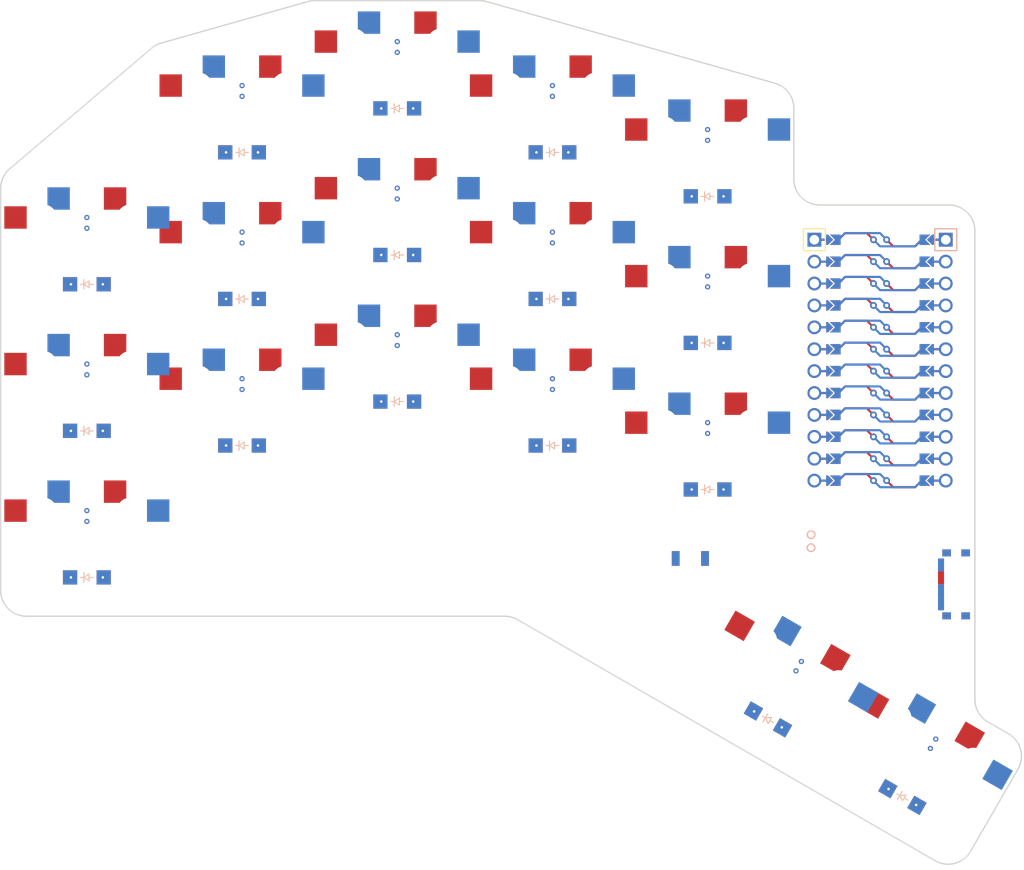
<source format=kicad_pcb>

            
(kicad_pcb (version 20171130) (host pcbnew 5.1.6)

  (page A3)
  (title_block
    (title smcboard)
    (rev v1.0.0)
    (company Unknown)
  )

  (general
    (thickness 1.6)
  )

  (layers
    (0 F.Cu signal)
    (31 B.Cu signal)
    (32 B.Adhes user)
    (33 F.Adhes user)
    (34 B.Paste user)
    (35 F.Paste user)
    (36 B.SilkS user)
    (37 F.SilkS user)
    (38 B.Mask user)
    (39 F.Mask user)
    (40 Dwgs.User user)
    (41 Cmts.User user)
    (42 Eco1.User user)
    (43 Eco2.User user)
    (44 Edge.Cuts user)
    (45 Margin user)
    (46 B.CrtYd user)
    (47 F.CrtYd user)
    (48 B.Fab user)
    (49 F.Fab user)
  )

  (setup
    (last_trace_width 0.25)
    (trace_clearance 0.2)
    (zone_clearance 0.508)
    (zone_45_only no)
    (trace_min 0.2)
    (via_size 0.8)
    (via_drill 0.4)
    (via_min_size 0.4)
    (via_min_drill 0.3)
    (uvia_size 0.3)
    (uvia_drill 0.1)
    (uvias_allowed no)
    (uvia_min_size 0.2)
    (uvia_min_drill 0.1)
    (edge_width 0.05)
    (segment_width 0.2)
    (pcb_text_width 0.3)
    (pcb_text_size 1.5 1.5)
    (mod_edge_width 0.12)
    (mod_text_size 1 1)
    (mod_text_width 0.15)
    (pad_size 1.524 1.524)
    (pad_drill 0.762)
    (pad_to_mask_clearance 0.05)
    (aux_axis_origin 0 0)
    (visible_elements FFFFFF7F)
    (pcbplotparams
      (layerselection 0x010fc_ffffffff)
      (usegerberextensions false)
      (usegerberattributes true)
      (usegerberadvancedattributes true)
      (creategerberjobfile true)
      (excludeedgelayer true)
      (linewidth 0.100000)
      (plotframeref false)
      (viasonmask false)
      (mode 1)
      (useauxorigin false)
      (hpglpennumber 1)
      (hpglpenspeed 20)
      (hpglpendiameter 15.000000)
      (psnegative false)
      (psa4output false)
      (plotreference true)
      (plotvalue true)
      (plotinvisibletext false)
      (padsonsilk false)
      (subtractmaskfromsilk false)
      (outputformat 1)
      (mirror false)
      (drillshape 1)
      (scaleselection 1)
      (outputdirectory ""))
  )

            (net 0 "")
(net 1 "RAW")
(net 2 "GND")
(net 3 "RST")
(net 4 "VCC")
(net 5 "P21")
(net 6 "P20")
(net 7 "P19")
(net 8 "P18")
(net 9 "P15")
(net 10 "P14")
(net 11 "P16")
(net 12 "P10")
(net 13 "P1")
(net 14 "P0")
(net 15 "P2")
(net 16 "P3")
(net 17 "P4")
(net 18 "P5")
(net 19 "P6")
(net 20 "P7")
(net 21 "P8")
(net 22 "P9")
(net 23 "pos")
(net 24 "=colrow")
(net 25 "=column_net")
(net 26 "=row_net")
            
  (net_class Default "This is the default net class."
    (clearance 0.2)
    (trace_width 0.25)
    (via_dia 0.8)
    (via_drill 0.4)
    (uvia_dia 0.3)
    (uvia_drill 0.1)
    (add_net "")
(add_net "RAW")
(add_net "GND")
(add_net "RST")
(add_net "VCC")
(add_net "P21")
(add_net "P20")
(add_net "P19")
(add_net "P18")
(add_net "P15")
(add_net "P14")
(add_net "P16")
(add_net "P10")
(add_net "P1")
(add_net "P0")
(add_net "P2")
(add_net "P3")
(add_net "P4")
(add_net "P5")
(add_net "P6")
(add_net "P7")
(add_net "P8")
(add_net "P9")
(add_net "pos")
(add_net "=colrow")
(add_net "=column_net")
(add_net "=row_net")
  )

            
    (module ProMicro (layer F.Cu) (tedit 6135B927)
      (at 92 -21.2 -90)

    
    (descr "Solder-jumper reversible Pro Micro footprint")
    (tags "promicro ProMicro reversible solder jumper")
    (fp_text reference "MCU1" (at -16.256 -0.254 0) (layer F.SilkS) hide
      (effects (font (size 1 1) (thickness 0.15)))
    )

    
    (fp_line (start -15.24 6.35) (end -12.7 6.35) (layer F.SilkS) (width 0.15))
    (fp_line (start -15.24 6.35) (end -15.24 8.89) (layer F.SilkS) (width 0.15))
    (fp_line (start -12.7 6.35) (end -12.7 8.89) (layer F.SilkS) (width 0.15))
    (fp_line (start -12.7 8.89) (end -15.24 8.89) (layer F.SilkS) (width 0.15))
    (fp_line (start -15.24 -6.35) (end -12.7 -6.35) (layer B.SilkS) (width 0.15))
    (fp_line (start -15.24 -6.35) (end -15.24 -8.89) (layer B.SilkS) (width 0.15))
    (fp_line (start -12.7 -6.35) (end -12.7 -8.89) (layer B.SilkS) (width 0.15))
    (fp_line (start -12.7 -8.89) (end -15.24 -8.89) (layer B.SilkS) (width 0.15))

    
    (fp_line (start -19.304 -3.81) (end -14.224 -3.81) (layer Dwgs.User) (width 0.15))
    (fp_line (start -19.304 3.81) (end -19.304 -3.81) (layer Dwgs.User) (width 0.15))
    (fp_line (start -14.224 3.81) (end -19.304 3.81) (layer Dwgs.User) (width 0.15))
    (fp_line (start -14.224 -3.81) (end -14.224 3.81) (layer Dwgs.User) (width 0.15))

    (fp_circle (center 13.97 0.762) (end 14.095 0.762) (layer B.Mask) (width 0.25))
    (fp_circle (center 13.97 0.762) (end 14.095 0.762) (layer F.Mask) (width 0.25))
    (fp_circle (center 13.97 -0.762) (end 14.095 -0.762) (layer B.Mask) (width 0.25))
    (fp_circle (center 13.97 -0.762) (end 14.095 -0.762) (layer F.Mask) (width 0.25))
    (fp_circle (center 11.43 0.762) (end 11.555 0.762) (layer B.Mask) (width 0.25))
    (fp_circle (center 11.43 0.762) (end 11.555 0.762) (layer F.Mask) (width 0.25))
    (fp_circle (center 11.43 -0.762) (end 11.555 -0.762) (layer B.Mask) (width 0.25))
    (fp_circle (center 11.43 -0.762) (end 11.555 -0.762) (layer F.Mask) (width 0.25))
    (fp_circle (center 8.89 0.762) (end 9.015 0.762) (layer B.Mask) (width 0.25))
    (fp_circle (center 8.89 0.762) (end 9.015 0.762) (layer F.Mask) (width 0.25))
    (fp_circle (center 8.89 -0.762) (end 9.015 -0.762) (layer B.Mask) (width 0.25))
    (fp_circle (center 8.89 -0.762) (end 9.015 -0.762) (layer F.Mask) (width 0.25))
    (fp_circle (center 6.35 0.762) (end 6.475 0.762) (layer B.Mask) (width 0.25))
    (fp_circle (center 6.35 0.762) (end 6.475 0.762) (layer F.Mask) (width 0.25))
    (fp_circle (center 6.35 -0.762) (end 6.475 -0.762) (layer B.Mask) (width 0.25))
    (fp_circle (center 6.35 -0.762) (end 6.475 -0.762) (layer F.Mask) (width 0.25))
    (fp_circle (center 3.81 0.762) (end 3.935 0.762) (layer B.Mask) (width 0.25))
    (fp_circle (center 3.81 0.762) (end 3.935 0.762) (layer F.Mask) (width 0.25))
    (fp_circle (center 3.81 -0.762) (end 3.935 -0.762) (layer B.Mask) (width 0.25))
    (fp_circle (center 3.81 -0.762) (end 3.935 -0.762) (layer F.Mask) (width 0.25))
    (fp_circle (center 1.27 0.762) (end 1.395 0.762) (layer B.Mask) (width 0.25))
    (fp_circle (center 1.27 0.762) (end 1.395 0.762) (layer F.Mask) (width 0.25))
    (fp_circle (center 1.27 -0.762) (end 1.395 -0.762) (layer B.Mask) (width 0.25))
    (fp_circle (center 1.27 -0.762) (end 1.395 -0.762) (layer F.Mask) (width 0.25))
    (fp_circle (center -1.27 0.762) (end -1.145 0.762) (layer B.Mask) (width 0.25))
    (fp_circle (center -1.27 0.762) (end -1.145 0.762) (layer F.Mask) (width 0.25))
    (fp_circle (center -1.27 -0.762) (end -1.145 -0.762) (layer B.Mask) (width 0.25))
    (fp_circle (center -1.27 -0.762) (end -1.145 -0.762) (layer F.Mask) (width 0.25))
    (fp_circle (center -3.81 0.762) (end -3.685 0.762) (layer B.Mask) (width 0.25))
    (fp_circle (center -3.81 0.762) (end -3.685 0.762) (layer F.Mask) (width 0.25))
    (fp_circle (center -3.81 -0.762) (end -3.685 -0.762) (layer B.Mask) (width 0.25))
    (fp_circle (center -3.81 -0.762) (end -3.685 -0.762) (layer F.Mask) (width 0.25))
    (fp_circle (center -6.35 0.762) (end -6.225 0.762) (layer B.Mask) (width 0.25))
    (fp_circle (center -6.35 0.762) (end -6.225 0.762) (layer F.Mask) (width 0.25))
    (fp_circle (center -6.35 -0.762) (end -6.225 -0.762) (layer B.Mask) (width 0.25))
    (fp_circle (center -6.35 -0.762) (end -6.225 -0.762) (layer F.Mask) (width 0.25))
    (fp_circle (center -8.89 0.762) (end -8.765 0.762) (layer B.Mask) (width 0.25))
    (fp_circle (center -8.89 0.762) (end -8.765 0.762) (layer F.Mask) (width 0.25))
    (fp_circle (center -8.89 -0.762) (end -8.765 -0.762) (layer B.Mask) (width 0.25))
    (fp_circle (center -8.89 -0.762) (end -8.765 -0.762) (layer F.Mask) (width 0.25))
    (fp_circle (center -11.43 -0.762) (end -11.305 -0.762) (layer B.Mask) (width 0.25))
    (fp_circle (center -11.43 -0.762) (end -11.305 -0.762) (layer F.Mask) (width 0.25))
    (fp_circle (center -11.43 0.762) (end -11.305 0.762) (layer B.Mask) (width 0.25))
    (fp_circle (center -11.43 0.762) (end -11.305 0.762) (layer F.Mask) (width 0.25))
    (fp_circle (center -13.97 0.762) (end -13.845 0.762) (layer B.Mask) (width 0.25))
    (fp_circle (center -13.97 0.762) (end -13.845 0.762) (layer F.Mask) (width 0.25))
    (fp_circle (center -13.97 -0.762) (end -13.845 -0.762) (layer B.Mask) (width 0.25))
    (fp_circle (center -13.97 -0.762) (end -13.845 -0.762) (layer F.Mask) (width 0.25))
    (fp_poly (pts (xy 14.478 -5.08) (xy 13.462 -5.08) (xy 13.462 -6.096) (xy 14.478 -6.096)) (layer B.Mask) (width 0.1))
    (fp_poly (pts (xy 11.938 -5.08) (xy 10.922 -5.08) (xy 10.922 -6.096) (xy 11.938 -6.096)) (layer B.Mask) (width 0.1))
    (fp_poly (pts (xy 9.398 -5.08) (xy 8.382 -5.08) (xy 8.382 -6.096) (xy 9.398 -6.096)) (layer B.Mask) (width 0.1))
    (fp_poly (pts (xy 6.858 -5.08) (xy 5.842 -5.08) (xy 5.842 -6.096) (xy 6.858 -6.096)) (layer B.Mask) (width 0.1))
    (fp_poly (pts (xy 4.318 -5.08) (xy 3.302 -5.08) (xy 3.302 -6.096) (xy 4.318 -6.096)) (layer B.Mask) (width 0.1))
    (fp_poly (pts (xy 1.778 -5.08) (xy 0.762 -5.08) (xy 0.762 -6.096) (xy 1.778 -6.096)) (layer B.Mask) (width 0.1))
    (fp_poly (pts (xy -0.762 -5.08) (xy -1.778 -5.08) (xy -1.778 -6.096) (xy -0.762 -6.096)) (layer B.Mask) (width 0.1))
    (fp_poly (pts (xy -3.302 -5.08) (xy -4.318 -5.08) (xy -4.318 -6.096) (xy -3.302 -6.096)) (layer B.Mask) (width 0.1))
    (fp_poly (pts (xy -5.842 -5.08) (xy -6.858 -5.08) (xy -6.858 -6.096) (xy -5.842 -6.096)) (layer B.Mask) (width 0.1))
    (fp_poly (pts (xy -8.382 -5.08) (xy -9.398 -5.08) (xy -9.398 -6.096) (xy -8.382 -6.096)) (layer B.Mask) (width 0.1))
    (fp_poly (pts (xy -10.922 -5.08) (xy -11.938 -5.08) (xy -11.938 -6.096) (xy -10.922 -6.096)) (layer B.Mask) (width 0.1))
    (fp_poly (pts (xy -13.462 -5.08) (xy -14.478 -5.08) (xy -14.478 -6.096) (xy -13.462 -6.096)) (layer B.Mask) (width 0.1))
    (fp_poly (pts (xy 13.462 5.08) (xy 14.478 5.08) (xy 14.478 6.096) (xy 13.462 6.096)) (layer B.Mask) (width 0.1))
    (fp_poly (pts (xy 10.922 5.08) (xy 11.938 5.08) (xy 11.938 6.096) (xy 10.922 6.096)) (layer B.Mask) (width 0.1))
    (fp_poly (pts (xy 8.382 5.08) (xy 9.398 5.08) (xy 9.398 6.096) (xy 8.382 6.096)) (layer B.Mask) (width 0.1))
    (fp_poly (pts (xy 5.842 5.08) (xy 6.858 5.08) (xy 6.858 6.096) (xy 5.842 6.096)) (layer B.Mask) (width 0.1))
    (fp_poly (pts (xy 3.302 5.08) (xy 4.318 5.08) (xy 4.318 6.096) (xy 3.302 6.096)) (layer B.Mask) (width 0.1))
    (fp_poly (pts (xy 0.762 5.08) (xy 1.778 5.08) (xy 1.778 6.096) (xy 0.762 6.096)) (layer B.Mask) (width 0.1))
    (fp_poly (pts (xy -1.778 5.08) (xy -0.762 5.08) (xy -0.762 6.096) (xy -1.778 6.096)) (layer B.Mask) (width 0.1))
    (fp_poly (pts (xy -4.318 5.08) (xy -3.302 5.08) (xy -3.302 6.096) (xy -4.318 6.096)) (layer B.Mask) (width 0.1))
    (fp_poly (pts (xy -6.858 5.08) (xy -5.842 5.08) (xy -5.842 6.096) (xy -6.858 6.096)) (layer B.Mask) (width 0.1))
    (fp_poly (pts (xy -9.398 5.08) (xy -8.382 5.08) (xy -8.382 6.096) (xy -9.398 6.096)) (layer B.Mask) (width 0.1))
    (fp_poly (pts (xy -11.938 5.08) (xy -10.922 5.08) (xy -10.922 6.096) (xy -11.938 6.096)) (layer B.Mask) (width 0.1))
    (fp_poly (pts (xy -14.478 5.08) (xy -13.462 5.08) (xy -13.462 6.096) (xy -14.478 6.096)) (layer B.Mask) (width 0.1))
    (fp_poly (pts (xy -13.462 -5.08) (xy -14.478 -5.08) (xy -14.478 -6.096) (xy -13.462 -6.096)) (layer F.Mask) (width 0.1))
    (fp_poly (pts (xy 1.778 -5.08) (xy 0.762 -5.08) (xy 0.762 -6.096) (xy 1.778 -6.096)) (layer F.Mask) (width 0.1))
    (fp_poly (pts (xy -10.922 -5.08) (xy -11.938 -5.08) (xy -11.938 -6.096) (xy -10.922 -6.096)) (layer F.Mask) (width 0.1))
    (fp_poly (pts (xy -8.382 -5.08) (xy -9.398 -5.08) (xy -9.398 -6.096) (xy -8.382 -6.096)) (layer F.Mask) (width 0.1))
    (fp_poly (pts (xy -3.302 -5.08) (xy -4.318 -5.08) (xy -4.318 -6.096) (xy -3.302 -6.096)) (layer F.Mask) (width 0.1))
    (fp_poly (pts (xy -0.762 -5.08) (xy -1.778 -5.08) (xy -1.778 -6.096) (xy -0.762 -6.096)) (layer F.Mask) (width 0.1))
    (fp_poly (pts (xy 6.858 -5.08) (xy 5.842 -5.08) (xy 5.842 -6.096) (xy 6.858 -6.096)) (layer F.Mask) (width 0.1))
    (fp_poly (pts (xy 11.938 -5.08) (xy 10.922 -5.08) (xy 10.922 -6.096) (xy 11.938 -6.096)) (layer F.Mask) (width 0.1))
    (fp_poly (pts (xy -5.842 -5.08) (xy -6.858 -5.08) (xy -6.858 -6.096) (xy -5.842 -6.096)) (layer F.Mask) (width 0.1))
    (fp_poly (pts (xy 4.318 -5.08) (xy 3.302 -5.08) (xy 3.302 -6.096) (xy 4.318 -6.096)) (layer F.Mask) (width 0.1))
    (fp_poly (pts (xy 9.398 -5.08) (xy 8.382 -5.08) (xy 8.382 -6.096) (xy 9.398 -6.096)) (layer F.Mask) (width 0.1))
    (fp_poly (pts (xy 14.478 -5.08) (xy 13.462 -5.08) (xy 13.462 -6.096) (xy 14.478 -6.096)) (layer F.Mask) (width 0.1))
    (fp_poly (pts (xy 13.462 5.08) (xy 14.478 5.08) (xy 14.478 6.096) (xy 13.462 6.096)) (layer F.Mask) (width 0.1))
    (fp_poly (pts (xy 10.922 5.08) (xy 11.938 5.08) (xy 11.938 6.096) (xy 10.922 6.096)) (layer F.Mask) (width 0.1))
    (fp_poly (pts (xy 8.382 5.08) (xy 9.398 5.08) (xy 9.398 6.096) (xy 8.382 6.096)) (layer F.Mask) (width 0.1))
    (fp_poly (pts (xy 5.842 5.08) (xy 6.858 5.08) (xy 6.858 6.096) (xy 5.842 6.096)) (layer F.Mask) (width 0.1))
    (fp_poly (pts (xy 3.302 5.08) (xy 4.318 5.08) (xy 4.318 6.096) (xy 3.302 6.096)) (layer F.Mask) (width 0.1))
    (fp_poly (pts (xy 0.762 5.08) (xy 1.778 5.08) (xy 1.778 6.096) (xy 0.762 6.096)) (layer F.Mask) (width 0.1))
    (fp_poly (pts (xy -1.778 5.08) (xy -0.762 5.08) (xy -0.762 6.096) (xy -1.778 6.096)) (layer F.Mask) (width 0.1))
    (fp_poly (pts (xy -4.318 5.08) (xy -3.302 5.08) (xy -3.302 6.096) (xy -4.318 6.096)) (layer F.Mask) (width 0.1))
    (fp_poly (pts (xy -6.858 5.08) (xy -5.842 5.08) (xy -5.842 6.096) (xy -6.858 6.096)) (layer F.Mask) (width 0.1))
    (fp_poly (pts (xy -9.398 5.08) (xy -8.382 5.08) (xy -8.382 6.096) (xy -9.398 6.096)) (layer F.Mask) (width 0.1))
    (fp_poly (pts (xy -11.938 5.08) (xy -10.922 5.08) (xy -10.922 6.096) (xy -11.938 6.096)) (layer F.Mask) (width 0.1))
    (fp_poly (pts (xy -14.478 5.08) (xy -13.462 5.08) (xy -13.462 6.096) (xy -14.478 6.096)) (layer F.Mask) (width 0.1))
    (pad 2 smd custom (at -11.43 -0.762 -90) (size 0.25 0.25) (layers F.Cu)
      (zone_connect 0)
      (options (clearance outline) (anchor circle))
      (primitives
        (gr_line (start 0 0) (end 0.766 -0.766) (width 0.25))
        (gr_line (start 0.766 -0.766) (end 0.766 -3.298) (width 0.25))
        (gr_line (start 0.766 -3.298) (end 0 -4.064) (width 0.25))
      ) (net 2 "GND"))
    (pad "" thru_hole circle (at -13.97 7.62) (size 1.6 1.6) (drill 1.1) (layers *.Cu *.Mask)
      (zone_connect 0))
    (pad "" thru_hole circle (at -11.43 7.62) (size 1.6 1.6) (drill 1.1) (layers *.Cu *.Mask))
    (pad "" thru_hole circle (at -8.89 7.62) (size 1.6 1.6) (drill 1.1) (layers *.Cu *.Mask))
    (pad "" thru_hole circle (at -6.35 7.62) (size 1.6 1.6) (drill 1.1) (layers *.Cu *.Mask))
    (pad "" thru_hole circle (at -3.81 7.62) (size 1.6 1.6) (drill 1.1) (layers *.Cu *.Mask))
    (pad "" thru_hole circle (at -1.27 7.62) (size 1.6 1.6) (drill 1.1) (layers *.Cu *.Mask))
    (pad "" thru_hole circle (at 1.27 7.62) (size 1.6 1.6) (drill 1.1) (layers *.Cu *.Mask))
    (pad "" thru_hole circle (at 3.81 7.62) (size 1.6 1.6) (drill 1.1) (layers *.Cu *.Mask))
    (pad "" thru_hole circle (at 6.35 7.62) (size 1.6 1.6) (drill 1.1) (layers *.Cu *.Mask))
    (pad "" thru_hole circle (at 8.89 7.62) (size 1.6 1.6) (drill 1.1) (layers *.Cu *.Mask))
    (pad "" thru_hole circle (at 11.43 7.62) (size 1.6 1.6) (drill 1.1) (layers *.Cu *.Mask))
    (pad "" thru_hole circle (at 13.97 7.62) (size 1.6 1.6) (drill 1.1) (layers *.Cu *.Mask))
    (pad "" thru_hole circle (at 13.97 -7.62) (size 1.6 1.6) (drill 1.1) (layers *.Cu *.Mask))
    (pad "" thru_hole circle (at 11.43 -7.62) (size 1.6 1.6) (drill 1.1) (layers *.Cu *.Mask))
    (pad "" thru_hole circle (at 8.89 -7.62) (size 1.6 1.6) (drill 1.1) (layers *.Cu *.Mask))
    (pad "" thru_hole circle (at 6.35 -7.62) (size 1.6 1.6) (drill 1.1) (layers *.Cu *.Mask))
    (pad "" thru_hole circle (at 3.81 -7.62) (size 1.6 1.6) (drill 1.1) (layers *.Cu *.Mask))
    (pad "" thru_hole circle (at 1.27 -7.62) (size 1.6 1.6) (drill 1.1) (layers *.Cu *.Mask))
    (pad "" thru_hole circle (at -1.27 -7.62) (size 1.6 1.6) (drill 1.1) (layers *.Cu *.Mask))
    (pad "" thru_hole circle (at -3.81 -7.62) (size 1.6 1.6) (drill 1.1) (layers *.Cu *.Mask))
    (pad "" thru_hole circle (at -6.35 -7.62) (size 1.6 1.6) (drill 1.1) (layers *.Cu *.Mask))
    (pad "" thru_hole circle (at -8.89 -7.62) (size 1.6 1.6) (drill 1.1) (layers *.Cu *.Mask))
    (pad "" thru_hole circle (at -11.43 -7.62) (size 1.6 1.6) (drill 1.1) (layers *.Cu *.Mask))
    (pad "" thru_hole circle (at -13.97 -7.62) (size 1.6 1.6) (drill 1.1) (layers *.Cu *.Mask))
    (pad "" smd custom (at -13.97 5.842 90) (size 0.1 0.1) (layers F.Cu F.Mask)
      (clearance 0.1) (zone_connect 0)
      (options (clearance outline) (anchor rect))
      (primitives
        (gr_poly (pts
          (xy 0.6 -0.4) (xy -0.6 -0.4) (xy -0.6 -0.2) (xy 0 0.4) (xy 0.6 -0.2)
  ) (width 0))
      ))
    (pad 24 smd custom (at -13.97 4.826 90) (size 1.2 0.5) (layers F.Cu F.Mask) (net 13 "P1")
      (clearance 0.1) (zone_connect 0)
      (options (clearance outline) (anchor rect))
      (primitives
        (gr_poly (pts
          (xy 0.6 0) (xy -0.6 0) (xy -0.6 -1) (xy 0 -0.4) (xy 0.6 -1)
  ) (width 0))
      ))
    (pad "" smd custom (at -13.97 6.35 90) (size 0.25 1) (layers F.Cu)
      (zone_connect 0)
      (options (clearance outline) (anchor rect))
      (primitives
      ))
    (pad "" thru_hole rect (at -13.97 7.62 -90) (size 1.6 1.6) (drill 1.1) (layers F.Cu F.Mask)
      (zone_connect 0))
    (pad "" thru_hole rect (at -13.97 -7.62 -90) (size 1.6 1.6) (drill 1.1) (layers B.Cu B.Mask)
      (zone_connect 0))
    (pad "" smd custom (at -11.43 6.35 90) (size 0.25 1) (layers F.Cu)
      (zone_connect 0)
      (options (clearance outline) (anchor rect))
      (primitives
      ))
    (pad "" smd custom (at -11.43 5.842 90) (size 0.1 0.1) (layers F.Cu F.Mask)
      (clearance 0.1) (zone_connect 0)
      (options (clearance outline) (anchor rect))
      (primitives
        (gr_poly (pts
          (xy 0.6 -0.4) (xy -0.6 -0.4) (xy -0.6 -0.2) (xy 0 0.4) (xy 0.6 -0.2)
  ) (width 0))
      ))
    (pad 23 smd custom (at -11.43 4.826 90) (size 1.2 0.5) (layers F.Cu F.Mask) (net 14 "P0")
      (clearance 0.1) (zone_connect 0)
      (options (clearance outline) (anchor rect))
      (primitives
        (gr_poly (pts
          (xy 0.6 0) (xy -0.6 0) (xy -0.6 -1) (xy 0 -0.4) (xy 0.6 -1)
  ) (width 0))
      ))
    (pad "" smd custom (at -8.89 6.35 90) (size 0.25 1) (layers F.Cu)
      (zone_connect 0)
      (options (clearance outline) (anchor rect))
      (primitives
      ))
    (pad "" smd custom (at -8.89 5.842 90) (size 0.1 0.1) (layers F.Cu F.Mask)
      (clearance 0.1) (zone_connect 0)
      (options (clearance outline) (anchor rect))
      (primitives
        (gr_poly (pts
          (xy 0.6 -0.4) (xy -0.6 -0.4) (xy -0.6 -0.2) (xy 0 0.4) (xy 0.6 -0.2)
  ) (width 0))
      ))
    (pad 22 smd custom (at -8.89 4.826 90) (size 1.2 0.5) (layers F.Cu F.Mask) (net 2 "GND")
      (clearance 0.1) (zone_connect 0)
      (options (clearance outline) (anchor rect))
      (primitives
        (gr_poly (pts
          (xy 0.6 0) (xy -0.6 0) (xy -0.6 -1) (xy 0 -0.4) (xy 0.6 -1)
  ) (width 0))
      ))
    (pad "" smd custom (at -6.35 6.35 90) (size 0.25 1) (layers F.Cu)
      (zone_connect 0)
      (options (clearance outline) (anchor rect))
      (primitives
      ))
    (pad "" smd custom (at -6.35 5.842 90) (size 0.1 0.1) (layers F.Cu F.Mask)
      (clearance 0.1) (zone_connect 0)
      (options (clearance outline) (anchor rect))
      (primitives
        (gr_poly (pts
          (xy 0.6 -0.4) (xy -0.6 -0.4) (xy -0.6 -0.2) (xy 0 0.4) (xy 0.6 -0.2)
  ) (width 0))
      ))
    (pad 21 smd custom (at -6.35 4.826 90) (size 1.2 0.5) (layers F.Cu F.Mask) (net 2 "GND")
      (clearance 0.1) (zone_connect 0)
      (options (clearance outline) (anchor rect))
      (primitives
        (gr_poly (pts
          (xy 0.6 0) (xy -0.6 0) (xy -0.6 -1) (xy 0 -0.4) (xy 0.6 -1)
  ) (width 0))
      ))
    (pad "" smd custom (at -3.81 6.35 90) (size 0.25 1) (layers F.Cu)
      (zone_connect 0)
      (options (clearance outline) (anchor rect))
      (primitives
      ))
    (pad "" smd custom (at -3.81 5.842 90) (size 0.1 0.1) (layers F.Cu F.Mask)
      (clearance 0.1) (zone_connect 0)
      (options (clearance outline) (anchor rect))
      (primitives
        (gr_poly (pts
          (xy 0.6 -0.4) (xy -0.6 -0.4) (xy -0.6 -0.2) (xy 0 0.4) (xy 0.6 -0.2)
  ) (width 0))
      ))
    (pad 20 smd custom (at -3.81 4.826 90) (size 1.2 0.5) (layers F.Cu F.Mask) (net 15 "P2")
      (clearance 0.1) (zone_connect 0)
      (options (clearance outline) (anchor rect))
      (primitives
        (gr_poly (pts
          (xy 0.6 0) (xy -0.6 0) (xy -0.6 -1) (xy 0 -0.4) (xy 0.6 -1)
  ) (width 0))
      ))
    (pad "" smd custom (at -1.27 6.35 90) (size 0.25 1) (layers F.Cu)
      (zone_connect 0)
      (options (clearance outline) (anchor rect))
      (primitives
      ))
    (pad "" smd custom (at -1.27 5.842 90) (size 0.1 0.1) (layers F.Cu F.Mask)
      (clearance 0.1) (zone_connect 0)
      (options (clearance outline) (anchor rect))
      (primitives
        (gr_poly (pts
          (xy 0.6 -0.4) (xy -0.6 -0.4) (xy -0.6 -0.2) (xy 0 0.4) (xy 0.6 -0.2)
  ) (width 0))
      ))
    (pad 19 smd custom (at -1.27 4.826 90) (size 1.2 0.5) (layers F.Cu F.Mask) (net 16 "P3")
      (clearance 0.1) (zone_connect 0)
      (options (clearance outline) (anchor rect))
      (primitives
        (gr_poly (pts
          (xy 0.6 0) (xy -0.6 0) (xy -0.6 -1) (xy 0 -0.4) (xy 0.6 -1)
  ) (width 0))
      ))
    (pad "" smd custom (at 1.27 6.35 90) (size 0.25 1) (layers F.Cu)
      (zone_connect 0)
      (options (clearance outline) (anchor rect))
      (primitives
      ))
    (pad "" smd custom (at 1.27 5.842 90) (size 0.1 0.1) (layers F.Cu F.Mask)
      (clearance 0.1) (zone_connect 0)
      (options (clearance outline) (anchor rect))
      (primitives
        (gr_poly (pts
          (xy 0.6 -0.4) (xy -0.6 -0.4) (xy -0.6 -0.2) (xy 0 0.4) (xy 0.6 -0.2)
  ) (width 0))
      ))
    (pad 18 smd custom (at 1.27 4.826 90) (size 1.2 0.5) (layers F.Cu F.Mask) (net 17 "P4")
      (clearance 0.1) (zone_connect 0)
      (options (clearance outline) (anchor rect))
      (primitives
        (gr_poly (pts
          (xy 0.6 0) (xy -0.6 0) (xy -0.6 -1) (xy 0 -0.4) (xy 0.6 -1)
  ) (width 0))
      ))
    (pad "" smd custom (at 3.81 6.35 90) (size 0.25 1) (layers F.Cu)
      (zone_connect 0)
      (options (clearance outline) (anchor rect))
      (primitives
      ))
    (pad "" smd custom (at 3.81 5.842 90) (size 0.1 0.1) (layers F.Cu F.Mask)
      (clearance 0.1) (zone_connect 0)
      (options (clearance outline) (anchor rect))
      (primitives
        (gr_poly (pts
          (xy 0.6 -0.4) (xy -0.6 -0.4) (xy -0.6 -0.2) (xy 0 0.4) (xy 0.6 -0.2)
  ) (width 0))
      ))
    (pad 17 smd custom (at 3.81 4.826 90) (size 1.2 0.5) (layers F.Cu F.Mask) (net 18 "P5")
      (clearance 0.1) (zone_connect 0)
      (options (clearance outline) (anchor rect))
      (primitives
        (gr_poly (pts
          (xy 0.6 0) (xy -0.6 0) (xy -0.6 -1) (xy 0 -0.4) (xy 0.6 -1)
  ) (width 0))
      ))
    (pad "" smd custom (at 6.35 6.35 90) (size 0.25 1) (layers F.Cu)
      (zone_connect 0)
      (options (clearance outline) (anchor rect))
      (primitives
      ))
    (pad "" smd custom (at 6.35 5.842 90) (size 0.1 0.1) (layers F.Cu F.Mask)
      (clearance 0.1) (zone_connect 0)
      (options (clearance outline) (anchor rect))
      (primitives
        (gr_poly (pts
          (xy 0.6 -0.4) (xy -0.6 -0.4) (xy -0.6 -0.2) (xy 0 0.4) (xy 0.6 -0.2)
  ) (width 0))
      ))
    (pad 16 smd custom (at 6.35 4.826 90) (size 1.2 0.5) (layers F.Cu F.Mask) (net 19 "P6")
      (clearance 0.1) (zone_connect 0)
      (options (clearance outline) (anchor rect))
      (primitives
        (gr_poly (pts
          (xy 0.6 0) (xy -0.6 0) (xy -0.6 -1) (xy 0 -0.4) (xy 0.6 -1)
  ) (width 0))
      ))
    (pad "" smd custom (at 8.89 6.35 90) (size 0.25 1) (layers F.Cu)
      (zone_connect 0)
      (options (clearance outline) (anchor rect))
      (primitives
      ))
    (pad "" smd custom (at 8.89 5.842 90) (size 0.1 0.1) (layers F.Cu F.Mask)
      (clearance 0.1) (zone_connect 0)
      (options (clearance outline) (anchor rect))
      (primitives
        (gr_poly (pts
          (xy 0.6 -0.4) (xy -0.6 -0.4) (xy -0.6 -0.2) (xy 0 0.4) (xy 0.6 -0.2)
  ) (width 0))
      ))
    (pad 15 smd custom (at 8.89 4.826 90) (size 1.2 0.5) (layers F.Cu F.Mask) (net 20 "P7")
      (clearance 0.1) (zone_connect 0)
      (options (clearance outline) (anchor rect))
      (primitives
        (gr_poly (pts
          (xy 0.6 0) (xy -0.6 0) (xy -0.6 -1) (xy 0 -0.4) (xy 0.6 -1)
  ) (width 0))
      ))
    (pad "" smd custom (at 11.43 6.35 90) (size 0.25 1) (layers F.Cu)
      (zone_connect 0)
      (options (clearance outline) (anchor rect))
      (primitives
      ))
    (pad "" smd custom (at 11.43 5.842 90) (size 0.1 0.1) (layers F.Cu F.Mask)
      (clearance 0.1) (zone_connect 0)
      (options (clearance outline) (anchor rect))
      (primitives
        (gr_poly (pts
          (xy 0.6 -0.4) (xy -0.6 -0.4) (xy -0.6 -0.2) (xy 0 0.4) (xy 0.6 -0.2)
  ) (width 0))
      ))
    (pad 14 smd custom (at 11.43 4.826 90) (size 1.2 0.5) (layers F.Cu F.Mask) (net 21 "P8")
      (clearance 0.1) (zone_connect 0)
      (options (clearance outline) (anchor rect))
      (primitives
        (gr_poly (pts
          (xy 0.6 0) (xy -0.6 0) (xy -0.6 -1) (xy 0 -0.4) (xy 0.6 -1)
  ) (width 0))
      ))
    (pad "" smd custom (at 13.97 6.35 90) (size 0.25 1) (layers F.Cu)
      (zone_connect 0)
      (options (clearance outline) (anchor rect))
      (primitives
      ))
    (pad "" smd custom (at 13.97 5.842 90) (size 0.1 0.1) (layers F.Cu F.Mask)
      (clearance 0.1) (zone_connect 0)
      (options (clearance outline) (anchor rect))
      (primitives
        (gr_poly (pts
          (xy 0.6 -0.4) (xy -0.6 -0.4) (xy -0.6 -0.2) (xy 0 0.4) (xy 0.6 -0.2)
  ) (width 0))
      ))
    (pad 13 smd custom (at 13.97 4.826 90) (size 1.2 0.5) (layers F.Cu F.Mask) (net 22 "P9")
      (clearance 0.1) (zone_connect 0)
      (options (clearance outline) (anchor rect))
      (primitives
        (gr_poly (pts
          (xy 0.6 0) (xy -0.6 0) (xy -0.6 -1) (xy 0 -0.4) (xy 0.6 -1)
  ) (width 0))
      ))
    (pad 1 smd custom (at -13.97 -4.826 -90) (size 1.2 0.5) (layers F.Cu F.Mask) (net 1 "RAW")
      (clearance 0.1) (zone_connect 0)
      (options (clearance outline) (anchor rect))
      (primitives
        (gr_poly (pts
          (xy 0.6 0) (xy -0.6 0) (xy -0.6 -1) (xy 0 -0.4) (xy 0.6 -1)
  ) (width 0))
      ))
    (pad 3 smd custom (at -8.89 -4.826 -90) (size 1.2 0.5) (layers F.Cu F.Mask) (net 3 "RST")
      (clearance 0.1) (zone_connect 0)
      (options (clearance outline) (anchor rect))
      (primitives
        (gr_poly (pts
          (xy 0.6 0) (xy -0.6 0) (xy -0.6 -1) (xy 0 -0.4) (xy 0.6 -1)
  ) (width 0))
      ))
    (pad "" smd custom (at -8.89 -6.35 -90) (size 0.25 1) (layers F.Cu)
      (zone_connect 0)
      (options (clearance outline) (anchor rect))
      (primitives
      ))
    (pad "" smd custom (at -8.89 -5.842 -90) (size 0.1 0.1) (layers F.Cu F.Mask)
      (clearance 0.1) (zone_connect 0)
      (options (clearance outline) (anchor rect))
      (primitives
        (gr_poly (pts
          (xy 0.6 -0.4) (xy -0.6 -0.4) (xy -0.6 -0.2) (xy 0 0.4) (xy 0.6 -0.2)
  ) (width 0))
      ))
    (pad "" smd custom (at -13.97 -5.842 -90) (size 0.1 0.1) (layers F.Cu F.Mask)
      (clearance 0.1) (zone_connect 0)
      (options (clearance outline) (anchor rect))
      (primitives
        (gr_poly (pts
          (xy 0.6 -0.4) (xy -0.6 -0.4) (xy -0.6 -0.2) (xy 0 0.4) (xy 0.6 -0.2)
  ) (width 0))
      ))
    (pad "" smd custom (at -11.43 -6.35 -90) (size 0.25 1) (layers F.Cu)
      (zone_connect 0)
      (options (clearance outline) (anchor rect))
      (primitives
      ))
    (pad 2 smd custom (at -11.43 -4.826 -90) (size 1.2 0.5) (layers F.Cu F.Mask) (net 2 "GND")
      (clearance 0.1) (zone_connect 0)
      (options (clearance outline) (anchor rect))
      (primitives
        (gr_poly (pts
          (xy 0.6 0) (xy -0.6 0) (xy -0.6 -1) (xy 0 -0.4) (xy 0.6 -1)
  ) (width 0))
      ))
    (pad "" smd custom (at -13.97 -6.35 -90) (size 0.25 1) (layers F.Cu)
      (zone_connect 0)
      (options (clearance outline) (anchor rect))
      (primitives
      ))
    (pad 4 smd custom (at -6.35 -4.826 -90) (size 1.2 0.5) (layers F.Cu F.Mask) (net 4 "VCC")
      (clearance 0.1) (zone_connect 0)
      (options (clearance outline) (anchor rect))
      (primitives
        (gr_poly (pts
          (xy 0.6 0) (xy -0.6 0) (xy -0.6 -1) (xy 0 -0.4) (xy 0.6 -1)
  ) (width 0))
      ))
    (pad "" smd custom (at -11.43 -5.842 -90) (size 0.1 0.1) (layers F.Cu F.Mask)
      (clearance 0.1) (zone_connect 0)
      (options (clearance outline) (anchor rect))
      (primitives
        (gr_poly (pts
          (xy 0.6 -0.4) (xy -0.6 -0.4) (xy -0.6 -0.2) (xy 0 0.4) (xy 0.6 -0.2)
  ) (width 0))
      ))
    (pad "" smd custom (at -6.35 -5.842 -90) (size 0.1 0.1) (layers F.Cu F.Mask)
      (clearance 0.1) (zone_connect 0)
      (options (clearance outline) (anchor rect))
      (primitives
        (gr_poly (pts
          (xy 0.6 -0.4) (xy -0.6 -0.4) (xy -0.6 -0.2) (xy 0 0.4) (xy 0.6 -0.2)
  ) (width 0))
      ))
    (pad 6 smd custom (at -1.27 -4.826 -90) (size 1.2 0.5) (layers F.Cu F.Mask) (net 6 "P20")
      (clearance 0.1) (zone_connect 0)
      (options (clearance outline) (anchor rect))
      (primitives
        (gr_poly (pts
          (xy 0.6 0) (xy -0.6 0) (xy -0.6 -1) (xy 0 -0.4) (xy 0.6 -1)
  ) (width 0))
      ))
    (pad 7 smd custom (at 1.27 -4.826 -90) (size 1.2 0.5) (layers F.Cu F.Mask) (net 7 "P19")
      (clearance 0.1) (zone_connect 0)
      (options (clearance outline) (anchor rect))
      (primitives
        (gr_poly (pts
          (xy 0.6 0) (xy -0.6 0) (xy -0.6 -1) (xy 0 -0.4) (xy 0.6 -1)
  ) (width 0))
      ))
    (pad "" smd custom (at 13.97 -6.35 -90) (size 0.25 1) (layers F.Cu)
      (zone_connect 0)
      (options (clearance outline) (anchor rect))
      (primitives
      ))
    (pad "" smd custom (at 1.27 -5.842 -90) (size 0.1 0.1) (layers F.Cu F.Mask)
      (clearance 0.1) (zone_connect 0)
      (options (clearance outline) (anchor rect))
      (primitives
        (gr_poly (pts
          (xy 0.6 -0.4) (xy -0.6 -0.4) (xy -0.6 -0.2) (xy 0 0.4) (xy 0.6 -0.2)
  ) (width 0))
      ))
    (pad "" smd custom (at 8.89 -6.35 -90) (size 0.25 1) (layers F.Cu)
      (zone_connect 0)
      (options (clearance outline) (anchor rect))
      (primitives
      ))
    (pad 8 smd custom (at 3.81 -4.826 -90) (size 1.2 0.5) (layers F.Cu F.Mask) (net 8 "P18")
      (clearance 0.1) (zone_connect 0)
      (options (clearance outline) (anchor rect))
      (primitives
        (gr_poly (pts
          (xy 0.6 0) (xy -0.6 0) (xy -0.6 -1) (xy 0 -0.4) (xy 0.6 -1)
  ) (width 0))
      ))
    (pad "" smd custom (at 1.27 -6.35 -90) (size 0.25 1) (layers F.Cu)
      (zone_connect 0)
      (options (clearance outline) (anchor rect))
      (primitives
      ))
    (pad 12 smd custom (at 13.97 -4.826 -90) (size 1.2 0.5) (layers F.Cu F.Mask) (net 12 "P10")
      (clearance 0.1) (zone_connect 0)
      (options (clearance outline) (anchor rect))
      (primitives
        (gr_poly (pts
          (xy 0.6 0) (xy -0.6 0) (xy -0.6 -1) (xy 0 -0.4) (xy 0.6 -1)
  ) (width 0))
      ))
    (pad "" smd custom (at 3.81 -5.842 -90) (size 0.1 0.1) (layers F.Cu F.Mask)
      (clearance 0.1) (zone_connect 0)
      (options (clearance outline) (anchor rect))
      (primitives
        (gr_poly (pts
          (xy 0.6 -0.4) (xy -0.6 -0.4) (xy -0.6 -0.2) (xy 0 0.4) (xy 0.6 -0.2)
  ) (width 0))
      ))
    (pad "" smd custom (at 6.35 -6.35 -90) (size 0.25 1) (layers F.Cu)
      (zone_connect 0)
      (options (clearance outline) (anchor rect))
      (primitives
      ))
    (pad "" smd custom (at 13.97 -5.842 -90) (size 0.1 0.1) (layers F.Cu F.Mask)
      (clearance 0.1) (zone_connect 0)
      (options (clearance outline) (anchor rect))
      (primitives
        (gr_poly (pts
          (xy 0.6 -0.4) (xy -0.6 -0.4) (xy -0.6 -0.2) (xy 0 0.4) (xy 0.6 -0.2)
  ) (width 0))
      ))
    (pad "" smd custom (at -3.81 -6.35 -90) (size 0.25 1) (layers F.Cu)
      (zone_connect 0)
      (options (clearance outline) (anchor rect))
      (primitives
      ))
    (pad "" smd custom (at 3.81 -6.35 -90) (size 0.25 1) (layers F.Cu)
      (zone_connect 0)
      (options (clearance outline) (anchor rect))
      (primitives
      ))
    (pad "" smd custom (at -1.27 -6.35 -90) (size 0.25 1) (layers F.Cu)
      (zone_connect 0)
      (options (clearance outline) (anchor rect))
      (primitives
      ))
    (pad 9 smd custom (at 6.35 -4.826 -90) (size 1.2 0.5) (layers F.Cu F.Mask) (net 9 "P15")
      (clearance 0.1) (zone_connect 0)
      (options (clearance outline) (anchor rect))
      (primitives
        (gr_poly (pts
          (xy 0.6 0) (xy -0.6 0) (xy -0.6 -1) (xy 0 -0.4) (xy 0.6 -1)
  ) (width 0))
      ))
    (pad "" smd custom (at -6.35 -6.35 -90) (size 0.25 1) (layers F.Cu)
      (zone_connect 0)
      (options (clearance outline) (anchor rect))
      (primitives
      ))
    (pad "" smd custom (at -3.81 -5.842 -90) (size 0.1 0.1) (layers F.Cu F.Mask)
      (clearance 0.1) (zone_connect 0)
      (options (clearance outline) (anchor rect))
      (primitives
        (gr_poly (pts
          (xy 0.6 -0.4) (xy -0.6 -0.4) (xy -0.6 -0.2) (xy 0 0.4) (xy 0.6 -0.2)
  ) (width 0))
      ))
    (pad "" smd custom (at -1.27 -5.842 -90) (size 0.1 0.1) (layers F.Cu F.Mask)
      (clearance 0.1) (zone_connect 0)
      (options (clearance outline) (anchor rect))
      (primitives
        (gr_poly (pts
          (xy 0.6 -0.4) (xy -0.6 -0.4) (xy -0.6 -0.2) (xy 0 0.4) (xy 0.6 -0.2)
  ) (width 0))
      ))
    (pad "" smd custom (at 6.35 -5.842 -90) (size 0.1 0.1) (layers F.Cu F.Mask)
      (clearance 0.1) (zone_connect 0)
      (options (clearance outline) (anchor rect))
      (primitives
        (gr_poly (pts
          (xy 0.6 -0.4) (xy -0.6 -0.4) (xy -0.6 -0.2) (xy 0 0.4) (xy 0.6 -0.2)
  ) (width 0))
      ))
    (pad 10 smd custom (at 8.89 -4.826 -90) (size 1.2 0.5) (layers F.Cu F.Mask) (net 10 "P14")
      (clearance 0.1) (zone_connect 0)
      (options (clearance outline) (anchor rect))
      (primitives
        (gr_poly (pts
          (xy 0.6 0) (xy -0.6 0) (xy -0.6 -1) (xy 0 -0.4) (xy 0.6 -1)
  ) (width 0))
      ))
    (pad "" smd custom (at 8.89 -5.842 -90) (size 0.1 0.1) (layers F.Cu F.Mask)
      (clearance 0.1) (zone_connect 0)
      (options (clearance outline) (anchor rect))
      (primitives
        (gr_poly (pts
          (xy 0.6 -0.4) (xy -0.6 -0.4) (xy -0.6 -0.2) (xy 0 0.4) (xy 0.6 -0.2)
  ) (width 0))
      ))
    (pad "" smd custom (at 11.43 -5.842 -90) (size 0.1 0.1) (layers F.Cu F.Mask)
      (clearance 0.1) (zone_connect 0)
      (options (clearance outline) (anchor rect))
      (primitives
        (gr_poly (pts
          (xy 0.6 -0.4) (xy -0.6 -0.4) (xy -0.6 -0.2) (xy 0 0.4) (xy 0.6 -0.2)
  ) (width 0))
      ))
    (pad 11 smd custom (at 11.43 -4.826 -90) (size 1.2 0.5) (layers F.Cu F.Mask) (net 11 "P16")
      (clearance 0.1) (zone_connect 0)
      (options (clearance outline) (anchor rect))
      (primitives
        (gr_poly (pts
          (xy 0.6 0) (xy -0.6 0) (xy -0.6 -1) (xy 0 -0.4) (xy 0.6 -1)
  ) (width 0))
      ))
    (pad "" smd custom (at 11.43 -6.35 -90) (size 0.25 1) (layers F.Cu)
      (zone_connect 0)
      (options (clearance outline) (anchor rect))
      (primitives
      ))
    (pad 5 smd custom (at -3.81 -4.826 -90) (size 1.2 0.5) (layers F.Cu F.Mask) (net 5 "P21")
      (clearance 0.1) (zone_connect 0)
      (options (clearance outline) (anchor rect))
      (primitives
        (gr_poly (pts
          (xy 0.6 0) (xy -0.6 0) (xy -0.6 -1) (xy 0 -0.4) (xy 0.6 -1)
  ) (width 0))
      ))
    (pad "" smd custom (at -13.97 6.35 90) (size 0.25 1) (layers B.Cu)
      (zone_connect 0)
      (options (clearance outline) (anchor rect))
      (primitives
      ))
    (pad 1 smd custom (at -13.97 4.826 90) (size 1.2 0.5) (layers B.Cu B.Mask) (net 1 "RAW")
      (clearance 0.1) (zone_connect 0)
      (options (clearance outline) (anchor rect))
      (primitives
        (gr_poly (pts
          (xy 0.6 0) (xy -0.6 0) (xy -0.6 -1) (xy 0 -0.4) (xy 0.6 -1)
  ) (width 0))
      ))
    (pad "" smd custom (at -13.97 5.842 90) (size 0.1 0.1) (layers B.Cu B.Mask)
      (clearance 0.1) (zone_connect 0)
      (options (clearance outline) (anchor rect))
      (primitives
        (gr_poly (pts
          (xy 0.6 -0.4) (xy -0.6 -0.4) (xy -0.6 -0.2) (xy 0 0.4) (xy 0.6 -0.2)
  ) (width 0))
      ))
    (pad "" smd custom (at -11.43 6.35 90) (size 0.25 1) (layers B.Cu)
      (zone_connect 0)
      (options (clearance outline) (anchor rect))
      (primitives
      ))
    (pad "" smd custom (at -11.43 5.842 90) (size 0.1 0.1) (layers B.Cu B.Mask)
      (clearance 0.1) (zone_connect 0)
      (options (clearance outline) (anchor rect))
      (primitives
        (gr_poly (pts
          (xy 0.6 -0.4) (xy -0.6 -0.4) (xy -0.6 -0.2) (xy 0 0.4) (xy 0.6 -0.2)
  ) (width 0))
      ))
    (pad 2 smd custom (at -11.43 4.826 90) (size 1.2 0.5) (layers B.Cu B.Mask)
      (clearance 0.1) (zone_connect 0)
      (options (clearance outline) (anchor rect))
      (primitives
        (gr_poly (pts
          (xy 0.6 0) (xy -0.6 0) (xy -0.6 -1) (xy 0 -0.4) (xy 0.6 -1)
  ) (width 0))
      ))
    (pad "" smd custom (at -8.89 6.35 90) (size 0.25 1) (layers B.Cu)
      (zone_connect 0)
      (options (clearance outline) (anchor rect))
      (primitives
      ))
    (pad "" smd custom (at -8.89 5.842 90) (size 0.1 0.1) (layers B.Cu B.Mask)
      (clearance 0.1) (zone_connect 0)
      (options (clearance outline) (anchor rect))
      (primitives
        (gr_poly (pts
          (xy 0.6 -0.4) (xy -0.6 -0.4) (xy -0.6 -0.2) (xy 0 0.4) (xy 0.6 -0.2)
  ) (width 0))
      ))
    (pad 3 smd custom (at -8.89 4.826 90) (size 1.2 0.5) (layers B.Cu B.Mask) (net 3 "RST")
      (clearance 0.1) (zone_connect 0)
      (options (clearance outline) (anchor rect))
      (primitives
        (gr_poly (pts
          (xy 0.6 0) (xy -0.6 0) (xy -0.6 -1) (xy 0 -0.4) (xy 0.6 -1)
  ) (width 0))
      ))
    (pad "" smd custom (at -6.35 6.35 90) (size 0.25 1) (layers B.Cu)
      (zone_connect 0)
      (options (clearance outline) (anchor rect))
      (primitives
      ))
    (pad "" smd custom (at -6.35 5.842 90) (size 0.1 0.1) (layers B.Cu B.Mask)
      (clearance 0.1) (zone_connect 0)
      (options (clearance outline) (anchor rect))
      (primitives
        (gr_poly (pts
          (xy 0.6 -0.4) (xy -0.6 -0.4) (xy -0.6 -0.2) (xy 0 0.4) (xy 0.6 -0.2)
  ) (width 0))
      ))
    (pad 4 smd custom (at -6.35 4.826 90) (size 1.2 0.5) (layers B.Cu B.Mask) (net 4 "VCC")
      (clearance 0.1) (zone_connect 0)
      (options (clearance outline) (anchor rect))
      (primitives
        (gr_poly (pts
          (xy 0.6 0) (xy -0.6 0) (xy -0.6 -1) (xy 0 -0.4) (xy 0.6 -1)
  ) (width 0))
      ))
    (pad "" smd custom (at -3.81 6.35 90) (size 0.25 1) (layers B.Cu)
      (zone_connect 0)
      (options (clearance outline) (anchor rect))
      (primitives
      ))
    (pad "" smd custom (at -3.81 5.842 90) (size 0.1 0.1) (layers B.Cu B.Mask)
      (clearance 0.1) (zone_connect 0)
      (options (clearance outline) (anchor rect))
      (primitives
        (gr_poly (pts
          (xy 0.6 -0.4) (xy -0.6 -0.4) (xy -0.6 -0.2) (xy 0 0.4) (xy 0.6 -0.2)
  ) (width 0))
      ))
    (pad 5 smd custom (at -3.81 4.826 90) (size 1.2 0.5) (layers B.Cu B.Mask) (net 5 "P21")
      (clearance 0.1) (zone_connect 0)
      (options (clearance outline) (anchor rect))
      (primitives
        (gr_poly (pts
          (xy 0.6 0) (xy -0.6 0) (xy -0.6 -1) (xy 0 -0.4) (xy 0.6 -1)
  ) (width 0))
      ))
    (pad "" smd custom (at -1.27 6.35 90) (size 0.25 1) (layers B.Cu)
      (zone_connect 0)
      (options (clearance outline) (anchor rect))
      (primitives
      ))
    (pad "" smd custom (at -1.27 5.842 90) (size 0.1 0.1) (layers B.Cu B.Mask)
      (clearance 0.1) (zone_connect 0)
      (options (clearance outline) (anchor rect))
      (primitives
        (gr_poly (pts
          (xy 0.6 -0.4) (xy -0.6 -0.4) (xy -0.6 -0.2) (xy 0 0.4) (xy 0.6 -0.2)
  ) (width 0))
      ))
    (pad 6 smd custom (at -1.27 4.826 90) (size 1.2 0.5) (layers B.Cu B.Mask) (net 6 "P20")
      (clearance 0.1) (zone_connect 0)
      (options (clearance outline) (anchor rect))
      (primitives
        (gr_poly (pts
          (xy 0.6 0) (xy -0.6 0) (xy -0.6 -1) (xy 0 -0.4) (xy 0.6 -1)
  ) (width 0))
      ))
    (pad "" smd custom (at 1.27 6.35 90) (size 0.25 1) (layers B.Cu)
      (zone_connect 0)
      (options (clearance outline) (anchor rect))
      (primitives
      ))
    (pad "" smd custom (at 1.27 5.842 90) (size 0.1 0.1) (layers B.Cu B.Mask)
      (clearance 0.1) (zone_connect 0)
      (options (clearance outline) (anchor rect))
      (primitives
        (gr_poly (pts
          (xy 0.6 -0.4) (xy -0.6 -0.4) (xy -0.6 -0.2) (xy 0 0.4) (xy 0.6 -0.2)
  ) (width 0))
      ))
    (pad 7 smd custom (at 1.27 4.826 90) (size 1.2 0.5) (layers B.Cu B.Mask) (net 7 "P19")
      (clearance 0.1) (zone_connect 0)
      (options (clearance outline) (anchor rect))
      (primitives
        (gr_poly (pts
          (xy 0.6 0) (xy -0.6 0) (xy -0.6 -1) (xy 0 -0.4) (xy 0.6 -1)
  ) (width 0))
      ))
    (pad "" smd custom (at 3.81 6.35 90) (size 0.25 1) (layers B.Cu)
      (zone_connect 0)
      (options (clearance outline) (anchor rect))
      (primitives
      ))
    (pad "" smd custom (at 3.81 5.842 90) (size 0.1 0.1) (layers B.Cu B.Mask)
      (clearance 0.1) (zone_connect 0)
      (options (clearance outline) (anchor rect))
      (primitives
        (gr_poly (pts
          (xy 0.6 -0.4) (xy -0.6 -0.4) (xy -0.6 -0.2) (xy 0 0.4) (xy 0.6 -0.2)
  ) (width 0))
      ))
    (pad 8 smd custom (at 3.81 4.826 90) (size 1.2 0.5) (layers B.Cu B.Mask) (net 8 "P18")
      (clearance 0.1) (zone_connect 0)
      (options (clearance outline) (anchor rect))
      (primitives
        (gr_poly (pts
          (xy 0.6 0) (xy -0.6 0) (xy -0.6 -1) (xy 0 -0.4) (xy 0.6 -1)
  ) (width 0))
      ))
    (pad "" smd custom (at 6.35 6.35 90) (size 0.25 1) (layers B.Cu)
      (zone_connect 0)
      (options (clearance outline) (anchor rect))
      (primitives
      ))
    (pad "" smd custom (at 6.35 5.842 90) (size 0.1 0.1) (layers B.Cu B.Mask)
      (clearance 0.1) (zone_connect 0)
      (options (clearance outline) (anchor rect))
      (primitives
        (gr_poly (pts
          (xy 0.6 -0.4) (xy -0.6 -0.4) (xy -0.6 -0.2) (xy 0 0.4) (xy 0.6 -0.2)
  ) (width 0))
      ))
    (pad 9 smd custom (at 6.35 4.826 90) (size 1.2 0.5) (layers B.Cu B.Mask) (net 9 "P15")
      (clearance 0.1) (zone_connect 0)
      (options (clearance outline) (anchor rect))
      (primitives
        (gr_poly (pts
          (xy 0.6 0) (xy -0.6 0) (xy -0.6 -1) (xy 0 -0.4) (xy 0.6 -1)
  ) (width 0))
      ))
    (pad "" smd custom (at 8.89 6.35 90) (size 0.25 1) (layers B.Cu)
      (zone_connect 0)
      (options (clearance outline) (anchor rect))
      (primitives
      ))
    (pad "" smd custom (at 8.89 5.842 90) (size 0.1 0.1) (layers B.Cu B.Mask)
      (clearance 0.1) (zone_connect 0)
      (options (clearance outline) (anchor rect))
      (primitives
        (gr_poly (pts
          (xy 0.6 -0.4) (xy -0.6 -0.4) (xy -0.6 -0.2) (xy 0 0.4) (xy 0.6 -0.2)
  ) (width 0))
      ))
    (pad 10 smd custom (at 8.89 4.826 90) (size 1.2 0.5) (layers B.Cu B.Mask) (net 10 "P14")
      (clearance 0.1) (zone_connect 0)
      (options (clearance outline) (anchor rect))
      (primitives
        (gr_poly (pts
          (xy 0.6 0) (xy -0.6 0) (xy -0.6 -1) (xy 0 -0.4) (xy 0.6 -1)
  ) (width 0))
      ))
    (pad "" smd custom (at 11.43 6.35 90) (size 0.25 1) (layers B.Cu)
      (zone_connect 0)
      (options (clearance outline) (anchor rect))
      (primitives
      ))
    (pad "" smd custom (at 11.43 5.842 90) (size 0.1 0.1) (layers B.Cu B.Mask)
      (clearance 0.1) (zone_connect 0)
      (options (clearance outline) (anchor rect))
      (primitives
        (gr_poly (pts
          (xy 0.6 -0.4) (xy -0.6 -0.4) (xy -0.6 -0.2) (xy 0 0.4) (xy 0.6 -0.2)
  ) (width 0))
      ))
    (pad 11 smd custom (at 11.43 4.826 90) (size 1.2 0.5) (layers B.Cu B.Mask) (net 11 "P16")
      (clearance 0.1) (zone_connect 0)
      (options (clearance outline) (anchor rect))
      (primitives
        (gr_poly (pts
          (xy 0.6 0) (xy -0.6 0) (xy -0.6 -1) (xy 0 -0.4) (xy 0.6 -1)
  ) (width 0))
      ))
    (pad "" smd custom (at 13.97 6.35 90) (size 0.25 1) (layers B.Cu)
      (zone_connect 0)
      (options (clearance outline) (anchor rect))
      (primitives
      ))
    (pad "" smd custom (at 13.97 5.842 90) (size 0.1 0.1) (layers B.Cu B.Mask)
      (clearance 0.1) (zone_connect 0)
      (options (clearance outline) (anchor rect))
      (primitives
        (gr_poly (pts
          (xy 0.6 -0.4) (xy -0.6 -0.4) (xy -0.6 -0.2) (xy 0 0.4) (xy 0.6 -0.2)
  ) (width 0))
      ))
    (pad 12 smd custom (at 13.97 4.826 90) (size 1.2 0.5) (layers B.Cu B.Mask) (net 12 "P10")
      (clearance 0.1) (zone_connect 0)
      (options (clearance outline) (anchor rect))
      (primitives
        (gr_poly (pts
          (xy 0.6 0) (xy -0.6 0) (xy -0.6 -1) (xy 0 -0.4) (xy 0.6 -1)
  ) (width 0))
      ))
    (pad "" smd custom (at -13.97 -6.35 -90) (size 0.25 1) (layers B.Cu)
      (zone_connect 0)
      (options (clearance outline) (anchor rect))
      (primitives
      ))
    (pad "" smd custom (at -13.97 -5.842 -90) (size 0.1 0.1) (layers B.Cu B.Mask)
      (clearance 0.1) (zone_connect 0)
      (options (clearance outline) (anchor rect))
      (primitives
        (gr_poly (pts
          (xy 0.6 -0.4) (xy -0.6 -0.4) (xy -0.6 -0.2) (xy 0 0.4) (xy 0.6 -0.2)
  ) (width 0))
      ))
    (pad 24 smd custom (at -13.97 -4.826 -90) (size 1.2 0.5) (layers B.Cu B.Mask) (net 13 "P1")
      (clearance 0.1) (zone_connect 0)
      (options (clearance outline) (anchor rect))
      (primitives
        (gr_poly (pts
          (xy 0.6 0) (xy -0.6 0) (xy -0.6 -1) (xy 0 -0.4) (xy 0.6 -1)
  ) (width 0))
      ))
    (pad 23 smd custom (at -11.43 -4.826 -90) (size 1.2 0.5) (layers B.Cu B.Mask) (net 14 "P0")
      (clearance 0.1) (zone_connect 0)
      (options (clearance outline) (anchor rect))
      (primitives
        (gr_poly (pts
          (xy 0.6 0) (xy -0.6 0) (xy -0.6 -1) (xy 0 -0.4) (xy 0.6 -1)
  ) (width 0))
      ))
    (pad "" smd custom (at -11.43 -6.35 -90) (size 0.25 1) (layers B.Cu)
      (zone_connect 0)
      (options (clearance outline) (anchor rect))
      (primitives
      ))
    (pad "" smd custom (at -11.43 -5.842 -90) (size 0.1 0.1) (layers B.Cu B.Mask)
      (clearance 0.1) (zone_connect 0)
      (options (clearance outline) (anchor rect))
      (primitives
        (gr_poly (pts
          (xy 0.6 -0.4) (xy -0.6 -0.4) (xy -0.6 -0.2) (xy 0 0.4) (xy 0.6 -0.2)
  ) (width 0))
      ))
    (pad 22 smd custom (at -8.89 -4.826 -90) (size 1.2 0.5) (layers B.Cu B.Mask) (net 2 "GND")
      (clearance 0.1) (zone_connect 0)
      (options (clearance outline) (anchor rect))
      (primitives
        (gr_poly (pts
          (xy 0.6 0) (xy -0.6 0) (xy -0.6 -1) (xy 0 -0.4) (xy 0.6 -1)
  ) (width 0))
      ))
    (pad "" smd custom (at -8.89 -6.35 -90) (size 0.25 1) (layers B.Cu)
      (zone_connect 0)
      (options (clearance outline) (anchor rect))
      (primitives
      ))
    (pad "" smd custom (at -8.89 -5.842 -90) (size 0.1 0.1) (layers B.Cu B.Mask)
      (clearance 0.1) (zone_connect 0)
      (options (clearance outline) (anchor rect))
      (primitives
        (gr_poly (pts
          (xy 0.6 -0.4) (xy -0.6 -0.4) (xy -0.6 -0.2) (xy 0 0.4) (xy 0.6 -0.2)
  ) (width 0))
      ))
    (pad 21 smd custom (at -6.35 -4.826 -90) (size 1.2 0.5) (layers B.Cu B.Mask) (net 2 "GND")
      (clearance 0.1) (zone_connect 0)
      (options (clearance outline) (anchor rect))
      (primitives
        (gr_poly (pts
          (xy 0.6 0) (xy -0.6 0) (xy -0.6 -1) (xy 0 -0.4) (xy 0.6 -1)
  ) (width 0))
      ))
    (pad "" smd custom (at -6.35 -6.35 -90) (size 0.25 1) (layers B.Cu)
      (zone_connect 0)
      (options (clearance outline) (anchor rect))
      (primitives
      ))
    (pad "" smd custom (at -6.35 -5.842 -90) (size 0.1 0.1) (layers B.Cu B.Mask)
      (clearance 0.1) (zone_connect 0)
      (options (clearance outline) (anchor rect))
      (primitives
        (gr_poly (pts
          (xy 0.6 -0.4) (xy -0.6 -0.4) (xy -0.6 -0.2) (xy 0 0.4) (xy 0.6 -0.2)
  ) (width 0))
      ))
    (pad 20 smd custom (at -3.81 -4.826 -90) (size 1.2 0.5) (layers B.Cu B.Mask) (net 15 "P2")
      (clearance 0.1) (zone_connect 0)
      (options (clearance outline) (anchor rect))
      (primitives
        (gr_poly (pts
          (xy 0.6 0) (xy -0.6 0) (xy -0.6 -1) (xy 0 -0.4) (xy 0.6 -1)
  ) (width 0))
      ))
    (pad "" smd custom (at -3.81 -6.35 -90) (size 0.25 1) (layers B.Cu)
      (zone_connect 0)
      (options (clearance outline) (anchor rect))
      (primitives
      ))
    (pad "" smd custom (at -3.81 -5.842 -90) (size 0.1 0.1) (layers B.Cu B.Mask)
      (clearance 0.1) (zone_connect 0)
      (options (clearance outline) (anchor rect))
      (primitives
        (gr_poly (pts
          (xy 0.6 -0.4) (xy -0.6 -0.4) (xy -0.6 -0.2) (xy 0 0.4) (xy 0.6 -0.2)
  ) (width 0))
      ))
    (pad 19 smd custom (at -1.27 -4.826 -90) (size 1.2 0.5) (layers B.Cu B.Mask) (net 16 "P3")
      (clearance 0.1) (zone_connect 0)
      (options (clearance outline) (anchor rect))
      (primitives
        (gr_poly (pts
          (xy 0.6 0) (xy -0.6 0) (xy -0.6 -1) (xy 0 -0.4) (xy 0.6 -1)
  ) (width 0))
      ))
    (pad "" smd custom (at -1.27 -6.35 -90) (size 0.25 1) (layers B.Cu)
      (zone_connect 0)
      (options (clearance outline) (anchor rect))
      (primitives
      ))
    (pad "" smd custom (at -1.27 -5.842 -90) (size 0.1 0.1) (layers B.Cu B.Mask)
      (clearance 0.1) (zone_connect 0)
      (options (clearance outline) (anchor rect))
      (primitives
        (gr_poly (pts
          (xy 0.6 -0.4) (xy -0.6 -0.4) (xy -0.6 -0.2) (xy 0 0.4) (xy 0.6 -0.2)
  ) (width 0))
      ))
    (pad 18 smd custom (at 1.27 -4.826 -90) (size 1.2 0.5) (layers B.Cu B.Mask) (net 17 "P4")
      (clearance 0.1) (zone_connect 0)
      (options (clearance outline) (anchor rect))
      (primitives
        (gr_poly (pts
          (xy 0.6 0) (xy -0.6 0) (xy -0.6 -1) (xy 0 -0.4) (xy 0.6 -1)
  ) (width 0))
      ))
    (pad "" smd custom (at 1.27 -6.35 -90) (size 0.25 1) (layers B.Cu)
      (zone_connect 0)
      (options (clearance outline) (anchor rect))
      (primitives
      ))
    (pad "" smd custom (at 1.27 -5.842 -90) (size 0.1 0.1) (layers B.Cu B.Mask)
      (clearance 0.1) (zone_connect 0)
      (options (clearance outline) (anchor rect))
      (primitives
        (gr_poly (pts
          (xy 0.6 -0.4) (xy -0.6 -0.4) (xy -0.6 -0.2) (xy 0 0.4) (xy 0.6 -0.2)
  ) (width 0))
      ))
    (pad 17 smd custom (at 3.81 -4.826 -90) (size 1.2 0.5) (layers B.Cu B.Mask) (net 18 "P5")
      (clearance 0.1) (zone_connect 0)
      (options (clearance outline) (anchor rect))
      (primitives
        (gr_poly (pts
          (xy 0.6 0) (xy -0.6 0) (xy -0.6 -1) (xy 0 -0.4) (xy 0.6 -1)
  ) (width 0))
      ))
    (pad "" smd custom (at 3.81 -6.35 -90) (size 0.25 1) (layers B.Cu)
      (zone_connect 0)
      (options (clearance outline) (anchor rect))
      (primitives
      ))
    (pad "" smd custom (at 3.81 -5.842 -90) (size 0.1 0.1) (layers B.Cu B.Mask)
      (clearance 0.1) (zone_connect 0)
      (options (clearance outline) (anchor rect))
      (primitives
        (gr_poly (pts
          (xy 0.6 -0.4) (xy -0.6 -0.4) (xy -0.6 -0.2) (xy 0 0.4) (xy 0.6 -0.2)
  ) (width 0))
      ))
    (pad 16 smd custom (at 6.35 -4.826 -90) (size 1.2 0.5) (layers B.Cu B.Mask) (net 19 "P6")
      (clearance 0.1) (zone_connect 0)
      (options (clearance outline) (anchor rect))
      (primitives
        (gr_poly (pts
          (xy 0.6 0) (xy -0.6 0) (xy -0.6 -1) (xy 0 -0.4) (xy 0.6 -1)
  ) (width 0))
      ))
    (pad "" smd custom (at 6.35 -6.35 -90) (size 0.25 1) (layers B.Cu)
      (zone_connect 0)
      (options (clearance outline) (anchor rect))
      (primitives
      ))
    (pad "" smd custom (at 6.35 -5.842 -90) (size 0.1 0.1) (layers B.Cu B.Mask)
      (clearance 0.1) (zone_connect 0)
      (options (clearance outline) (anchor rect))
      (primitives
        (gr_poly (pts
          (xy 0.6 -0.4) (xy -0.6 -0.4) (xy -0.6 -0.2) (xy 0 0.4) (xy 0.6 -0.2)
  ) (width 0))
      ))
    (pad 15 smd custom (at 8.89 -4.826 -90) (size 1.2 0.5) (layers B.Cu B.Mask) (net 20 "P7")
      (clearance 0.1) (zone_connect 0)
      (options (clearance outline) (anchor rect))
      (primitives
        (gr_poly (pts
          (xy 0.6 0) (xy -0.6 0) (xy -0.6 -1) (xy 0 -0.4) (xy 0.6 -1)
  ) (width 0))
      ))
    (pad "" smd custom (at 8.89 -6.35 -90) (size 0.25 1) (layers B.Cu)
      (zone_connect 0)
      (options (clearance outline) (anchor rect))
      (primitives
      ))
    (pad "" smd custom (at 8.89 -5.842 -90) (size 0.1 0.1) (layers B.Cu B.Mask)
      (clearance 0.1) (zone_connect 0)
      (options (clearance outline) (anchor rect))
      (primitives
        (gr_poly (pts
          (xy 0.6 -0.4) (xy -0.6 -0.4) (xy -0.6 -0.2) (xy 0 0.4) (xy 0.6 -0.2)
  ) (width 0))
      ))
    (pad 14 smd custom (at 11.43 -4.826 -90) (size 1.2 0.5) (layers B.Cu B.Mask) (net 21 "P8")
      (clearance 0.1) (zone_connect 0)
      (options (clearance outline) (anchor rect))
      (primitives
        (gr_poly (pts
          (xy 0.6 0) (xy -0.6 0) (xy -0.6 -1) (xy 0 -0.4) (xy 0.6 -1)
  ) (width 0))
      ))
    (pad "" smd custom (at 11.43 -6.35 -90) (size 0.25 1) (layers B.Cu)
      (zone_connect 0)
      (options (clearance outline) (anchor rect))
      (primitives
      ))
    (pad "" smd custom (at 11.43 -5.842 -90) (size 0.1 0.1) (layers B.Cu B.Mask)
      (clearance 0.1) (zone_connect 0)
      (options (clearance outline) (anchor rect))
      (primitives
        (gr_poly (pts
          (xy 0.6 -0.4) (xy -0.6 -0.4) (xy -0.6 -0.2) (xy 0 0.4) (xy 0.6 -0.2)
  ) (width 0))
      ))
    (pad 13 smd custom (at 13.97 -4.826 -90) (size 1.2 0.5) (layers B.Cu B.Mask) (net 22 "P9")
      (clearance 0.1) (zone_connect 0)
      (options (clearance outline) (anchor rect))
      (primitives
        (gr_poly (pts
          (xy 0.6 0) (xy -0.6 0) (xy -0.6 -1) (xy 0 -0.4) (xy 0.6 -1)
  ) (width 0))
      ))
    (pad "" smd custom (at 13.97 -6.35 -90) (size 0.25 1) (layers B.Cu)
      (zone_connect 0)
      (options (clearance outline) (anchor rect))
      (primitives
      ))
    (pad "" smd custom (at 13.97 -5.842 -90) (size 0.1 0.1) (layers B.Cu B.Mask)
      (clearance 0.1) (zone_connect 0)
      (options (clearance outline) (anchor rect))
      (primitives
        (gr_poly (pts
          (xy 0.6 -0.4) (xy -0.6 -0.4) (xy -0.6 -0.2) (xy 0 0.4) (xy 0.6 -0.2)
  ) (width 0))
      ))
    (pad 23 smd custom (at -11.43 0.762 90) (size 0.25 0.25) (layers F.Cu) (net 14 "P0")
      (zone_connect 0)
      (options (clearance outline) (anchor circle))
      (primitives
        (gr_line (start 0 0) (end 0.762 -0.762) (width 0.25))
        (gr_line (start 0.762 -0.762) (end 0.762 -3.302) (width 0.25))
        (gr_line (start 0.762 -3.302) (end 0 -4.064) (width 0.25))
      ))
    (pad 23 smd custom (at -11.43 0.762 90) (size 0.25 0.25) (layers B.Cu) (net 14 "P0")
      (zone_connect 0)
      (options (clearance outline) (anchor circle))
      (primitives
        (gr_line (start 0 0) (end -0.766 0.766) (width 0.25))
        (gr_line (start -0.766 0.766) (end -0.766 4.822) (width 0.25))
        (gr_line (start -0.766 4.822) (end 0 5.588) (width 0.25))
      ))
    (pad 2 smd custom (at -11.43 -0.762 -90) (size 0.25 0.25) (layers B.Cu) (net 2 "GND")
      (zone_connect 0)
      (options (clearance outline) (anchor circle))
      (primitives
        (gr_line (start 0 0) (end -0.766 0.766) (width 0.25))
        (gr_line (start -0.766 0.766) (end -0.766 4.822) (width 0.25))
        (gr_line (start -0.766 4.822) (end 0 5.588) (width 0.25))
      ))
    (pad 2 thru_hole circle (at -11.43 -0.762 90) (size 0.8 0.8) (drill 0.4) (layers *.Cu) (net 2 "GND"))
    (pad 23 thru_hole circle (at -11.43 0.762 90) (size 0.8 0.8) (drill 0.4) (layers *.Cu) (net 14 "P0"))
    (pad 24 thru_hole circle (at -13.97 0.762 90) (size 0.8 0.8) (drill 0.4) (layers *.Cu) (net 13 "P1"))
    (pad 1 thru_hole circle (at -13.97 -0.762 90) (size 0.8 0.8) (drill 0.4) (layers *.Cu) (net 1 "RAW"))
    (pad 24 smd custom (at -13.97 0.762 90) (size 0.25 0.25) (layers B.Cu) (net 13 "P1")
      (zone_connect 0)
      (options (clearance outline) (anchor circle))
      (primitives
        (gr_line (start 0 0) (end -0.766 0.766) (width 0.25))
        (gr_line (start -0.766 0.766) (end -0.766 4.822) (width 0.25))
        (gr_line (start -0.766 4.822) (end 0 5.588) (width 0.25))
      ))
    (pad 1 smd custom (at -13.97 -0.762 -90) (size 0.25 0.25) (layers B.Cu) (net 1 "RAW")
      (zone_connect 0)
      (options (clearance outline) (anchor circle))
      (primitives
        (gr_line (start 0 0) (end -0.766 0.766) (width 0.25))
        (gr_line (start -0.766 0.766) (end -0.766 4.822) (width 0.25))
        (gr_line (start -0.766 4.822) (end 0 5.588) (width 0.25))
      ))
    (pad 1 smd custom (at -13.97 -0.762 -90) (size 0.25 0.25) (layers F.Cu) (net 1 "RAW")
      (zone_connect 0)
      (options (clearance outline) (anchor circle))
      (primitives
        (gr_line (start 0 0) (end 0.766 -0.766) (width 0.25))
        (gr_line (start 0.766 -0.766) (end 0.766 -3.298) (width 0.25))
        (gr_line (start 0.766 -3.298) (end 0 -4.064) (width 0.25))
      ))
    (pad 24 smd custom (at -13.97 0.762 90) (size 0.25 0.25) (layers F.Cu) (net 13 "P1")
      (zone_connect 0)
      (options (clearance outline) (anchor circle))
      (primitives
        (gr_line (start 0 0) (end 0.762 -0.762) (width 0.25))
        (gr_line (start 0.762 -0.762) (end 0.762 -3.302) (width 0.25))
        (gr_line (start 0.762 -3.302) (end 0 -4.064) (width 0.25))
      ))
    (pad 22 thru_hole circle (at -8.89 0.762 90) (size 0.8 0.8) (drill 0.4) (layers *.Cu) (net 2 "GND"))
    (pad 3 thru_hole circle (at -8.89 -0.762 90) (size 0.8 0.8) (drill 0.4) (layers *.Cu) (net 3 "RST"))
    (pad 22 smd custom (at -8.89 0.762 90) (size 0.25 0.25) (layers B.Cu) (net 2 "GND")
      (zone_connect 0)
      (options (clearance outline) (anchor circle))
      (primitives
        (gr_line (start 0 0) (end -0.766 0.766) (width 0.25))
        (gr_line (start -0.766 0.766) (end -0.766 4.822) (width 0.25))
        (gr_line (start -0.766 4.822) (end 0 5.588) (width 0.25))
      ))
    (pad 3 smd custom (at -8.89 -0.762 -90) (size 0.25 0.25) (layers B.Cu) (net 3 "RST")
      (zone_connect 0)
      (options (clearance outline) (anchor circle))
      (primitives
        (gr_line (start 0 0) (end -0.766 0.766) (width 0.25))
        (gr_line (start -0.766 0.766) (end -0.766 4.822) (width 0.25))
        (gr_line (start -0.766 4.822) (end 0 5.588) (width 0.25))
      ))
    (pad 3 smd custom (at -8.89 -0.762 -90) (size 0.25 0.25) (layers F.Cu) (net 3 "RST")
      (zone_connect 0)
      (options (clearance outline) (anchor circle))
      (primitives
        (gr_line (start 0 0) (end 0.766 -0.766) (width 0.25))
        (gr_line (start 0.766 -0.766) (end 0.766 -3.298) (width 0.25))
        (gr_line (start 0.766 -3.298) (end 0 -4.064) (width 0.25))
      ))
    (pad 22 smd custom (at -8.89 0.762 90) (size 0.25 0.25) (layers F.Cu) (net 2 "GND")
      (zone_connect 0)
      (options (clearance outline) (anchor circle))
      (primitives
        (gr_line (start 0 0) (end 0.762 -0.762) (width 0.25))
        (gr_line (start 0.762 -0.762) (end 0.762 -3.302) (width 0.25))
        (gr_line (start 0.762 -3.302) (end 0 -4.064) (width 0.25))
      ))
    (pad 21 thru_hole circle (at -6.35 0.762 90) (size 0.8 0.8) (drill 0.4) (layers *.Cu) (net 2 "GND"))
    (pad 4 thru_hole circle (at -6.35 -0.762 90) (size 0.8 0.8) (drill 0.4) (layers *.Cu) (net 4 "VCC"))
    (pad 21 smd custom (at -6.35 0.762 90) (size 0.25 0.25) (layers B.Cu) (net 2 "GND")
      (zone_connect 0)
      (options (clearance outline) (anchor circle))
      (primitives
        (gr_line (start 0 0) (end -0.766 0.766) (width 0.25))
        (gr_line (start -0.766 0.766) (end -0.766 4.822) (width 0.25))
        (gr_line (start -0.766 4.822) (end 0 5.588) (width 0.25))
      ))
    (pad 4 smd custom (at -6.35 -0.762 -90) (size 0.25 0.25) (layers B.Cu) (net 4 "VCC")
      (zone_connect 0)
      (options (clearance outline) (anchor circle))
      (primitives
        (gr_line (start 0 0) (end -0.766 0.766) (width 0.25))
        (gr_line (start -0.766 0.766) (end -0.766 4.822) (width 0.25))
        (gr_line (start -0.766 4.822) (end 0 5.588) (width 0.25))
      ))
    (pad 4 smd custom (at -6.35 -0.762 -90) (size 0.25 0.25) (layers F.Cu) (net 4 "VCC")
      (zone_connect 0)
      (options (clearance outline) (anchor circle))
      (primitives
        (gr_line (start 0 0) (end 0.766 -0.766) (width 0.25))
        (gr_line (start 0.766 -0.766) (end 0.766 -3.298) (width 0.25))
        (gr_line (start 0.766 -3.298) (end 0 -4.064) (width 0.25))
      ))
    (pad 21 smd custom (at -6.35 0.762 90) (size 0.25 0.25) (layers F.Cu) (net 2 "GND")
      (zone_connect 0)
      (options (clearance outline) (anchor circle))
      (primitives
        (gr_line (start 0 0) (end 0.762 -0.762) (width 0.25))
        (gr_line (start 0.762 -0.762) (end 0.762 -3.302) (width 0.25))
        (gr_line (start 0.762 -3.302) (end 0 -4.064) (width 0.25))
      ))
    (pad 20 thru_hole circle (at -3.81 0.762 90) (size 0.8 0.8) (drill 0.4) (layers *.Cu) (net 15 "P2"))
    (pad 5 thru_hole circle (at -3.81 -0.762 90) (size 0.8 0.8) (drill 0.4) (layers *.Cu) (net 5 "P21"))
    (pad 20 smd custom (at -3.81 0.762 90) (size 0.25 0.25) (layers B.Cu) (net 15 "P2")
      (zone_connect 0)
      (options (clearance outline) (anchor circle))
      (primitives
        (gr_line (start 0 0) (end -0.766 0.766) (width 0.25))
        (gr_line (start -0.766 0.766) (end -0.766 4.822) (width 0.25))
        (gr_line (start -0.766 4.822) (end 0 5.588) (width 0.25))
      ))
    (pad 5 smd custom (at -3.81 -0.762 -90) (size 0.25 0.25) (layers B.Cu) (net 5 "P21")
      (zone_connect 0)
      (options (clearance outline) (anchor circle))
      (primitives
        (gr_line (start 0 0) (end -0.766 0.766) (width 0.25))
        (gr_line (start -0.766 0.766) (end -0.766 4.822) (width 0.25))
        (gr_line (start -0.766 4.822) (end 0 5.588) (width 0.25))
      ))
    (pad 5 smd custom (at -3.81 -0.762 -90) (size 0.25 0.25) (layers F.Cu) (net 5 "P21")
      (zone_connect 0)
      (options (clearance outline) (anchor circle))
      (primitives
        (gr_line (start 0 0) (end 0.766 -0.766) (width 0.25))
        (gr_line (start 0.766 -0.766) (end 0.766 -3.298) (width 0.25))
        (gr_line (start 0.766 -3.298) (end 0 -4.064) (width 0.25))
      ))
    (pad 20 smd custom (at -3.81 0.762 90) (size 0.25 0.25) (layers F.Cu) (net 15 "P2")
      (zone_connect 0)
      (options (clearance outline) (anchor circle))
      (primitives
        (gr_line (start 0 0) (end 0.762 -0.762) (width 0.25))
        (gr_line (start 0.762 -0.762) (end 0.762 -3.302) (width 0.25))
        (gr_line (start 0.762 -3.302) (end 0 -4.064) (width 0.25))
      ))
    (pad 19 thru_hole circle (at -1.27 0.762 90) (size 0.8 0.8) (drill 0.4) (layers *.Cu) (net 16 "P3"))
    (pad 6 thru_hole circle (at -1.27 -0.762 90) (size 0.8 0.8) (drill 0.4) (layers *.Cu) (net 6 "P20"))
    (pad 19 smd custom (at -1.27 0.762 90) (size 0.25 0.25) (layers B.Cu) (net 16 "P3")
      (zone_connect 0)
      (options (clearance outline) (anchor circle))
      (primitives
        (gr_line (start 0 0) (end -0.766 0.766) (width 0.25))
        (gr_line (start -0.766 0.766) (end -0.766 4.822) (width 0.25))
        (gr_line (start -0.766 4.822) (end 0 5.588) (width 0.25))
      ))
    (pad 6 smd custom (at -1.27 -0.762 -90) (size 0.25 0.25) (layers B.Cu) (net 6 "P20")
      (zone_connect 0)
      (options (clearance outline) (anchor circle))
      (primitives
        (gr_line (start 0 0) (end -0.766 0.766) (width 0.25))
        (gr_line (start -0.766 0.766) (end -0.766 4.822) (width 0.25))
        (gr_line (start -0.766 4.822) (end 0 5.588) (width 0.25))
      ))
    (pad 6 smd custom (at -1.27 -0.762 -90) (size 0.25 0.25) (layers F.Cu) (net 6 "P20")
      (zone_connect 0)
      (options (clearance outline) (anchor circle))
      (primitives
        (gr_line (start 0 0) (end 0.766 -0.766) (width 0.25))
        (gr_line (start 0.766 -0.766) (end 0.766 -3.298) (width 0.25))
        (gr_line (start 0.766 -3.298) (end 0 -4.064) (width 0.25))
      ))
    (pad 19 smd custom (at -1.27 0.762 90) (size 0.25 0.25) (layers F.Cu) (net 16 "P3")
      (zone_connect 0)
      (options (clearance outline) (anchor circle))
      (primitives
        (gr_line (start 0 0) (end 0.762 -0.762) (width 0.25))
        (gr_line (start 0.762 -0.762) (end 0.762 -3.302) (width 0.25))
        (gr_line (start 0.762 -3.302) (end 0 -4.064) (width 0.25))
      ))
    (pad 18 thru_hole circle (at 1.27 0.762 90) (size 0.8 0.8) (drill 0.4) (layers *.Cu) (net 17 "P4"))
    (pad 7 thru_hole circle (at 1.27 -0.762 90) (size 0.8 0.8) (drill 0.4) (layers *.Cu) (net 7 "P19"))
    (pad 18 smd custom (at 1.27 0.762 90) (size 0.25 0.25) (layers B.Cu) (net 17 "P4")
      (zone_connect 0)
      (options (clearance outline) (anchor circle))
      (primitives
        (gr_line (start 0 0) (end -0.766 0.766) (width 0.25))
        (gr_line (start -0.766 0.766) (end -0.766 4.822) (width 0.25))
        (gr_line (start -0.766 4.822) (end 0 5.588) (width 0.25))
      ))
    (pad 7 smd custom (at 1.27 -0.762 -90) (size 0.25 0.25) (layers B.Cu) (net 7 "P19")
      (zone_connect 0)
      (options (clearance outline) (anchor circle))
      (primitives
        (gr_line (start 0 0) (end -0.766 0.766) (width 0.25))
        (gr_line (start -0.766 0.766) (end -0.766 4.822) (width 0.25))
        (gr_line (start -0.766 4.822) (end 0 5.588) (width 0.25))
      ))
    (pad 7 smd custom (at 1.27 -0.762 -90) (size 0.25 0.25) (layers F.Cu) (net 7 "P19")
      (zone_connect 0)
      (options (clearance outline) (anchor circle))
      (primitives
        (gr_line (start 0 0) (end 0.766 -0.766) (width 0.25))
        (gr_line (start 0.766 -0.766) (end 0.766 -3.298) (width 0.25))
        (gr_line (start 0.766 -3.298) (end 0 -4.064) (width 0.25))
      ))
    (pad 18 smd custom (at 1.27 0.762 90) (size 0.25 0.25) (layers F.Cu) (net 17 "P4")
      (zone_connect 0)
      (options (clearance outline) (anchor circle))
      (primitives
        (gr_line (start 0 0) (end 0.762 -0.762) (width 0.25))
        (gr_line (start 0.762 -0.762) (end 0.762 -3.302) (width 0.25))
        (gr_line (start 0.762 -3.302) (end 0 -4.064) (width 0.25))
      ))
    (pad 17 thru_hole circle (at 3.81 0.762 90) (size 0.8 0.8) (drill 0.4) (layers *.Cu) (net 18 "P5"))
    (pad 8 thru_hole circle (at 3.81 -0.762 90) (size 0.8 0.8) (drill 0.4) (layers *.Cu) (net 8 "P18"))
    (pad 17 smd custom (at 3.81 0.762 90) (size 0.25 0.25) (layers B.Cu) (net 18 "P5")
      (zone_connect 0)
      (options (clearance outline) (anchor circle))
      (primitives
        (gr_line (start 0 0) (end -0.766 0.766) (width 0.25))
        (gr_line (start -0.766 0.766) (end -0.766 4.822) (width 0.25))
        (gr_line (start -0.766 4.822) (end 0 5.588) (width 0.25))
      ))
    (pad 8 smd custom (at 3.81 -0.762 -90) (size 0.25 0.25) (layers B.Cu) (net 8 "P18")
      (zone_connect 0)
      (options (clearance outline) (anchor circle))
      (primitives
        (gr_line (start 0 0) (end -0.766 0.766) (width 0.25))
        (gr_line (start -0.766 0.766) (end -0.766 4.822) (width 0.25))
        (gr_line (start -0.766 4.822) (end 0 5.588) (width 0.25))
      ))
    (pad 8 smd custom (at 3.81 -0.762 -90) (size 0.25 0.25) (layers F.Cu) (net 8 "P18")
      (zone_connect 0)
      (options (clearance outline) (anchor circle))
      (primitives
        (gr_line (start 0 0) (end 0.766 -0.766) (width 0.25))
        (gr_line (start 0.766 -0.766) (end 0.766 -3.298) (width 0.25))
        (gr_line (start 0.766 -3.298) (end 0 -4.064) (width 0.25))
      ))
    (pad 17 smd custom (at 3.81 0.762 90) (size 0.25 0.25) (layers F.Cu) (net 18 "P5")
      (zone_connect 0)
      (options (clearance outline) (anchor circle))
      (primitives
        (gr_line (start 0 0) (end 0.762 -0.762) (width 0.25))
        (gr_line (start 0.762 -0.762) (end 0.762 -3.302) (width 0.25))
        (gr_line (start 0.762 -3.302) (end 0 -4.064) (width 0.25))
      ))
    (pad 16 thru_hole circle (at 6.35 0.762 90) (size 0.8 0.8) (drill 0.4) (layers *.Cu) (net 19 "P6"))
    (pad 9 thru_hole circle (at 6.35 -0.762 90) (size 0.8 0.8) (drill 0.4) (layers *.Cu) (net 9 "P15"))
    (pad 16 smd custom (at 6.35 0.762 90) (size 0.25 0.25) (layers B.Cu) (net 19 "P6")
      (zone_connect 0)
      (options (clearance outline) (anchor circle))
      (primitives
        (gr_line (start 0 0) (end -0.766 0.766) (width 0.25))
        (gr_line (start -0.766 0.766) (end -0.766 4.822) (width 0.25))
        (gr_line (start -0.766 4.822) (end 0 5.588) (width 0.25))
      ))
    (pad 9 smd custom (at 6.35 -0.762 -90) (size 0.25 0.25) (layers B.Cu) (net 9 "P15")
      (zone_connect 0)
      (options (clearance outline) (anchor circle))
      (primitives
        (gr_line (start 0 0) (end -0.766 0.766) (width 0.25))
        (gr_line (start -0.766 0.766) (end -0.766 4.822) (width 0.25))
        (gr_line (start -0.766 4.822) (end 0 5.588) (width 0.25))
      ))
    (pad 9 smd custom (at 6.35 -0.762 -90) (size 0.25 0.25) (layers F.Cu) (net 9 "P15")
      (zone_connect 0)
      (options (clearance outline) (anchor circle))
      (primitives
        (gr_line (start 0 0) (end 0.766 -0.766) (width 0.25))
        (gr_line (start 0.766 -0.766) (end 0.766 -3.298) (width 0.25))
        (gr_line (start 0.766 -3.298) (end 0 -4.064) (width 0.25))
      ))
    (pad 16 smd custom (at 6.35 0.762 90) (size 0.25 0.25) (layers F.Cu) (net 19 "P6")
      (zone_connect 0)
      (options (clearance outline) (anchor circle))
      (primitives
        (gr_line (start 0 0) (end 0.762 -0.762) (width 0.25))
        (gr_line (start 0.762 -0.762) (end 0.762 -3.302) (width 0.25))
        (gr_line (start 0.762 -3.302) (end 0 -4.064) (width 0.25))
      ))
    (pad 15 thru_hole circle (at 8.89 0.762 90) (size 0.8 0.8) (drill 0.4) (layers *.Cu) (net 20 "P7"))
    (pad 10 thru_hole circle (at 8.89 -0.762 90) (size 0.8 0.8) (drill 0.4) (layers *.Cu) (net 10 "P14"))
    (pad 15 smd custom (at 8.89 0.762 90) (size 0.25 0.25) (layers B.Cu) (net 20 "P7")
      (zone_connect 0)
      (options (clearance outline) (anchor circle))
      (primitives
        (gr_line (start 0 0) (end -0.766 0.766) (width 0.25))
        (gr_line (start -0.766 0.766) (end -0.766 4.822) (width 0.25))
        (gr_line (start -0.766 4.822) (end 0 5.588) (width 0.25))
      ))
    (pad 10 smd custom (at 8.89 -0.762 -90) (size 0.25 0.25) (layers B.Cu) (net 10 "P14")
      (zone_connect 0)
      (options (clearance outline) (anchor circle))
      (primitives
        (gr_line (start 0 0) (end -0.766 0.766) (width 0.25))
        (gr_line (start -0.766 0.766) (end -0.766 4.822) (width 0.25))
        (gr_line (start -0.766 4.822) (end 0 5.588) (width 0.25))
      ))
    (pad 10 smd custom (at 8.89 -0.762 -90) (size 0.25 0.25) (layers F.Cu) (net 10 "P14")
      (zone_connect 0)
      (options (clearance outline) (anchor circle))
      (primitives
        (gr_line (start 0 0) (end 0.766 -0.766) (width 0.25))
        (gr_line (start 0.766 -0.766) (end 0.766 -3.298) (width 0.25))
        (gr_line (start 0.766 -3.298) (end 0 -4.064) (width 0.25))
      ))
    (pad 15 smd custom (at 8.89 0.762 90) (size 0.25 0.25) (layers F.Cu) (net 20 "P7")
      (zone_connect 0)
      (options (clearance outline) (anchor circle))
      (primitives
        (gr_line (start 0 0) (end 0.762 -0.762) (width 0.25))
        (gr_line (start 0.762 -0.762) (end 0.762 -3.302) (width 0.25))
        (gr_line (start 0.762 -3.302) (end 0 -4.064) (width 0.25))
      ))
    (pad 14 thru_hole circle (at 11.43 0.762 90) (size 0.8 0.8) (drill 0.4) (layers *.Cu) (net 21 "P8"))
    (pad 11 thru_hole circle (at 11.43 -0.762 90) (size 0.8 0.8) (drill 0.4) (layers *.Cu) (net 11 "P16"))
    (pad 14 smd custom (at 11.43 0.762 90) (size 0.25 0.25) (layers B.Cu) (net 21 "P8")
      (zone_connect 0)
      (options (clearance outline) (anchor circle))
      (primitives
        (gr_line (start 0 0) (end -0.766 0.766) (width 0.25))
        (gr_line (start -0.766 0.766) (end -0.766 4.822) (width 0.25))
        (gr_line (start -0.766 4.822) (end 0 5.588) (width 0.25))
      ))
    (pad 11 smd custom (at 11.43 -0.762 -90) (size 0.25 0.25) (layers B.Cu) (net 11 "P16")
      (zone_connect 0)
      (options (clearance outline) (anchor circle))
      (primitives
        (gr_line (start 0 0) (end -0.766 0.766) (width 0.25))
        (gr_line (start -0.766 0.766) (end -0.766 4.822) (width 0.25))
        (gr_line (start -0.766 4.822) (end 0 5.588) (width 0.25))
      ))
    (pad 11 smd custom (at 11.43 -0.762 -90) (size 0.25 0.25) (layers F.Cu) (net 11 "P16")
      (zone_connect 0)
      (options (clearance outline) (anchor circle))
      (primitives
        (gr_line (start 0 0) (end 0.766 -0.766) (width 0.25))
        (gr_line (start 0.766 -0.766) (end 0.766 -3.298) (width 0.25))
        (gr_line (start 0.766 -3.298) (end 0 -4.064) (width 0.25))
      ))
    (pad 14 smd custom (at 11.43 0.762 90) (size 0.25 0.25) (layers F.Cu) (net 21 "P8")
      (zone_connect 0)
      (options (clearance outline) (anchor circle))
      (primitives
        (gr_line (start 0 0) (end 0.762 -0.762) (width 0.25))
        (gr_line (start 0.762 -0.762) (end 0.762 -3.302) (width 0.25))
        (gr_line (start 0.762 -3.302) (end 0 -4.064) (width 0.25))
      ))
    (pad 13 thru_hole circle (at 13.97 0.762 90) (size 0.8 0.8) (drill 0.4) (layers *.Cu) (net 22 "P9"))
    (pad 12 thru_hole circle (at 13.97 -0.762 90) (size 0.8 0.8) (drill 0.4) (layers *.Cu) (net 12 "P10"))
    (pad 13 smd custom (at 13.97 0.762 90) (size 0.25 0.25) (layers B.Cu) (net 22 "P9")
      (zone_connect 0)
      (options (clearance outline) (anchor circle))
      (primitives
        (gr_line (start 0 0) (end -0.766 0.766) (width 0.25))
        (gr_line (start -0.766 0.766) (end -0.766 4.822) (width 0.25))
        (gr_line (start -0.766 4.822) (end 0 5.588) (width 0.25))
      ))
    (pad 12 smd custom (at 13.97 -0.762 -90) (size 0.25 0.25) (layers B.Cu) (net 12 "P10")
      (zone_connect 0)
      (options (clearance outline) (anchor circle))
      (primitives
        (gr_line (start 0 0) (end -0.766 0.766) (width 0.25))
        (gr_line (start -0.766 0.766) (end -0.766 4.822) (width 0.25))
        (gr_line (start -0.766 4.822) (end 0 5.588) (width 0.25))
      ))
    (pad 12 smd custom (at 13.97 -0.762 -90) (size 0.25 0.25) (layers F.Cu) (net 12 "P10")
      (zone_connect 0)
      (options (clearance outline) (anchor circle))
      (primitives
        (gr_line (start 0 0) (end 0.766 -0.766) (width 0.25))
        (gr_line (start 0.766 -0.766) (end 0.766 -3.298) (width 0.25))
        (gr_line (start 0.766 -3.298) (end 0 -4.064) (width 0.25))
      ))
    (pad 13 smd custom (at 13.97 0.762 90) (size 0.25 0.25) (layers F.Cu) (net 22 "P9")
      (zone_connect 0)
      (options (clearance outline) (anchor circle))
      (primitives
        (gr_line (start 0 0) (end 0.762 -0.762) (width 0.25))
        (gr_line (start 0.762 -0.762) (end 0.762 -3.302) (width 0.25))
        (gr_line (start 0.762 -3.302) (end 0 -4.064) (width 0.25))
      ))
  )
  

		
	(module Button_Switch_SMD:SW_SPST_B3U-1000P (layer F.Cu) (tedit 5A02FC95)
        (at 70 1.8000000000000007 0)
	  (descr "Ultra-small-sized Tactile Switch with High Contact Reliability, Top-actuated Model, without Ground Terminal, without Boss")
	  (tags "Tactile Switch")
	  (attr smd)
	  (fp_circle (center 0 0) (end 0.75 0) (layer F.Fab) (width 0.1))
	  (fp_line (start -1.5 1.25) (end -1.5 -1.25) (layer F.Fab) (width 0.1))
	  (fp_line (start 1.5 1.25) (end -1.5 1.25) (layer F.Fab) (width 0.1))
	  (fp_line (start 1.5 -1.25) (end 1.5 1.25) (layer F.Fab) (width 0.1))
	  (fp_line (start -1.5 -1.25) (end 1.5 -1.25) (layer F.Fab) (width 0.1))
	  (fp_line (start -2.4 -1.65) (end -2.4 1.65) (layer F.CrtYd) (width 0.05))
	  (fp_line (start 2.4 -1.65) (end -2.4 -1.65) (layer F.CrtYd) (width 0.05))
	  (fp_line (start 2.4 1.65) (end 2.4 -1.65) (layer F.CrtYd) (width 0.05))
	  (fp_line (start -2.4 1.65) (end 2.4 1.65) (layer F.CrtYd) (width 0.05))
	  (fp_text user %R (at 0 -2.5) (layer F.Fab)
	    (effects (font (size 1 1) (thickness 0.15)))
	  )

	      
		
		    
	  (pad 1 smd rect (at -1.7 0) (size 0.9 1.7) (layers B.Cu B.Paste B.Mask) (net 3 "RST"))
	  (pad 2 smd rect (at 1.7 0) (size 0.9 1.7) (layers B.Cu B.Paste B.Mask) (net 2 "GND"))
		  
		
		    
	  (pad 1 smd rect (at 1.7 0) (size 0.9 1.7) (layers F.Cu F.Paste F.Mask) (net 3 "RST"))
	  (pad 2 smd rect (at -1.7 0) (size 0.9 1.7) (layers F.Cu F.Paste F.Mask) (net 2 "GND"))
		  )
		

        
(module Button_Switch_SMD:SW_SPDT_PCM12 (layer F.Cu) (tedit 5A02FC95)
        (at 100.5 4.800000000000001 90)
  (descr "Ultraminiature Surface Mount Slide Switch, right-angle, https://www.ckswitches.com/media/1424/pcm.pdf")
  (attr smd)
  (fp_line (start -4.4 2.1) (end -4.4 -2.45) (layer F.CrtYd) (width 0.05))
  (fp_line (start -1.65 2.1) (end -4.4 2.1) (layer F.CrtYd) (width 0.05))
  (fp_line (start -1.65 3.4) (end -1.65 2.1) (layer F.CrtYd) (width 0.05))
  (fp_line (start 1.65 3.4) (end -1.65 3.4) (layer F.CrtYd) (width 0.05))
  (fp_line (start 1.65 2.1) (end 1.65 3.4) (layer F.CrtYd) (width 0.05))
  (fp_line (start 4.4 2.1) (end 1.65 2.1) (layer F.CrtYd) (width 0.05))
  (fp_line (start 4.4 -2.45) (end 4.4 2.1) (layer F.CrtYd) (width 0.05))
  (fp_line (start -4.4 -2.45) (end 4.4 -2.45) (layer F.CrtYd) (width 0.05))
  (fp_line (start 3.35 -1) (end -3.35 -1) (layer F.Fab) (width 0.1))
  (fp_line (start 3.35 1.6) (end 3.35 -1) (layer F.Fab) (width 0.1))
  (fp_line (start -3.35 1.6) (end 3.35 1.6) (layer F.Fab) (width 0.1))
  (fp_line (start -3.35 -1) (end -3.35 1.6) (layer F.Fab) (width 0.1))
  (fp_line (start -0.1 2.9) (end -0.1 1.6) (layer F.Fab) (width 0.1))
  (fp_line (start -0.15 2.95) (end -0.1 2.9) (layer F.Fab) (width 0.1))
  (fp_line (start -0.35 3.15) (end -0.15 2.95) (layer F.Fab) (width 0.1))
  (fp_line (start -1.2 3.15) (end -0.35 3.15) (layer F.Fab) (width 0.1))
  (fp_line (start -1.4 2.95) (end -1.2 3.15) (layer F.Fab) (width 0.1))
  (fp_line (start -1.4 1.65) (end -1.4 2.95) (layer F.Fab) (width 0.1))
  (fp_text user %R (at 0 -3.2) (layer F.Fab)
    (effects (font (size 1 1) (thickness 0.15)))
  )

      
        
            
  (pad "" np_thru_hole circle (at -1.5 0.33) (size 0.9 0.9) (drill 0.9) (layers *.Cu *.Mask))
  (pad "" np_thru_hole circle (at 1.5 0.33) (size 0.9 0.9) (drill 0.9) (layers *.Cu *.Mask))
  (pad 1 smd rect (at -2.25 -1.43) (size 0.7 1.5) (layers F.Cu F.Paste F.Mask) (net 23 "pos"))

  (pad 2 smd rect (at 0.75 -1.43) (size 0.7 1.5) (layers F.Cu F.Paste F.Mask) (net 1 "RAW"))
  (pad 3 smd rect (at 2.25 -1.43) (size 0.7 1.5) (layers F.Cu F.Paste F.Mask))
  (pad "" smd rect (at -3.65 1.43) (size 1 0.8) (layers F.Cu F.Paste F.Mask))
  (pad "" smd rect (at 3.65 1.43) (size 1 0.8) (layers F.Cu F.Paste F.Mask))
  (pad "" smd rect (at 3.65 -0.78) (size 1 0.8) (layers F.Cu F.Paste F.Mask))
  (pad "" smd rect (at -3.65 -0.78) (size 1 0.8) (layers F.Cu F.Paste F.Mask))
          
        
            
  (pad "" np_thru_hole circle (at -1.5 0.33) (size 0.9 0.9) (drill 0.9) (layers *.Cu *.Mask))
  (pad "" np_thru_hole circle (at 1.5 0.33) (size 0.9 0.9) (drill 0.9) (layers *.Cu *.Mask))
  (pad 1 smd rect (at 2.25 -1.43) (size 0.7 1.5) (layers B.Cu B.Paste B.Mask) (net 23 "pos"))

  (pad 2 smd rect (at -0.75 -1.43) (size 0.7 1.5) (layers B.Cu B.Paste B.Mask) (net 1 "RAW"))
  (pad 3 smd rect (at -2.25 -1.43) (size 0.7 1.5) (layers B.Cu B.Paste B.Mask))
  (pad "" smd rect (at 3.65 1.43) (size 1 0.8) (layers B.Cu B.Paste B.Mask))
  (pad "" smd rect (at -3.65 1.43) (size 1 0.8) (layers B.Cu B.Paste B.Mask))
  (pad "" smd rect (at -3.65 -0.78) (size 1 0.8) (layers B.Cu B.Paste B.Mask))
  (pad "" smd rect (at 3.65 -0.78) (size 1 0.8) (layers B.Cu B.Paste B.Mask))
          )
        

    
    (module lib:bat (layer F.Cu) (tstamp 5BF2CC94)
        (at 84 -0.1999999999999993 0)
	  (pad 1 thru_hole circle (at 0 -0.75 0) (size 1 1) (drill 0.7) (layers *.Cu *.SilkS *.Mask) (net 1 "RAW")) 
	  (pad 2 thru_hole circle (at 0 0.75 0) (size 1 1) (drill 0.7) (layers *.Cu *.SilkS *.Mask) (net 2 "GND"))
     )

    

        
      (module PG1350 (layer F.Cu) (tedit 5DD50112)
      (at 0 0 0)

      
      (fp_text reference "S1" (at 0 0) (layer F.SilkS) hide (effects (font (size 1.27 1.27) (thickness 0.15))))
      (fp_text value "" (at 0 0) (layer F.SilkS) hide (effects (font (size 1.27 1.27) (thickness 0.15))))

      
      (fp_line (start -7 -6) (end -7 -7) (layer Dwgs.User) (width 0.15))
      (fp_line (start -7 7) (end -6 7) (layer Dwgs.User) (width 0.15))
      (fp_line (start -6 -7) (end -7 -7) (layer Dwgs.User) (width 0.15))
      (fp_line (start -7 7) (end -7 6) (layer Dwgs.User) (width 0.15))
      (fp_line (start 7 6) (end 7 7) (layer Dwgs.User) (width 0.15))
      (fp_line (start 7 -7) (end 6 -7) (layer Dwgs.User) (width 0.15))
      (fp_line (start 6 7) (end 7 7) (layer Dwgs.User) (width 0.15))
      (fp_line (start 7 -7) (end 7 -6) (layer Dwgs.User) (width 0.15))      
      
      
      (pad "" np_thru_hole circle (at 0 0) (size 3.429 3.429) (drill 3.429) (layers *.Cu *.Mask))
        
      
      (pad "" np_thru_hole circle (at 5.5 0) (size 1.7018 1.7018) (drill 1.7018) (layers *.Cu *.Mask))
      (pad "" np_thru_hole circle (at -5.5 0) (size 1.7018 1.7018) (drill 1.7018) (layers *.Cu *.Mask))
      
        
      
      (fp_line (start -9 -8.5) (end 9 -8.5) (layer Dwgs.User) (width 0.15))
      (fp_line (start 9 -8.5) (end 9 8.5) (layer Dwgs.User) (width 0.15))
      (fp_line (start 9 8.5) (end -9 8.5) (layer Dwgs.User) (width 0.15))
      (fp_line (start -9 8.5) (end -9 -8.5) (layer Dwgs.User) (width 0.15))
      
        
          
          (pad "" np_thru_hole circle (at 5 -3.75) (size 3 3) (drill 3) (layers *.Cu *.Mask))
          (pad "" np_thru_hole circle (at 0 -5.95) (size 3 3) (drill 3) (layers *.Cu *.Mask))
      
          
          (pad 1 smd rect (at -3.275 -5.95 0) (size 2.6 2.6) (layers B.Cu B.Paste B.Mask)  (net 24 "=colrow"))
          (pad 2 smd rect (at 8.275 -3.75 0) (size 2.6 2.6) (layers B.Cu B.Paste B.Mask)  (net 25 "=column_net"))
        
        
          
          (pad "" np_thru_hole circle (at -5 -3.75) (size 3 3) (drill 3) (layers *.Cu *.Mask))
          (pad "" np_thru_hole circle (at 0 -5.95) (size 3 3) (drill 3) (layers *.Cu *.Mask))
      
          
          (pad 1 smd rect (at 3.275 -5.95 0) (size 2.6 2.6) (layers F.Cu F.Paste F.Mask)  (net 24 "=colrow"))
          (pad 2 smd rect (at -8.275 -3.75 0) (size 2.6 2.6) (layers F.Cu F.Paste F.Mask)  (net 25 "=column_net"))
        )
        

        
      (module PG1350 (layer F.Cu) (tedit 5DD50112)
      (at 0 -17 0)

      
      (fp_text reference "S2" (at 0 0) (layer F.SilkS) hide (effects (font (size 1.27 1.27) (thickness 0.15))))
      (fp_text value "" (at 0 0) (layer F.SilkS) hide (effects (font (size 1.27 1.27) (thickness 0.15))))

      
      (fp_line (start -7 -6) (end -7 -7) (layer Dwgs.User) (width 0.15))
      (fp_line (start -7 7) (end -6 7) (layer Dwgs.User) (width 0.15))
      (fp_line (start -6 -7) (end -7 -7) (layer Dwgs.User) (width 0.15))
      (fp_line (start -7 7) (end -7 6) (layer Dwgs.User) (width 0.15))
      (fp_line (start 7 6) (end 7 7) (layer Dwgs.User) (width 0.15))
      (fp_line (start 7 -7) (end 6 -7) (layer Dwgs.User) (width 0.15))
      (fp_line (start 6 7) (end 7 7) (layer Dwgs.User) (width 0.15))
      (fp_line (start 7 -7) (end 7 -6) (layer Dwgs.User) (width 0.15))      
      
      
      (pad "" np_thru_hole circle (at 0 0) (size 3.429 3.429) (drill 3.429) (layers *.Cu *.Mask))
        
      
      (pad "" np_thru_hole circle (at 5.5 0) (size 1.7018 1.7018) (drill 1.7018) (layers *.Cu *.Mask))
      (pad "" np_thru_hole circle (at -5.5 0) (size 1.7018 1.7018) (drill 1.7018) (layers *.Cu *.Mask))
      
        
      
      (fp_line (start -9 -8.5) (end 9 -8.5) (layer Dwgs.User) (width 0.15))
      (fp_line (start 9 -8.5) (end 9 8.5) (layer Dwgs.User) (width 0.15))
      (fp_line (start 9 8.5) (end -9 8.5) (layer Dwgs.User) (width 0.15))
      (fp_line (start -9 8.5) (end -9 -8.5) (layer Dwgs.User) (width 0.15))
      
        
          
          (pad "" np_thru_hole circle (at 5 -3.75) (size 3 3) (drill 3) (layers *.Cu *.Mask))
          (pad "" np_thru_hole circle (at 0 -5.95) (size 3 3) (drill 3) (layers *.Cu *.Mask))
      
          
          (pad 1 smd rect (at -3.275 -5.95 0) (size 2.6 2.6) (layers B.Cu B.Paste B.Mask)  (net 24 "=colrow"))
          (pad 2 smd rect (at 8.275 -3.75 0) (size 2.6 2.6) (layers B.Cu B.Paste B.Mask)  (net 25 "=column_net"))
        
        
          
          (pad "" np_thru_hole circle (at -5 -3.75) (size 3 3) (drill 3) (layers *.Cu *.Mask))
          (pad "" np_thru_hole circle (at 0 -5.95) (size 3 3) (drill 3) (layers *.Cu *.Mask))
      
          
          (pad 1 smd rect (at 3.275 -5.95 0) (size 2.6 2.6) (layers F.Cu F.Paste F.Mask)  (net 24 "=colrow"))
          (pad 2 smd rect (at -8.275 -3.75 0) (size 2.6 2.6) (layers F.Cu F.Paste F.Mask)  (net 25 "=column_net"))
        )
        

        
      (module PG1350 (layer F.Cu) (tedit 5DD50112)
      (at 0 -34 0)

      
      (fp_text reference "S3" (at 0 0) (layer F.SilkS) hide (effects (font (size 1.27 1.27) (thickness 0.15))))
      (fp_text value "" (at 0 0) (layer F.SilkS) hide (effects (font (size 1.27 1.27) (thickness 0.15))))

      
      (fp_line (start -7 -6) (end -7 -7) (layer Dwgs.User) (width 0.15))
      (fp_line (start -7 7) (end -6 7) (layer Dwgs.User) (width 0.15))
      (fp_line (start -6 -7) (end -7 -7) (layer Dwgs.User) (width 0.15))
      (fp_line (start -7 7) (end -7 6) (layer Dwgs.User) (width 0.15))
      (fp_line (start 7 6) (end 7 7) (layer Dwgs.User) (width 0.15))
      (fp_line (start 7 -7) (end 6 -7) (layer Dwgs.User) (width 0.15))
      (fp_line (start 6 7) (end 7 7) (layer Dwgs.User) (width 0.15))
      (fp_line (start 7 -7) (end 7 -6) (layer Dwgs.User) (width 0.15))      
      
      
      (pad "" np_thru_hole circle (at 0 0) (size 3.429 3.429) (drill 3.429) (layers *.Cu *.Mask))
        
      
      (pad "" np_thru_hole circle (at 5.5 0) (size 1.7018 1.7018) (drill 1.7018) (layers *.Cu *.Mask))
      (pad "" np_thru_hole circle (at -5.5 0) (size 1.7018 1.7018) (drill 1.7018) (layers *.Cu *.Mask))
      
        
      
      (fp_line (start -9 -8.5) (end 9 -8.5) (layer Dwgs.User) (width 0.15))
      (fp_line (start 9 -8.5) (end 9 8.5) (layer Dwgs.User) (width 0.15))
      (fp_line (start 9 8.5) (end -9 8.5) (layer Dwgs.User) (width 0.15))
      (fp_line (start -9 8.5) (end -9 -8.5) (layer Dwgs.User) (width 0.15))
      
        
          
          (pad "" np_thru_hole circle (at 5 -3.75) (size 3 3) (drill 3) (layers *.Cu *.Mask))
          (pad "" np_thru_hole circle (at 0 -5.95) (size 3 3) (drill 3) (layers *.Cu *.Mask))
      
          
          (pad 1 smd rect (at -3.275 -5.95 0) (size 2.6 2.6) (layers B.Cu B.Paste B.Mask)  (net 24 "=colrow"))
          (pad 2 smd rect (at 8.275 -3.75 0) (size 2.6 2.6) (layers B.Cu B.Paste B.Mask)  (net 25 "=column_net"))
        
        
          
          (pad "" np_thru_hole circle (at -5 -3.75) (size 3 3) (drill 3) (layers *.Cu *.Mask))
          (pad "" np_thru_hole circle (at 0 -5.95) (size 3 3) (drill 3) (layers *.Cu *.Mask))
      
          
          (pad 1 smd rect (at 3.275 -5.95 0) (size 2.6 2.6) (layers F.Cu F.Paste F.Mask)  (net 24 "=colrow"))
          (pad 2 smd rect (at -8.275 -3.75 0) (size 2.6 2.6) (layers F.Cu F.Paste F.Mask)  (net 25 "=column_net"))
        )
        

        
      (module PG1350 (layer F.Cu) (tedit 5DD50112)
      (at 18 -15.3 0)

      
      (fp_text reference "S4" (at 0 0) (layer F.SilkS) hide (effects (font (size 1.27 1.27) (thickness 0.15))))
      (fp_text value "" (at 0 0) (layer F.SilkS) hide (effects (font (size 1.27 1.27) (thickness 0.15))))

      
      (fp_line (start -7 -6) (end -7 -7) (layer Dwgs.User) (width 0.15))
      (fp_line (start -7 7) (end -6 7) (layer Dwgs.User) (width 0.15))
      (fp_line (start -6 -7) (end -7 -7) (layer Dwgs.User) (width 0.15))
      (fp_line (start -7 7) (end -7 6) (layer Dwgs.User) (width 0.15))
      (fp_line (start 7 6) (end 7 7) (layer Dwgs.User) (width 0.15))
      (fp_line (start 7 -7) (end 6 -7) (layer Dwgs.User) (width 0.15))
      (fp_line (start 6 7) (end 7 7) (layer Dwgs.User) (width 0.15))
      (fp_line (start 7 -7) (end 7 -6) (layer Dwgs.User) (width 0.15))      
      
      
      (pad "" np_thru_hole circle (at 0 0) (size 3.429 3.429) (drill 3.429) (layers *.Cu *.Mask))
        
      
      (pad "" np_thru_hole circle (at 5.5 0) (size 1.7018 1.7018) (drill 1.7018) (layers *.Cu *.Mask))
      (pad "" np_thru_hole circle (at -5.5 0) (size 1.7018 1.7018) (drill 1.7018) (layers *.Cu *.Mask))
      
        
      
      (fp_line (start -9 -8.5) (end 9 -8.5) (layer Dwgs.User) (width 0.15))
      (fp_line (start 9 -8.5) (end 9 8.5) (layer Dwgs.User) (width 0.15))
      (fp_line (start 9 8.5) (end -9 8.5) (layer Dwgs.User) (width 0.15))
      (fp_line (start -9 8.5) (end -9 -8.5) (layer Dwgs.User) (width 0.15))
      
        
          
          (pad "" np_thru_hole circle (at 5 -3.75) (size 3 3) (drill 3) (layers *.Cu *.Mask))
          (pad "" np_thru_hole circle (at 0 -5.95) (size 3 3) (drill 3) (layers *.Cu *.Mask))
      
          
          (pad 1 smd rect (at -3.275 -5.95 0) (size 2.6 2.6) (layers B.Cu B.Paste B.Mask)  (net 24 "=colrow"))
          (pad 2 smd rect (at 8.275 -3.75 0) (size 2.6 2.6) (layers B.Cu B.Paste B.Mask)  (net 25 "=column_net"))
        
        
          
          (pad "" np_thru_hole circle (at -5 -3.75) (size 3 3) (drill 3) (layers *.Cu *.Mask))
          (pad "" np_thru_hole circle (at 0 -5.95) (size 3 3) (drill 3) (layers *.Cu *.Mask))
      
          
          (pad 1 smd rect (at 3.275 -5.95 0) (size 2.6 2.6) (layers F.Cu F.Paste F.Mask)  (net 24 "=colrow"))
          (pad 2 smd rect (at -8.275 -3.75 0) (size 2.6 2.6) (layers F.Cu F.Paste F.Mask)  (net 25 "=column_net"))
        )
        

        
      (module PG1350 (layer F.Cu) (tedit 5DD50112)
      (at 18 -32.3 0)

      
      (fp_text reference "S5" (at 0 0) (layer F.SilkS) hide (effects (font (size 1.27 1.27) (thickness 0.15))))
      (fp_text value "" (at 0 0) (layer F.SilkS) hide (effects (font (size 1.27 1.27) (thickness 0.15))))

      
      (fp_line (start -7 -6) (end -7 -7) (layer Dwgs.User) (width 0.15))
      (fp_line (start -7 7) (end -6 7) (layer Dwgs.User) (width 0.15))
      (fp_line (start -6 -7) (end -7 -7) (layer Dwgs.User) (width 0.15))
      (fp_line (start -7 7) (end -7 6) (layer Dwgs.User) (width 0.15))
      (fp_line (start 7 6) (end 7 7) (layer Dwgs.User) (width 0.15))
      (fp_line (start 7 -7) (end 6 -7) (layer Dwgs.User) (width 0.15))
      (fp_line (start 6 7) (end 7 7) (layer Dwgs.User) (width 0.15))
      (fp_line (start 7 -7) (end 7 -6) (layer Dwgs.User) (width 0.15))      
      
      
      (pad "" np_thru_hole circle (at 0 0) (size 3.429 3.429) (drill 3.429) (layers *.Cu *.Mask))
        
      
      (pad "" np_thru_hole circle (at 5.5 0) (size 1.7018 1.7018) (drill 1.7018) (layers *.Cu *.Mask))
      (pad "" np_thru_hole circle (at -5.5 0) (size 1.7018 1.7018) (drill 1.7018) (layers *.Cu *.Mask))
      
        
      
      (fp_line (start -9 -8.5) (end 9 -8.5) (layer Dwgs.User) (width 0.15))
      (fp_line (start 9 -8.5) (end 9 8.5) (layer Dwgs.User) (width 0.15))
      (fp_line (start 9 8.5) (end -9 8.5) (layer Dwgs.User) (width 0.15))
      (fp_line (start -9 8.5) (end -9 -8.5) (layer Dwgs.User) (width 0.15))
      
        
          
          (pad "" np_thru_hole circle (at 5 -3.75) (size 3 3) (drill 3) (layers *.Cu *.Mask))
          (pad "" np_thru_hole circle (at 0 -5.95) (size 3 3) (drill 3) (layers *.Cu *.Mask))
      
          
          (pad 1 smd rect (at -3.275 -5.95 0) (size 2.6 2.6) (layers B.Cu B.Paste B.Mask)  (net 24 "=colrow"))
          (pad 2 smd rect (at 8.275 -3.75 0) (size 2.6 2.6) (layers B.Cu B.Paste B.Mask)  (net 25 "=column_net"))
        
        
          
          (pad "" np_thru_hole circle (at -5 -3.75) (size 3 3) (drill 3) (layers *.Cu *.Mask))
          (pad "" np_thru_hole circle (at 0 -5.95) (size 3 3) (drill 3) (layers *.Cu *.Mask))
      
          
          (pad 1 smd rect (at 3.275 -5.95 0) (size 2.6 2.6) (layers F.Cu F.Paste F.Mask)  (net 24 "=colrow"))
          (pad 2 smd rect (at -8.275 -3.75 0) (size 2.6 2.6) (layers F.Cu F.Paste F.Mask)  (net 25 "=column_net"))
        )
        

        
      (module PG1350 (layer F.Cu) (tedit 5DD50112)
      (at 18 -49.3 0)

      
      (fp_text reference "S6" (at 0 0) (layer F.SilkS) hide (effects (font (size 1.27 1.27) (thickness 0.15))))
      (fp_text value "" (at 0 0) (layer F.SilkS) hide (effects (font (size 1.27 1.27) (thickness 0.15))))

      
      (fp_line (start -7 -6) (end -7 -7) (layer Dwgs.User) (width 0.15))
      (fp_line (start -7 7) (end -6 7) (layer Dwgs.User) (width 0.15))
      (fp_line (start -6 -7) (end -7 -7) (layer Dwgs.User) (width 0.15))
      (fp_line (start -7 7) (end -7 6) (layer Dwgs.User) (width 0.15))
      (fp_line (start 7 6) (end 7 7) (layer Dwgs.User) (width 0.15))
      (fp_line (start 7 -7) (end 6 -7) (layer Dwgs.User) (width 0.15))
      (fp_line (start 6 7) (end 7 7) (layer Dwgs.User) (width 0.15))
      (fp_line (start 7 -7) (end 7 -6) (layer Dwgs.User) (width 0.15))      
      
      
      (pad "" np_thru_hole circle (at 0 0) (size 3.429 3.429) (drill 3.429) (layers *.Cu *.Mask))
        
      
      (pad "" np_thru_hole circle (at 5.5 0) (size 1.7018 1.7018) (drill 1.7018) (layers *.Cu *.Mask))
      (pad "" np_thru_hole circle (at -5.5 0) (size 1.7018 1.7018) (drill 1.7018) (layers *.Cu *.Mask))
      
        
      
      (fp_line (start -9 -8.5) (end 9 -8.5) (layer Dwgs.User) (width 0.15))
      (fp_line (start 9 -8.5) (end 9 8.5) (layer Dwgs.User) (width 0.15))
      (fp_line (start 9 8.5) (end -9 8.5) (layer Dwgs.User) (width 0.15))
      (fp_line (start -9 8.5) (end -9 -8.5) (layer Dwgs.User) (width 0.15))
      
        
          
          (pad "" np_thru_hole circle (at 5 -3.75) (size 3 3) (drill 3) (layers *.Cu *.Mask))
          (pad "" np_thru_hole circle (at 0 -5.95) (size 3 3) (drill 3) (layers *.Cu *.Mask))
      
          
          (pad 1 smd rect (at -3.275 -5.95 0) (size 2.6 2.6) (layers B.Cu B.Paste B.Mask)  (net 24 "=colrow"))
          (pad 2 smd rect (at 8.275 -3.75 0) (size 2.6 2.6) (layers B.Cu B.Paste B.Mask)  (net 25 "=column_net"))
        
        
          
          (pad "" np_thru_hole circle (at -5 -3.75) (size 3 3) (drill 3) (layers *.Cu *.Mask))
          (pad "" np_thru_hole circle (at 0 -5.95) (size 3 3) (drill 3) (layers *.Cu *.Mask))
      
          
          (pad 1 smd rect (at 3.275 -5.95 0) (size 2.6 2.6) (layers F.Cu F.Paste F.Mask)  (net 24 "=colrow"))
          (pad 2 smd rect (at -8.275 -3.75 0) (size 2.6 2.6) (layers F.Cu F.Paste F.Mask)  (net 25 "=column_net"))
        )
        

        
      (module PG1350 (layer F.Cu) (tedit 5DD50112)
      (at 36 -20.4 0)

      
      (fp_text reference "S7" (at 0 0) (layer F.SilkS) hide (effects (font (size 1.27 1.27) (thickness 0.15))))
      (fp_text value "" (at 0 0) (layer F.SilkS) hide (effects (font (size 1.27 1.27) (thickness 0.15))))

      
      (fp_line (start -7 -6) (end -7 -7) (layer Dwgs.User) (width 0.15))
      (fp_line (start -7 7) (end -6 7) (layer Dwgs.User) (width 0.15))
      (fp_line (start -6 -7) (end -7 -7) (layer Dwgs.User) (width 0.15))
      (fp_line (start -7 7) (end -7 6) (layer Dwgs.User) (width 0.15))
      (fp_line (start 7 6) (end 7 7) (layer Dwgs.User) (width 0.15))
      (fp_line (start 7 -7) (end 6 -7) (layer Dwgs.User) (width 0.15))
      (fp_line (start 6 7) (end 7 7) (layer Dwgs.User) (width 0.15))
      (fp_line (start 7 -7) (end 7 -6) (layer Dwgs.User) (width 0.15))      
      
      
      (pad "" np_thru_hole circle (at 0 0) (size 3.429 3.429) (drill 3.429) (layers *.Cu *.Mask))
        
      
      (pad "" np_thru_hole circle (at 5.5 0) (size 1.7018 1.7018) (drill 1.7018) (layers *.Cu *.Mask))
      (pad "" np_thru_hole circle (at -5.5 0) (size 1.7018 1.7018) (drill 1.7018) (layers *.Cu *.Mask))
      
        
      
      (fp_line (start -9 -8.5) (end 9 -8.5) (layer Dwgs.User) (width 0.15))
      (fp_line (start 9 -8.5) (end 9 8.5) (layer Dwgs.User) (width 0.15))
      (fp_line (start 9 8.5) (end -9 8.5) (layer Dwgs.User) (width 0.15))
      (fp_line (start -9 8.5) (end -9 -8.5) (layer Dwgs.User) (width 0.15))
      
        
          
          (pad "" np_thru_hole circle (at 5 -3.75) (size 3 3) (drill 3) (layers *.Cu *.Mask))
          (pad "" np_thru_hole circle (at 0 -5.95) (size 3 3) (drill 3) (layers *.Cu *.Mask))
      
          
          (pad 1 smd rect (at -3.275 -5.95 0) (size 2.6 2.6) (layers B.Cu B.Paste B.Mask)  (net 24 "=colrow"))
          (pad 2 smd rect (at 8.275 -3.75 0) (size 2.6 2.6) (layers B.Cu B.Paste B.Mask)  (net 25 "=column_net"))
        
        
          
          (pad "" np_thru_hole circle (at -5 -3.75) (size 3 3) (drill 3) (layers *.Cu *.Mask))
          (pad "" np_thru_hole circle (at 0 -5.95) (size 3 3) (drill 3) (layers *.Cu *.Mask))
      
          
          (pad 1 smd rect (at 3.275 -5.95 0) (size 2.6 2.6) (layers F.Cu F.Paste F.Mask)  (net 24 "=colrow"))
          (pad 2 smd rect (at -8.275 -3.75 0) (size 2.6 2.6) (layers F.Cu F.Paste F.Mask)  (net 25 "=column_net"))
        )
        

        
      (module PG1350 (layer F.Cu) (tedit 5DD50112)
      (at 36 -37.4 0)

      
      (fp_text reference "S8" (at 0 0) (layer F.SilkS) hide (effects (font (size 1.27 1.27) (thickness 0.15))))
      (fp_text value "" (at 0 0) (layer F.SilkS) hide (effects (font (size 1.27 1.27) (thickness 0.15))))

      
      (fp_line (start -7 -6) (end -7 -7) (layer Dwgs.User) (width 0.15))
      (fp_line (start -7 7) (end -6 7) (layer Dwgs.User) (width 0.15))
      (fp_line (start -6 -7) (end -7 -7) (layer Dwgs.User) (width 0.15))
      (fp_line (start -7 7) (end -7 6) (layer Dwgs.User) (width 0.15))
      (fp_line (start 7 6) (end 7 7) (layer Dwgs.User) (width 0.15))
      (fp_line (start 7 -7) (end 6 -7) (layer Dwgs.User) (width 0.15))
      (fp_line (start 6 7) (end 7 7) (layer Dwgs.User) (width 0.15))
      (fp_line (start 7 -7) (end 7 -6) (layer Dwgs.User) (width 0.15))      
      
      
      (pad "" np_thru_hole circle (at 0 0) (size 3.429 3.429) (drill 3.429) (layers *.Cu *.Mask))
        
      
      (pad "" np_thru_hole circle (at 5.5 0) (size 1.7018 1.7018) (drill 1.7018) (layers *.Cu *.Mask))
      (pad "" np_thru_hole circle (at -5.5 0) (size 1.7018 1.7018) (drill 1.7018) (layers *.Cu *.Mask))
      
        
      
      (fp_line (start -9 -8.5) (end 9 -8.5) (layer Dwgs.User) (width 0.15))
      (fp_line (start 9 -8.5) (end 9 8.5) (layer Dwgs.User) (width 0.15))
      (fp_line (start 9 8.5) (end -9 8.5) (layer Dwgs.User) (width 0.15))
      (fp_line (start -9 8.5) (end -9 -8.5) (layer Dwgs.User) (width 0.15))
      
        
          
          (pad "" np_thru_hole circle (at 5 -3.75) (size 3 3) (drill 3) (layers *.Cu *.Mask))
          (pad "" np_thru_hole circle (at 0 -5.95) (size 3 3) (drill 3) (layers *.Cu *.Mask))
      
          
          (pad 1 smd rect (at -3.275 -5.95 0) (size 2.6 2.6) (layers B.Cu B.Paste B.Mask)  (net 24 "=colrow"))
          (pad 2 smd rect (at 8.275 -3.75 0) (size 2.6 2.6) (layers B.Cu B.Paste B.Mask)  (net 25 "=column_net"))
        
        
          
          (pad "" np_thru_hole circle (at -5 -3.75) (size 3 3) (drill 3) (layers *.Cu *.Mask))
          (pad "" np_thru_hole circle (at 0 -5.95) (size 3 3) (drill 3) (layers *.Cu *.Mask))
      
          
          (pad 1 smd rect (at 3.275 -5.95 0) (size 2.6 2.6) (layers F.Cu F.Paste F.Mask)  (net 24 "=colrow"))
          (pad 2 smd rect (at -8.275 -3.75 0) (size 2.6 2.6) (layers F.Cu F.Paste F.Mask)  (net 25 "=column_net"))
        )
        

        
      (module PG1350 (layer F.Cu) (tedit 5DD50112)
      (at 36 -54.4 0)

      
      (fp_text reference "S9" (at 0 0) (layer F.SilkS) hide (effects (font (size 1.27 1.27) (thickness 0.15))))
      (fp_text value "" (at 0 0) (layer F.SilkS) hide (effects (font (size 1.27 1.27) (thickness 0.15))))

      
      (fp_line (start -7 -6) (end -7 -7) (layer Dwgs.User) (width 0.15))
      (fp_line (start -7 7) (end -6 7) (layer Dwgs.User) (width 0.15))
      (fp_line (start -6 -7) (end -7 -7) (layer Dwgs.User) (width 0.15))
      (fp_line (start -7 7) (end -7 6) (layer Dwgs.User) (width 0.15))
      (fp_line (start 7 6) (end 7 7) (layer Dwgs.User) (width 0.15))
      (fp_line (start 7 -7) (end 6 -7) (layer Dwgs.User) (width 0.15))
      (fp_line (start 6 7) (end 7 7) (layer Dwgs.User) (width 0.15))
      (fp_line (start 7 -7) (end 7 -6) (layer Dwgs.User) (width 0.15))      
      
      
      (pad "" np_thru_hole circle (at 0 0) (size 3.429 3.429) (drill 3.429) (layers *.Cu *.Mask))
        
      
      (pad "" np_thru_hole circle (at 5.5 0) (size 1.7018 1.7018) (drill 1.7018) (layers *.Cu *.Mask))
      (pad "" np_thru_hole circle (at -5.5 0) (size 1.7018 1.7018) (drill 1.7018) (layers *.Cu *.Mask))
      
        
      
      (fp_line (start -9 -8.5) (end 9 -8.5) (layer Dwgs.User) (width 0.15))
      (fp_line (start 9 -8.5) (end 9 8.5) (layer Dwgs.User) (width 0.15))
      (fp_line (start 9 8.5) (end -9 8.5) (layer Dwgs.User) (width 0.15))
      (fp_line (start -9 8.5) (end -9 -8.5) (layer Dwgs.User) (width 0.15))
      
        
          
          (pad "" np_thru_hole circle (at 5 -3.75) (size 3 3) (drill 3) (layers *.Cu *.Mask))
          (pad "" np_thru_hole circle (at 0 -5.95) (size 3 3) (drill 3) (layers *.Cu *.Mask))
      
          
          (pad 1 smd rect (at -3.275 -5.95 0) (size 2.6 2.6) (layers B.Cu B.Paste B.Mask)  (net 24 "=colrow"))
          (pad 2 smd rect (at 8.275 -3.75 0) (size 2.6 2.6) (layers B.Cu B.Paste B.Mask)  (net 25 "=column_net"))
        
        
          
          (pad "" np_thru_hole circle (at -5 -3.75) (size 3 3) (drill 3) (layers *.Cu *.Mask))
          (pad "" np_thru_hole circle (at 0 -5.95) (size 3 3) (drill 3) (layers *.Cu *.Mask))
      
          
          (pad 1 smd rect (at 3.275 -5.95 0) (size 2.6 2.6) (layers F.Cu F.Paste F.Mask)  (net 24 "=colrow"))
          (pad 2 smd rect (at -8.275 -3.75 0) (size 2.6 2.6) (layers F.Cu F.Paste F.Mask)  (net 25 "=column_net"))
        )
        

        
      (module PG1350 (layer F.Cu) (tedit 5DD50112)
      (at 54 -15.3 0)

      
      (fp_text reference "S10" (at 0 0) (layer F.SilkS) hide (effects (font (size 1.27 1.27) (thickness 0.15))))
      (fp_text value "" (at 0 0) (layer F.SilkS) hide (effects (font (size 1.27 1.27) (thickness 0.15))))

      
      (fp_line (start -7 -6) (end -7 -7) (layer Dwgs.User) (width 0.15))
      (fp_line (start -7 7) (end -6 7) (layer Dwgs.User) (width 0.15))
      (fp_line (start -6 -7) (end -7 -7) (layer Dwgs.User) (width 0.15))
      (fp_line (start -7 7) (end -7 6) (layer Dwgs.User) (width 0.15))
      (fp_line (start 7 6) (end 7 7) (layer Dwgs.User) (width 0.15))
      (fp_line (start 7 -7) (end 6 -7) (layer Dwgs.User) (width 0.15))
      (fp_line (start 6 7) (end 7 7) (layer Dwgs.User) (width 0.15))
      (fp_line (start 7 -7) (end 7 -6) (layer Dwgs.User) (width 0.15))      
      
      
      (pad "" np_thru_hole circle (at 0 0) (size 3.429 3.429) (drill 3.429) (layers *.Cu *.Mask))
        
      
      (pad "" np_thru_hole circle (at 5.5 0) (size 1.7018 1.7018) (drill 1.7018) (layers *.Cu *.Mask))
      (pad "" np_thru_hole circle (at -5.5 0) (size 1.7018 1.7018) (drill 1.7018) (layers *.Cu *.Mask))
      
        
      
      (fp_line (start -9 -8.5) (end 9 -8.5) (layer Dwgs.User) (width 0.15))
      (fp_line (start 9 -8.5) (end 9 8.5) (layer Dwgs.User) (width 0.15))
      (fp_line (start 9 8.5) (end -9 8.5) (layer Dwgs.User) (width 0.15))
      (fp_line (start -9 8.5) (end -9 -8.5) (layer Dwgs.User) (width 0.15))
      
        
          
          (pad "" np_thru_hole circle (at 5 -3.75) (size 3 3) (drill 3) (layers *.Cu *.Mask))
          (pad "" np_thru_hole circle (at 0 -5.95) (size 3 3) (drill 3) (layers *.Cu *.Mask))
      
          
          (pad 1 smd rect (at -3.275 -5.95 0) (size 2.6 2.6) (layers B.Cu B.Paste B.Mask)  (net 24 "=colrow"))
          (pad 2 smd rect (at 8.275 -3.75 0) (size 2.6 2.6) (layers B.Cu B.Paste B.Mask)  (net 25 "=column_net"))
        
        
          
          (pad "" np_thru_hole circle (at -5 -3.75) (size 3 3) (drill 3) (layers *.Cu *.Mask))
          (pad "" np_thru_hole circle (at 0 -5.95) (size 3 3) (drill 3) (layers *.Cu *.Mask))
      
          
          (pad 1 smd rect (at 3.275 -5.95 0) (size 2.6 2.6) (layers F.Cu F.Paste F.Mask)  (net 24 "=colrow"))
          (pad 2 smd rect (at -8.275 -3.75 0) (size 2.6 2.6) (layers F.Cu F.Paste F.Mask)  (net 25 "=column_net"))
        )
        

        
      (module PG1350 (layer F.Cu) (tedit 5DD50112)
      (at 54 -32.3 0)

      
      (fp_text reference "S11" (at 0 0) (layer F.SilkS) hide (effects (font (size 1.27 1.27) (thickness 0.15))))
      (fp_text value "" (at 0 0) (layer F.SilkS) hide (effects (font (size 1.27 1.27) (thickness 0.15))))

      
      (fp_line (start -7 -6) (end -7 -7) (layer Dwgs.User) (width 0.15))
      (fp_line (start -7 7) (end -6 7) (layer Dwgs.User) (width 0.15))
      (fp_line (start -6 -7) (end -7 -7) (layer Dwgs.User) (width 0.15))
      (fp_line (start -7 7) (end -7 6) (layer Dwgs.User) (width 0.15))
      (fp_line (start 7 6) (end 7 7) (layer Dwgs.User) (width 0.15))
      (fp_line (start 7 -7) (end 6 -7) (layer Dwgs.User) (width 0.15))
      (fp_line (start 6 7) (end 7 7) (layer Dwgs.User) (width 0.15))
      (fp_line (start 7 -7) (end 7 -6) (layer Dwgs.User) (width 0.15))      
      
      
      (pad "" np_thru_hole circle (at 0 0) (size 3.429 3.429) (drill 3.429) (layers *.Cu *.Mask))
        
      
      (pad "" np_thru_hole circle (at 5.5 0) (size 1.7018 1.7018) (drill 1.7018) (layers *.Cu *.Mask))
      (pad "" np_thru_hole circle (at -5.5 0) (size 1.7018 1.7018) (drill 1.7018) (layers *.Cu *.Mask))
      
        
      
      (fp_line (start -9 -8.5) (end 9 -8.5) (layer Dwgs.User) (width 0.15))
      (fp_line (start 9 -8.5) (end 9 8.5) (layer Dwgs.User) (width 0.15))
      (fp_line (start 9 8.5) (end -9 8.5) (layer Dwgs.User) (width 0.15))
      (fp_line (start -9 8.5) (end -9 -8.5) (layer Dwgs.User) (width 0.15))
      
        
          
          (pad "" np_thru_hole circle (at 5 -3.75) (size 3 3) (drill 3) (layers *.Cu *.Mask))
          (pad "" np_thru_hole circle (at 0 -5.95) (size 3 3) (drill 3) (layers *.Cu *.Mask))
      
          
          (pad 1 smd rect (at -3.275 -5.95 0) (size 2.6 2.6) (layers B.Cu B.Paste B.Mask)  (net 24 "=colrow"))
          (pad 2 smd rect (at 8.275 -3.75 0) (size 2.6 2.6) (layers B.Cu B.Paste B.Mask)  (net 25 "=column_net"))
        
        
          
          (pad "" np_thru_hole circle (at -5 -3.75) (size 3 3) (drill 3) (layers *.Cu *.Mask))
          (pad "" np_thru_hole circle (at 0 -5.95) (size 3 3) (drill 3) (layers *.Cu *.Mask))
      
          
          (pad 1 smd rect (at 3.275 -5.95 0) (size 2.6 2.6) (layers F.Cu F.Paste F.Mask)  (net 24 "=colrow"))
          (pad 2 smd rect (at -8.275 -3.75 0) (size 2.6 2.6) (layers F.Cu F.Paste F.Mask)  (net 25 "=column_net"))
        )
        

        
      (module PG1350 (layer F.Cu) (tedit 5DD50112)
      (at 54 -49.3 0)

      
      (fp_text reference "S12" (at 0 0) (layer F.SilkS) hide (effects (font (size 1.27 1.27) (thickness 0.15))))
      (fp_text value "" (at 0 0) (layer F.SilkS) hide (effects (font (size 1.27 1.27) (thickness 0.15))))

      
      (fp_line (start -7 -6) (end -7 -7) (layer Dwgs.User) (width 0.15))
      (fp_line (start -7 7) (end -6 7) (layer Dwgs.User) (width 0.15))
      (fp_line (start -6 -7) (end -7 -7) (layer Dwgs.User) (width 0.15))
      (fp_line (start -7 7) (end -7 6) (layer Dwgs.User) (width 0.15))
      (fp_line (start 7 6) (end 7 7) (layer Dwgs.User) (width 0.15))
      (fp_line (start 7 -7) (end 6 -7) (layer Dwgs.User) (width 0.15))
      (fp_line (start 6 7) (end 7 7) (layer Dwgs.User) (width 0.15))
      (fp_line (start 7 -7) (end 7 -6) (layer Dwgs.User) (width 0.15))      
      
      
      (pad "" np_thru_hole circle (at 0 0) (size 3.429 3.429) (drill 3.429) (layers *.Cu *.Mask))
        
      
      (pad "" np_thru_hole circle (at 5.5 0) (size 1.7018 1.7018) (drill 1.7018) (layers *.Cu *.Mask))
      (pad "" np_thru_hole circle (at -5.5 0) (size 1.7018 1.7018) (drill 1.7018) (layers *.Cu *.Mask))
      
        
      
      (fp_line (start -9 -8.5) (end 9 -8.5) (layer Dwgs.User) (width 0.15))
      (fp_line (start 9 -8.5) (end 9 8.5) (layer Dwgs.User) (width 0.15))
      (fp_line (start 9 8.5) (end -9 8.5) (layer Dwgs.User) (width 0.15))
      (fp_line (start -9 8.5) (end -9 -8.5) (layer Dwgs.User) (width 0.15))
      
        
          
          (pad "" np_thru_hole circle (at 5 -3.75) (size 3 3) (drill 3) (layers *.Cu *.Mask))
          (pad "" np_thru_hole circle (at 0 -5.95) (size 3 3) (drill 3) (layers *.Cu *.Mask))
      
          
          (pad 1 smd rect (at -3.275 -5.95 0) (size 2.6 2.6) (layers B.Cu B.Paste B.Mask)  (net 24 "=colrow"))
          (pad 2 smd rect (at 8.275 -3.75 0) (size 2.6 2.6) (layers B.Cu B.Paste B.Mask)  (net 25 "=column_net"))
        
        
          
          (pad "" np_thru_hole circle (at -5 -3.75) (size 3 3) (drill 3) (layers *.Cu *.Mask))
          (pad "" np_thru_hole circle (at 0 -5.95) (size 3 3) (drill 3) (layers *.Cu *.Mask))
      
          
          (pad 1 smd rect (at 3.275 -5.95 0) (size 2.6 2.6) (layers F.Cu F.Paste F.Mask)  (net 24 "=colrow"))
          (pad 2 smd rect (at -8.275 -3.75 0) (size 2.6 2.6) (layers F.Cu F.Paste F.Mask)  (net 25 "=column_net"))
        )
        

        
      (module PG1350 (layer F.Cu) (tedit 5DD50112)
      (at 72 -10.2 0)

      
      (fp_text reference "S13" (at 0 0) (layer F.SilkS) hide (effects (font (size 1.27 1.27) (thickness 0.15))))
      (fp_text value "" (at 0 0) (layer F.SilkS) hide (effects (font (size 1.27 1.27) (thickness 0.15))))

      
      (fp_line (start -7 -6) (end -7 -7) (layer Dwgs.User) (width 0.15))
      (fp_line (start -7 7) (end -6 7) (layer Dwgs.User) (width 0.15))
      (fp_line (start -6 -7) (end -7 -7) (layer Dwgs.User) (width 0.15))
      (fp_line (start -7 7) (end -7 6) (layer Dwgs.User) (width 0.15))
      (fp_line (start 7 6) (end 7 7) (layer Dwgs.User) (width 0.15))
      (fp_line (start 7 -7) (end 6 -7) (layer Dwgs.User) (width 0.15))
      (fp_line (start 6 7) (end 7 7) (layer Dwgs.User) (width 0.15))
      (fp_line (start 7 -7) (end 7 -6) (layer Dwgs.User) (width 0.15))      
      
      
      (pad "" np_thru_hole circle (at 0 0) (size 3.429 3.429) (drill 3.429) (layers *.Cu *.Mask))
        
      
      (pad "" np_thru_hole circle (at 5.5 0) (size 1.7018 1.7018) (drill 1.7018) (layers *.Cu *.Mask))
      (pad "" np_thru_hole circle (at -5.5 0) (size 1.7018 1.7018) (drill 1.7018) (layers *.Cu *.Mask))
      
        
      
      (fp_line (start -9 -8.5) (end 9 -8.5) (layer Dwgs.User) (width 0.15))
      (fp_line (start 9 -8.5) (end 9 8.5) (layer Dwgs.User) (width 0.15))
      (fp_line (start 9 8.5) (end -9 8.5) (layer Dwgs.User) (width 0.15))
      (fp_line (start -9 8.5) (end -9 -8.5) (layer Dwgs.User) (width 0.15))
      
        
          
          (pad "" np_thru_hole circle (at 5 -3.75) (size 3 3) (drill 3) (layers *.Cu *.Mask))
          (pad "" np_thru_hole circle (at 0 -5.95) (size 3 3) (drill 3) (layers *.Cu *.Mask))
      
          
          (pad 1 smd rect (at -3.275 -5.95 0) (size 2.6 2.6) (layers B.Cu B.Paste B.Mask)  (net 24 "=colrow"))
          (pad 2 smd rect (at 8.275 -3.75 0) (size 2.6 2.6) (layers B.Cu B.Paste B.Mask)  (net 25 "=column_net"))
        
        
          
          (pad "" np_thru_hole circle (at -5 -3.75) (size 3 3) (drill 3) (layers *.Cu *.Mask))
          (pad "" np_thru_hole circle (at 0 -5.95) (size 3 3) (drill 3) (layers *.Cu *.Mask))
      
          
          (pad 1 smd rect (at 3.275 -5.95 0) (size 2.6 2.6) (layers F.Cu F.Paste F.Mask)  (net 24 "=colrow"))
          (pad 2 smd rect (at -8.275 -3.75 0) (size 2.6 2.6) (layers F.Cu F.Paste F.Mask)  (net 25 "=column_net"))
        )
        

        
      (module PG1350 (layer F.Cu) (tedit 5DD50112)
      (at 72 -27.2 0)

      
      (fp_text reference "S14" (at 0 0) (layer F.SilkS) hide (effects (font (size 1.27 1.27) (thickness 0.15))))
      (fp_text value "" (at 0 0) (layer F.SilkS) hide (effects (font (size 1.27 1.27) (thickness 0.15))))

      
      (fp_line (start -7 -6) (end -7 -7) (layer Dwgs.User) (width 0.15))
      (fp_line (start -7 7) (end -6 7) (layer Dwgs.User) (width 0.15))
      (fp_line (start -6 -7) (end -7 -7) (layer Dwgs.User) (width 0.15))
      (fp_line (start -7 7) (end -7 6) (layer Dwgs.User) (width 0.15))
      (fp_line (start 7 6) (end 7 7) (layer Dwgs.User) (width 0.15))
      (fp_line (start 7 -7) (end 6 -7) (layer Dwgs.User) (width 0.15))
      (fp_line (start 6 7) (end 7 7) (layer Dwgs.User) (width 0.15))
      (fp_line (start 7 -7) (end 7 -6) (layer Dwgs.User) (width 0.15))      
      
      
      (pad "" np_thru_hole circle (at 0 0) (size 3.429 3.429) (drill 3.429) (layers *.Cu *.Mask))
        
      
      (pad "" np_thru_hole circle (at 5.5 0) (size 1.7018 1.7018) (drill 1.7018) (layers *.Cu *.Mask))
      (pad "" np_thru_hole circle (at -5.5 0) (size 1.7018 1.7018) (drill 1.7018) (layers *.Cu *.Mask))
      
        
      
      (fp_line (start -9 -8.5) (end 9 -8.5) (layer Dwgs.User) (width 0.15))
      (fp_line (start 9 -8.5) (end 9 8.5) (layer Dwgs.User) (width 0.15))
      (fp_line (start 9 8.5) (end -9 8.5) (layer Dwgs.User) (width 0.15))
      (fp_line (start -9 8.5) (end -9 -8.5) (layer Dwgs.User) (width 0.15))
      
        
          
          (pad "" np_thru_hole circle (at 5 -3.75) (size 3 3) (drill 3) (layers *.Cu *.Mask))
          (pad "" np_thru_hole circle (at 0 -5.95) (size 3 3) (drill 3) (layers *.Cu *.Mask))
      
          
          (pad 1 smd rect (at -3.275 -5.95 0) (size 2.6 2.6) (layers B.Cu B.Paste B.Mask)  (net 24 "=colrow"))
          (pad 2 smd rect (at 8.275 -3.75 0) (size 2.6 2.6) (layers B.Cu B.Paste B.Mask)  (net 25 "=column_net"))
        
        
          
          (pad "" np_thru_hole circle (at -5 -3.75) (size 3 3) (drill 3) (layers *.Cu *.Mask))
          (pad "" np_thru_hole circle (at 0 -5.95) (size 3 3) (drill 3) (layers *.Cu *.Mask))
      
          
          (pad 1 smd rect (at 3.275 -5.95 0) (size 2.6 2.6) (layers F.Cu F.Paste F.Mask)  (net 24 "=colrow"))
          (pad 2 smd rect (at -8.275 -3.75 0) (size 2.6 2.6) (layers F.Cu F.Paste F.Mask)  (net 25 "=column_net"))
        )
        

        
      (module PG1350 (layer F.Cu) (tedit 5DD50112)
      (at 72 -44.2 0)

      
      (fp_text reference "S15" (at 0 0) (layer F.SilkS) hide (effects (font (size 1.27 1.27) (thickness 0.15))))
      (fp_text value "" (at 0 0) (layer F.SilkS) hide (effects (font (size 1.27 1.27) (thickness 0.15))))

      
      (fp_line (start -7 -6) (end -7 -7) (layer Dwgs.User) (width 0.15))
      (fp_line (start -7 7) (end -6 7) (layer Dwgs.User) (width 0.15))
      (fp_line (start -6 -7) (end -7 -7) (layer Dwgs.User) (width 0.15))
      (fp_line (start -7 7) (end -7 6) (layer Dwgs.User) (width 0.15))
      (fp_line (start 7 6) (end 7 7) (layer Dwgs.User) (width 0.15))
      (fp_line (start 7 -7) (end 6 -7) (layer Dwgs.User) (width 0.15))
      (fp_line (start 6 7) (end 7 7) (layer Dwgs.User) (width 0.15))
      (fp_line (start 7 -7) (end 7 -6) (layer Dwgs.User) (width 0.15))      
      
      
      (pad "" np_thru_hole circle (at 0 0) (size 3.429 3.429) (drill 3.429) (layers *.Cu *.Mask))
        
      
      (pad "" np_thru_hole circle (at 5.5 0) (size 1.7018 1.7018) (drill 1.7018) (layers *.Cu *.Mask))
      (pad "" np_thru_hole circle (at -5.5 0) (size 1.7018 1.7018) (drill 1.7018) (layers *.Cu *.Mask))
      
        
      
      (fp_line (start -9 -8.5) (end 9 -8.5) (layer Dwgs.User) (width 0.15))
      (fp_line (start 9 -8.5) (end 9 8.5) (layer Dwgs.User) (width 0.15))
      (fp_line (start 9 8.5) (end -9 8.5) (layer Dwgs.User) (width 0.15))
      (fp_line (start -9 8.5) (end -9 -8.5) (layer Dwgs.User) (width 0.15))
      
        
          
          (pad "" np_thru_hole circle (at 5 -3.75) (size 3 3) (drill 3) (layers *.Cu *.Mask))
          (pad "" np_thru_hole circle (at 0 -5.95) (size 3 3) (drill 3) (layers *.Cu *.Mask))
      
          
          (pad 1 smd rect (at -3.275 -5.95 0) (size 2.6 2.6) (layers B.Cu B.Paste B.Mask)  (net 24 "=colrow"))
          (pad 2 smd rect (at 8.275 -3.75 0) (size 2.6 2.6) (layers B.Cu B.Paste B.Mask)  (net 25 "=column_net"))
        
        
          
          (pad "" np_thru_hole circle (at -5 -3.75) (size 3 3) (drill 3) (layers *.Cu *.Mask))
          (pad "" np_thru_hole circle (at 0 -5.95) (size 3 3) (drill 3) (layers *.Cu *.Mask))
      
          
          (pad 1 smd rect (at 3.275 -5.95 0) (size 2.6 2.6) (layers F.Cu F.Paste F.Mask)  (net 24 "=colrow"))
          (pad 2 smd rect (at -8.275 -3.75 0) (size 2.6 2.6) (layers F.Cu F.Paste F.Mask)  (net 25 "=column_net"))
        )
        

        
      (module PG1350 (layer F.Cu) (tedit 5DD50112)
      (at 81 17 -30)

      
      (fp_text reference "S16" (at 0 0) (layer F.SilkS) hide (effects (font (size 1.27 1.27) (thickness 0.15))))
      (fp_text value "" (at 0 0) (layer F.SilkS) hide (effects (font (size 1.27 1.27) (thickness 0.15))))

      
      (fp_line (start -7 -6) (end -7 -7) (layer Dwgs.User) (width 0.15))
      (fp_line (start -7 7) (end -6 7) (layer Dwgs.User) (width 0.15))
      (fp_line (start -6 -7) (end -7 -7) (layer Dwgs.User) (width 0.15))
      (fp_line (start -7 7) (end -7 6) (layer Dwgs.User) (width 0.15))
      (fp_line (start 7 6) (end 7 7) (layer Dwgs.User) (width 0.15))
      (fp_line (start 7 -7) (end 6 -7) (layer Dwgs.User) (width 0.15))
      (fp_line (start 6 7) (end 7 7) (layer Dwgs.User) (width 0.15))
      (fp_line (start 7 -7) (end 7 -6) (layer Dwgs.User) (width 0.15))      
      
      
      (pad "" np_thru_hole circle (at 0 0) (size 3.429 3.429) (drill 3.429) (layers *.Cu *.Mask))
        
      
      (pad "" np_thru_hole circle (at 5.5 0) (size 1.7018 1.7018) (drill 1.7018) (layers *.Cu *.Mask))
      (pad "" np_thru_hole circle (at -5.5 0) (size 1.7018 1.7018) (drill 1.7018) (layers *.Cu *.Mask))
      
        
      
      (fp_line (start -9 -8.5) (end 9 -8.5) (layer Dwgs.User) (width 0.15))
      (fp_line (start 9 -8.5) (end 9 8.5) (layer Dwgs.User) (width 0.15))
      (fp_line (start 9 8.5) (end -9 8.5) (layer Dwgs.User) (width 0.15))
      (fp_line (start -9 8.5) (end -9 -8.5) (layer Dwgs.User) (width 0.15))
      
        
          
          (pad "" np_thru_hole circle (at 5 -3.75) (size 3 3) (drill 3) (layers *.Cu *.Mask))
          (pad "" np_thru_hole circle (at 0 -5.95) (size 3 3) (drill 3) (layers *.Cu *.Mask))
      
          
          (pad 1 smd rect (at -3.275 -5.95 -30) (size 2.6 2.6) (layers B.Cu B.Paste B.Mask)  (net 24 "=colrow"))
          (pad 2 smd rect (at 8.275 -3.75 -30) (size 2.6 2.6) (layers B.Cu B.Paste B.Mask)  (net 25 "=column_net"))
        
        
          
          (pad "" np_thru_hole circle (at -5 -3.75) (size 3 3) (drill 3) (layers *.Cu *.Mask))
          (pad "" np_thru_hole circle (at 0 -5.95) (size 3 3) (drill 3) (layers *.Cu *.Mask))
      
          
          (pad 1 smd rect (at 3.275 -5.95 -30) (size 2.6 2.6) (layers F.Cu F.Paste F.Mask)  (net 24 "=colrow"))
          (pad 2 smd rect (at -8.275 -3.75 -30) (size 2.6 2.6) (layers F.Cu F.Paste F.Mask)  (net 25 "=column_net"))
        )
        

        
      (module PG1350 (layer F.Cu) (tedit 5DD50112)
      (at 96.5884573 26 -30)

      
      (fp_text reference "S17" (at 0 0) (layer F.SilkS) hide (effects (font (size 1.27 1.27) (thickness 0.15))))
      (fp_text value "" (at 0 0) (layer F.SilkS) hide (effects (font (size 1.27 1.27) (thickness 0.15))))

      
      (fp_line (start -7 -6) (end -7 -7) (layer Dwgs.User) (width 0.15))
      (fp_line (start -7 7) (end -6 7) (layer Dwgs.User) (width 0.15))
      (fp_line (start -6 -7) (end -7 -7) (layer Dwgs.User) (width 0.15))
      (fp_line (start -7 7) (end -7 6) (layer Dwgs.User) (width 0.15))
      (fp_line (start 7 6) (end 7 7) (layer Dwgs.User) (width 0.15))
      (fp_line (start 7 -7) (end 6 -7) (layer Dwgs.User) (width 0.15))
      (fp_line (start 6 7) (end 7 7) (layer Dwgs.User) (width 0.15))
      (fp_line (start 7 -7) (end 7 -6) (layer Dwgs.User) (width 0.15))      
      
      
      (pad "" np_thru_hole circle (at 0 0) (size 3.429 3.429) (drill 3.429) (layers *.Cu *.Mask))
        
      
      (pad "" np_thru_hole circle (at 5.5 0) (size 1.7018 1.7018) (drill 1.7018) (layers *.Cu *.Mask))
      (pad "" np_thru_hole circle (at -5.5 0) (size 1.7018 1.7018) (drill 1.7018) (layers *.Cu *.Mask))
      
        
      
      (fp_line (start -9 -8.5) (end 9 -8.5) (layer Dwgs.User) (width 0.15))
      (fp_line (start 9 -8.5) (end 9 8.5) (layer Dwgs.User) (width 0.15))
      (fp_line (start 9 8.5) (end -9 8.5) (layer Dwgs.User) (width 0.15))
      (fp_line (start -9 8.5) (end -9 -8.5) (layer Dwgs.User) (width 0.15))
      
        
          
          (pad "" np_thru_hole circle (at 5 -3.75) (size 3 3) (drill 3) (layers *.Cu *.Mask))
          (pad "" np_thru_hole circle (at 0 -5.95) (size 3 3) (drill 3) (layers *.Cu *.Mask))
      
          
          (pad 1 smd rect (at -3.275 -5.95 -30) (size 2.6 2.6) (layers B.Cu B.Paste B.Mask)  (net 24 "=colrow"))
          (pad 2 smd rect (at 8.275 -3.75 -30) (size 2.6 2.6) (layers B.Cu B.Paste B.Mask)  (net 25 "=column_net"))
        
        
          
          (pad "" np_thru_hole circle (at -5 -3.75) (size 3 3) (drill 3) (layers *.Cu *.Mask))
          (pad "" np_thru_hole circle (at 0 -5.95) (size 3 3) (drill 3) (layers *.Cu *.Mask))
      
          
          (pad 1 smd rect (at 3.275 -5.95 -30) (size 2.6 2.6) (layers F.Cu F.Paste F.Mask)  (net 24 "=colrow"))
          (pad 2 smd rect (at -8.275 -3.75 -30) (size 2.6 2.6) (layers F.Cu F.Paste F.Mask)  (net 25 "=column_net"))
        )
        

  
    (module ComboDiode (layer F.Cu) (tedit 5B24D78E)


        (at 0 4 0)

        
        (fp_text reference "D1" (at 0 0) (layer F.SilkS) hide (effects (font (size 1.27 1.27) (thickness 0.15))))
        (fp_text value "" (at 0 0) (layer F.SilkS) hide (effects (font (size 1.27 1.27) (thickness 0.15))))
        
        
        (fp_line (start 0.25 0) (end 0.75 0) (layer F.SilkS) (width 0.1))
        (fp_line (start 0.25 0.4) (end -0.35 0) (layer F.SilkS) (width 0.1))
        (fp_line (start 0.25 -0.4) (end 0.25 0.4) (layer F.SilkS) (width 0.1))
        (fp_line (start -0.35 0) (end 0.25 -0.4) (layer F.SilkS) (width 0.1))
        (fp_line (start -0.35 0) (end -0.35 0.55) (layer F.SilkS) (width 0.1))
        (fp_line (start -0.35 0) (end -0.35 -0.55) (layer F.SilkS) (width 0.1))
        (fp_line (start -0.75 0) (end -0.35 0) (layer F.SilkS) (width 0.1))
        (fp_line (start 0.25 0) (end 0.75 0) (layer B.SilkS) (width 0.1))
        (fp_line (start 0.25 0.4) (end -0.35 0) (layer B.SilkS) (width 0.1))
        (fp_line (start 0.25 -0.4) (end 0.25 0.4) (layer B.SilkS) (width 0.1))
        (fp_line (start -0.35 0) (end 0.25 -0.4) (layer B.SilkS) (width 0.1))
        (fp_line (start -0.35 0) (end -0.35 0.55) (layer B.SilkS) (width 0.1))
        (fp_line (start -0.35 0) (end -0.35 -0.55) (layer B.SilkS) (width 0.1))
        (fp_line (start -0.75 0) (end -0.35 0) (layer B.SilkS) (width 0.1))
    
        
        (attr through_hole)
        (pad 1 thru_hole rect (at -1.85 0 180) (size 1.65 1.65) (drill 0.3 (offset 0.1 0)) (layers *.Cu *.Mask) (net 26 "=row_net"))
        (pad 2 thru_hole rect (at 1.85 0 0) (size 1.65 1.65) (drill 0.3 (offset 0.1 0)) (layers *.Cu *.Mask) (net 24 "=colrow"))
        
        
        
    )
  
    

  
    (module ComboDiode (layer F.Cu) (tedit 5B24D78E)


        (at 0 -13 0)

        
        (fp_text reference "D2" (at 0 0) (layer F.SilkS) hide (effects (font (size 1.27 1.27) (thickness 0.15))))
        (fp_text value "" (at 0 0) (layer F.SilkS) hide (effects (font (size 1.27 1.27) (thickness 0.15))))
        
        
        (fp_line (start 0.25 0) (end 0.75 0) (layer F.SilkS) (width 0.1))
        (fp_line (start 0.25 0.4) (end -0.35 0) (layer F.SilkS) (width 0.1))
        (fp_line (start 0.25 -0.4) (end 0.25 0.4) (layer F.SilkS) (width 0.1))
        (fp_line (start -0.35 0) (end 0.25 -0.4) (layer F.SilkS) (width 0.1))
        (fp_line (start -0.35 0) (end -0.35 0.55) (layer F.SilkS) (width 0.1))
        (fp_line (start -0.35 0) (end -0.35 -0.55) (layer F.SilkS) (width 0.1))
        (fp_line (start -0.75 0) (end -0.35 0) (layer F.SilkS) (width 0.1))
        (fp_line (start 0.25 0) (end 0.75 0) (layer B.SilkS) (width 0.1))
        (fp_line (start 0.25 0.4) (end -0.35 0) (layer B.SilkS) (width 0.1))
        (fp_line (start 0.25 -0.4) (end 0.25 0.4) (layer B.SilkS) (width 0.1))
        (fp_line (start -0.35 0) (end 0.25 -0.4) (layer B.SilkS) (width 0.1))
        (fp_line (start -0.35 0) (end -0.35 0.55) (layer B.SilkS) (width 0.1))
        (fp_line (start -0.35 0) (end -0.35 -0.55) (layer B.SilkS) (width 0.1))
        (fp_line (start -0.75 0) (end -0.35 0) (layer B.SilkS) (width 0.1))
    
        
        (attr through_hole)
        (pad 1 thru_hole rect (at -1.85 0 180) (size 1.65 1.65) (drill 0.3 (offset 0.1 0)) (layers *.Cu *.Mask) (net 26 "=row_net"))
        (pad 2 thru_hole rect (at 1.85 0 0) (size 1.65 1.65) (drill 0.3 (offset 0.1 0)) (layers *.Cu *.Mask) (net 24 "=colrow"))
        
        
        
    )
  
    

  
    (module ComboDiode (layer F.Cu) (tedit 5B24D78E)


        (at 0 -30 0)

        
        (fp_text reference "D3" (at 0 0) (layer F.SilkS) hide (effects (font (size 1.27 1.27) (thickness 0.15))))
        (fp_text value "" (at 0 0) (layer F.SilkS) hide (effects (font (size 1.27 1.27) (thickness 0.15))))
        
        
        (fp_line (start 0.25 0) (end 0.75 0) (layer F.SilkS) (width 0.1))
        (fp_line (start 0.25 0.4) (end -0.35 0) (layer F.SilkS) (width 0.1))
        (fp_line (start 0.25 -0.4) (end 0.25 0.4) (layer F.SilkS) (width 0.1))
        (fp_line (start -0.35 0) (end 0.25 -0.4) (layer F.SilkS) (width 0.1))
        (fp_line (start -0.35 0) (end -0.35 0.55) (layer F.SilkS) (width 0.1))
        (fp_line (start -0.35 0) (end -0.35 -0.55) (layer F.SilkS) (width 0.1))
        (fp_line (start -0.75 0) (end -0.35 0) (layer F.SilkS) (width 0.1))
        (fp_line (start 0.25 0) (end 0.75 0) (layer B.SilkS) (width 0.1))
        (fp_line (start 0.25 0.4) (end -0.35 0) (layer B.SilkS) (width 0.1))
        (fp_line (start 0.25 -0.4) (end 0.25 0.4) (layer B.SilkS) (width 0.1))
        (fp_line (start -0.35 0) (end 0.25 -0.4) (layer B.SilkS) (width 0.1))
        (fp_line (start -0.35 0) (end -0.35 0.55) (layer B.SilkS) (width 0.1))
        (fp_line (start -0.35 0) (end -0.35 -0.55) (layer B.SilkS) (width 0.1))
        (fp_line (start -0.75 0) (end -0.35 0) (layer B.SilkS) (width 0.1))
    
        
        (attr through_hole)
        (pad 1 thru_hole rect (at -1.85 0 180) (size 1.65 1.65) (drill 0.3 (offset 0.1 0)) (layers *.Cu *.Mask) (net 26 "=row_net"))
        (pad 2 thru_hole rect (at 1.85 0 0) (size 1.65 1.65) (drill 0.3 (offset 0.1 0)) (layers *.Cu *.Mask) (net 24 "=colrow"))
        
        
        
    )
  
    

  
    (module ComboDiode (layer F.Cu) (tedit 5B24D78E)


        (at 18 -11.3 0)

        
        (fp_text reference "D4" (at 0 0) (layer F.SilkS) hide (effects (font (size 1.27 1.27) (thickness 0.15))))
        (fp_text value "" (at 0 0) (layer F.SilkS) hide (effects (font (size 1.27 1.27) (thickness 0.15))))
        
        
        (fp_line (start 0.25 0) (end 0.75 0) (layer F.SilkS) (width 0.1))
        (fp_line (start 0.25 0.4) (end -0.35 0) (layer F.SilkS) (width 0.1))
        (fp_line (start 0.25 -0.4) (end 0.25 0.4) (layer F.SilkS) (width 0.1))
        (fp_line (start -0.35 0) (end 0.25 -0.4) (layer F.SilkS) (width 0.1))
        (fp_line (start -0.35 0) (end -0.35 0.55) (layer F.SilkS) (width 0.1))
        (fp_line (start -0.35 0) (end -0.35 -0.55) (layer F.SilkS) (width 0.1))
        (fp_line (start -0.75 0) (end -0.35 0) (layer F.SilkS) (width 0.1))
        (fp_line (start 0.25 0) (end 0.75 0) (layer B.SilkS) (width 0.1))
        (fp_line (start 0.25 0.4) (end -0.35 0) (layer B.SilkS) (width 0.1))
        (fp_line (start 0.25 -0.4) (end 0.25 0.4) (layer B.SilkS) (width 0.1))
        (fp_line (start -0.35 0) (end 0.25 -0.4) (layer B.SilkS) (width 0.1))
        (fp_line (start -0.35 0) (end -0.35 0.55) (layer B.SilkS) (width 0.1))
        (fp_line (start -0.35 0) (end -0.35 -0.55) (layer B.SilkS) (width 0.1))
        (fp_line (start -0.75 0) (end -0.35 0) (layer B.SilkS) (width 0.1))
    
        
        (attr through_hole)
        (pad 1 thru_hole rect (at -1.85 0 180) (size 1.65 1.65) (drill 0.3 (offset 0.1 0)) (layers *.Cu *.Mask) (net 26 "=row_net"))
        (pad 2 thru_hole rect (at 1.85 0 0) (size 1.65 1.65) (drill 0.3 (offset 0.1 0)) (layers *.Cu *.Mask) (net 24 "=colrow"))
        
        
        
    )
  
    

  
    (module ComboDiode (layer F.Cu) (tedit 5B24D78E)


        (at 18 -28.299999999999997 0)

        
        (fp_text reference "D5" (at 0 0) (layer F.SilkS) hide (effects (font (size 1.27 1.27) (thickness 0.15))))
        (fp_text value "" (at 0 0) (layer F.SilkS) hide (effects (font (size 1.27 1.27) (thickness 0.15))))
        
        
        (fp_line (start 0.25 0) (end 0.75 0) (layer F.SilkS) (width 0.1))
        (fp_line (start 0.25 0.4) (end -0.35 0) (layer F.SilkS) (width 0.1))
        (fp_line (start 0.25 -0.4) (end 0.25 0.4) (layer F.SilkS) (width 0.1))
        (fp_line (start -0.35 0) (end 0.25 -0.4) (layer F.SilkS) (width 0.1))
        (fp_line (start -0.35 0) (end -0.35 0.55) (layer F.SilkS) (width 0.1))
        (fp_line (start -0.35 0) (end -0.35 -0.55) (layer F.SilkS) (width 0.1))
        (fp_line (start -0.75 0) (end -0.35 0) (layer F.SilkS) (width 0.1))
        (fp_line (start 0.25 0) (end 0.75 0) (layer B.SilkS) (width 0.1))
        (fp_line (start 0.25 0.4) (end -0.35 0) (layer B.SilkS) (width 0.1))
        (fp_line (start 0.25 -0.4) (end 0.25 0.4) (layer B.SilkS) (width 0.1))
        (fp_line (start -0.35 0) (end 0.25 -0.4) (layer B.SilkS) (width 0.1))
        (fp_line (start -0.35 0) (end -0.35 0.55) (layer B.SilkS) (width 0.1))
        (fp_line (start -0.35 0) (end -0.35 -0.55) (layer B.SilkS) (width 0.1))
        (fp_line (start -0.75 0) (end -0.35 0) (layer B.SilkS) (width 0.1))
    
        
        (attr through_hole)
        (pad 1 thru_hole rect (at -1.85 0 180) (size 1.65 1.65) (drill 0.3 (offset 0.1 0)) (layers *.Cu *.Mask) (net 26 "=row_net"))
        (pad 2 thru_hole rect (at 1.85 0 0) (size 1.65 1.65) (drill 0.3 (offset 0.1 0)) (layers *.Cu *.Mask) (net 24 "=colrow"))
        
        
        
    )
  
    

  
    (module ComboDiode (layer F.Cu) (tedit 5B24D78E)


        (at 18 -45.3 0)

        
        (fp_text reference "D6" (at 0 0) (layer F.SilkS) hide (effects (font (size 1.27 1.27) (thickness 0.15))))
        (fp_text value "" (at 0 0) (layer F.SilkS) hide (effects (font (size 1.27 1.27) (thickness 0.15))))
        
        
        (fp_line (start 0.25 0) (end 0.75 0) (layer F.SilkS) (width 0.1))
        (fp_line (start 0.25 0.4) (end -0.35 0) (layer F.SilkS) (width 0.1))
        (fp_line (start 0.25 -0.4) (end 0.25 0.4) (layer F.SilkS) (width 0.1))
        (fp_line (start -0.35 0) (end 0.25 -0.4) (layer F.SilkS) (width 0.1))
        (fp_line (start -0.35 0) (end -0.35 0.55) (layer F.SilkS) (width 0.1))
        (fp_line (start -0.35 0) (end -0.35 -0.55) (layer F.SilkS) (width 0.1))
        (fp_line (start -0.75 0) (end -0.35 0) (layer F.SilkS) (width 0.1))
        (fp_line (start 0.25 0) (end 0.75 0) (layer B.SilkS) (width 0.1))
        (fp_line (start 0.25 0.4) (end -0.35 0) (layer B.SilkS) (width 0.1))
        (fp_line (start 0.25 -0.4) (end 0.25 0.4) (layer B.SilkS) (width 0.1))
        (fp_line (start -0.35 0) (end 0.25 -0.4) (layer B.SilkS) (width 0.1))
        (fp_line (start -0.35 0) (end -0.35 0.55) (layer B.SilkS) (width 0.1))
        (fp_line (start -0.35 0) (end -0.35 -0.55) (layer B.SilkS) (width 0.1))
        (fp_line (start -0.75 0) (end -0.35 0) (layer B.SilkS) (width 0.1))
    
        
        (attr through_hole)
        (pad 1 thru_hole rect (at -1.85 0 180) (size 1.65 1.65) (drill 0.3 (offset 0.1 0)) (layers *.Cu *.Mask) (net 26 "=row_net"))
        (pad 2 thru_hole rect (at 1.85 0 0) (size 1.65 1.65) (drill 0.3 (offset 0.1 0)) (layers *.Cu *.Mask) (net 24 "=colrow"))
        
        
        
    )
  
    

  
    (module ComboDiode (layer F.Cu) (tedit 5B24D78E)


        (at 36 -16.4 0)

        
        (fp_text reference "D7" (at 0 0) (layer F.SilkS) hide (effects (font (size 1.27 1.27) (thickness 0.15))))
        (fp_text value "" (at 0 0) (layer F.SilkS) hide (effects (font (size 1.27 1.27) (thickness 0.15))))
        
        
        (fp_line (start 0.25 0) (end 0.75 0) (layer F.SilkS) (width 0.1))
        (fp_line (start 0.25 0.4) (end -0.35 0) (layer F.SilkS) (width 0.1))
        (fp_line (start 0.25 -0.4) (end 0.25 0.4) (layer F.SilkS) (width 0.1))
        (fp_line (start -0.35 0) (end 0.25 -0.4) (layer F.SilkS) (width 0.1))
        (fp_line (start -0.35 0) (end -0.35 0.55) (layer F.SilkS) (width 0.1))
        (fp_line (start -0.35 0) (end -0.35 -0.55) (layer F.SilkS) (width 0.1))
        (fp_line (start -0.75 0) (end -0.35 0) (layer F.SilkS) (width 0.1))
        (fp_line (start 0.25 0) (end 0.75 0) (layer B.SilkS) (width 0.1))
        (fp_line (start 0.25 0.4) (end -0.35 0) (layer B.SilkS) (width 0.1))
        (fp_line (start 0.25 -0.4) (end 0.25 0.4) (layer B.SilkS) (width 0.1))
        (fp_line (start -0.35 0) (end 0.25 -0.4) (layer B.SilkS) (width 0.1))
        (fp_line (start -0.35 0) (end -0.35 0.55) (layer B.SilkS) (width 0.1))
        (fp_line (start -0.35 0) (end -0.35 -0.55) (layer B.SilkS) (width 0.1))
        (fp_line (start -0.75 0) (end -0.35 0) (layer B.SilkS) (width 0.1))
    
        
        (attr through_hole)
        (pad 1 thru_hole rect (at -1.85 0 180) (size 1.65 1.65) (drill 0.3 (offset 0.1 0)) (layers *.Cu *.Mask) (net 26 "=row_net"))
        (pad 2 thru_hole rect (at 1.85 0 0) (size 1.65 1.65) (drill 0.3 (offset 0.1 0)) (layers *.Cu *.Mask) (net 24 "=colrow"))
        
        
        
    )
  
    

  
    (module ComboDiode (layer F.Cu) (tedit 5B24D78E)


        (at 36 -33.4 0)

        
        (fp_text reference "D8" (at 0 0) (layer F.SilkS) hide (effects (font (size 1.27 1.27) (thickness 0.15))))
        (fp_text value "" (at 0 0) (layer F.SilkS) hide (effects (font (size 1.27 1.27) (thickness 0.15))))
        
        
        (fp_line (start 0.25 0) (end 0.75 0) (layer F.SilkS) (width 0.1))
        (fp_line (start 0.25 0.4) (end -0.35 0) (layer F.SilkS) (width 0.1))
        (fp_line (start 0.25 -0.4) (end 0.25 0.4) (layer F.SilkS) (width 0.1))
        (fp_line (start -0.35 0) (end 0.25 -0.4) (layer F.SilkS) (width 0.1))
        (fp_line (start -0.35 0) (end -0.35 0.55) (layer F.SilkS) (width 0.1))
        (fp_line (start -0.35 0) (end -0.35 -0.55) (layer F.SilkS) (width 0.1))
        (fp_line (start -0.75 0) (end -0.35 0) (layer F.SilkS) (width 0.1))
        (fp_line (start 0.25 0) (end 0.75 0) (layer B.SilkS) (width 0.1))
        (fp_line (start 0.25 0.4) (end -0.35 0) (layer B.SilkS) (width 0.1))
        (fp_line (start 0.25 -0.4) (end 0.25 0.4) (layer B.SilkS) (width 0.1))
        (fp_line (start -0.35 0) (end 0.25 -0.4) (layer B.SilkS) (width 0.1))
        (fp_line (start -0.35 0) (end -0.35 0.55) (layer B.SilkS) (width 0.1))
        (fp_line (start -0.35 0) (end -0.35 -0.55) (layer B.SilkS) (width 0.1))
        (fp_line (start -0.75 0) (end -0.35 0) (layer B.SilkS) (width 0.1))
    
        
        (attr through_hole)
        (pad 1 thru_hole rect (at -1.85 0 180) (size 1.65 1.65) (drill 0.3 (offset 0.1 0)) (layers *.Cu *.Mask) (net 26 "=row_net"))
        (pad 2 thru_hole rect (at 1.85 0 0) (size 1.65 1.65) (drill 0.3 (offset 0.1 0)) (layers *.Cu *.Mask) (net 24 "=colrow"))
        
        
        
    )
  
    

  
    (module ComboDiode (layer F.Cu) (tedit 5B24D78E)


        (at 36 -50.4 0)

        
        (fp_text reference "D9" (at 0 0) (layer F.SilkS) hide (effects (font (size 1.27 1.27) (thickness 0.15))))
        (fp_text value "" (at 0 0) (layer F.SilkS) hide (effects (font (size 1.27 1.27) (thickness 0.15))))
        
        
        (fp_line (start 0.25 0) (end 0.75 0) (layer F.SilkS) (width 0.1))
        (fp_line (start 0.25 0.4) (end -0.35 0) (layer F.SilkS) (width 0.1))
        (fp_line (start 0.25 -0.4) (end 0.25 0.4) (layer F.SilkS) (width 0.1))
        (fp_line (start -0.35 0) (end 0.25 -0.4) (layer F.SilkS) (width 0.1))
        (fp_line (start -0.35 0) (end -0.35 0.55) (layer F.SilkS) (width 0.1))
        (fp_line (start -0.35 0) (end -0.35 -0.55) (layer F.SilkS) (width 0.1))
        (fp_line (start -0.75 0) (end -0.35 0) (layer F.SilkS) (width 0.1))
        (fp_line (start 0.25 0) (end 0.75 0) (layer B.SilkS) (width 0.1))
        (fp_line (start 0.25 0.4) (end -0.35 0) (layer B.SilkS) (width 0.1))
        (fp_line (start 0.25 -0.4) (end 0.25 0.4) (layer B.SilkS) (width 0.1))
        (fp_line (start -0.35 0) (end 0.25 -0.4) (layer B.SilkS) (width 0.1))
        (fp_line (start -0.35 0) (end -0.35 0.55) (layer B.SilkS) (width 0.1))
        (fp_line (start -0.35 0) (end -0.35 -0.55) (layer B.SilkS) (width 0.1))
        (fp_line (start -0.75 0) (end -0.35 0) (layer B.SilkS) (width 0.1))
    
        
        (attr through_hole)
        (pad 1 thru_hole rect (at -1.85 0 180) (size 1.65 1.65) (drill 0.3 (offset 0.1 0)) (layers *.Cu *.Mask) (net 26 "=row_net"))
        (pad 2 thru_hole rect (at 1.85 0 0) (size 1.65 1.65) (drill 0.3 (offset 0.1 0)) (layers *.Cu *.Mask) (net 24 "=colrow"))
        
        
        
    )
  
    

  
    (module ComboDiode (layer F.Cu) (tedit 5B24D78E)


        (at 54 -11.3 0)

        
        (fp_text reference "D10" (at 0 0) (layer F.SilkS) hide (effects (font (size 1.27 1.27) (thickness 0.15))))
        (fp_text value "" (at 0 0) (layer F.SilkS) hide (effects (font (size 1.27 1.27) (thickness 0.15))))
        
        
        (fp_line (start 0.25 0) (end 0.75 0) (layer F.SilkS) (width 0.1))
        (fp_line (start 0.25 0.4) (end -0.35 0) (layer F.SilkS) (width 0.1))
        (fp_line (start 0.25 -0.4) (end 0.25 0.4) (layer F.SilkS) (width 0.1))
        (fp_line (start -0.35 0) (end 0.25 -0.4) (layer F.SilkS) (width 0.1))
        (fp_line (start -0.35 0) (end -0.35 0.55) (layer F.SilkS) (width 0.1))
        (fp_line (start -0.35 0) (end -0.35 -0.55) (layer F.SilkS) (width 0.1))
        (fp_line (start -0.75 0) (end -0.35 0) (layer F.SilkS) (width 0.1))
        (fp_line (start 0.25 0) (end 0.75 0) (layer B.SilkS) (width 0.1))
        (fp_line (start 0.25 0.4) (end -0.35 0) (layer B.SilkS) (width 0.1))
        (fp_line (start 0.25 -0.4) (end 0.25 0.4) (layer B.SilkS) (width 0.1))
        (fp_line (start -0.35 0) (end 0.25 -0.4) (layer B.SilkS) (width 0.1))
        (fp_line (start -0.35 0) (end -0.35 0.55) (layer B.SilkS) (width 0.1))
        (fp_line (start -0.35 0) (end -0.35 -0.55) (layer B.SilkS) (width 0.1))
        (fp_line (start -0.75 0) (end -0.35 0) (layer B.SilkS) (width 0.1))
    
        
        (attr through_hole)
        (pad 1 thru_hole rect (at -1.85 0 180) (size 1.65 1.65) (drill 0.3 (offset 0.1 0)) (layers *.Cu *.Mask) (net 26 "=row_net"))
        (pad 2 thru_hole rect (at 1.85 0 0) (size 1.65 1.65) (drill 0.3 (offset 0.1 0)) (layers *.Cu *.Mask) (net 24 "=colrow"))
        
        
        
    )
  
    

  
    (module ComboDiode (layer F.Cu) (tedit 5B24D78E)


        (at 54 -28.299999999999997 0)

        
        (fp_text reference "D11" (at 0 0) (layer F.SilkS) hide (effects (font (size 1.27 1.27) (thickness 0.15))))
        (fp_text value "" (at 0 0) (layer F.SilkS) hide (effects (font (size 1.27 1.27) (thickness 0.15))))
        
        
        (fp_line (start 0.25 0) (end 0.75 0) (layer F.SilkS) (width 0.1))
        (fp_line (start 0.25 0.4) (end -0.35 0) (layer F.SilkS) (width 0.1))
        (fp_line (start 0.25 -0.4) (end 0.25 0.4) (layer F.SilkS) (width 0.1))
        (fp_line (start -0.35 0) (end 0.25 -0.4) (layer F.SilkS) (width 0.1))
        (fp_line (start -0.35 0) (end -0.35 0.55) (layer F.SilkS) (width 0.1))
        (fp_line (start -0.35 0) (end -0.35 -0.55) (layer F.SilkS) (width 0.1))
        (fp_line (start -0.75 0) (end -0.35 0) (layer F.SilkS) (width 0.1))
        (fp_line (start 0.25 0) (end 0.75 0) (layer B.SilkS) (width 0.1))
        (fp_line (start 0.25 0.4) (end -0.35 0) (layer B.SilkS) (width 0.1))
        (fp_line (start 0.25 -0.4) (end 0.25 0.4) (layer B.SilkS) (width 0.1))
        (fp_line (start -0.35 0) (end 0.25 -0.4) (layer B.SilkS) (width 0.1))
        (fp_line (start -0.35 0) (end -0.35 0.55) (layer B.SilkS) (width 0.1))
        (fp_line (start -0.35 0) (end -0.35 -0.55) (layer B.SilkS) (width 0.1))
        (fp_line (start -0.75 0) (end -0.35 0) (layer B.SilkS) (width 0.1))
    
        
        (attr through_hole)
        (pad 1 thru_hole rect (at -1.85 0 180) (size 1.65 1.65) (drill 0.3 (offset 0.1 0)) (layers *.Cu *.Mask) (net 26 "=row_net"))
        (pad 2 thru_hole rect (at 1.85 0 0) (size 1.65 1.65) (drill 0.3 (offset 0.1 0)) (layers *.Cu *.Mask) (net 24 "=colrow"))
        
        
        
    )
  
    

  
    (module ComboDiode (layer F.Cu) (tedit 5B24D78E)


        (at 54 -45.3 0)

        
        (fp_text reference "D12" (at 0 0) (layer F.SilkS) hide (effects (font (size 1.27 1.27) (thickness 0.15))))
        (fp_text value "" (at 0 0) (layer F.SilkS) hide (effects (font (size 1.27 1.27) (thickness 0.15))))
        
        
        (fp_line (start 0.25 0) (end 0.75 0) (layer F.SilkS) (width 0.1))
        (fp_line (start 0.25 0.4) (end -0.35 0) (layer F.SilkS) (width 0.1))
        (fp_line (start 0.25 -0.4) (end 0.25 0.4) (layer F.SilkS) (width 0.1))
        (fp_line (start -0.35 0) (end 0.25 -0.4) (layer F.SilkS) (width 0.1))
        (fp_line (start -0.35 0) (end -0.35 0.55) (layer F.SilkS) (width 0.1))
        (fp_line (start -0.35 0) (end -0.35 -0.55) (layer F.SilkS) (width 0.1))
        (fp_line (start -0.75 0) (end -0.35 0) (layer F.SilkS) (width 0.1))
        (fp_line (start 0.25 0) (end 0.75 0) (layer B.SilkS) (width 0.1))
        (fp_line (start 0.25 0.4) (end -0.35 0) (layer B.SilkS) (width 0.1))
        (fp_line (start 0.25 -0.4) (end 0.25 0.4) (layer B.SilkS) (width 0.1))
        (fp_line (start -0.35 0) (end 0.25 -0.4) (layer B.SilkS) (width 0.1))
        (fp_line (start -0.35 0) (end -0.35 0.55) (layer B.SilkS) (width 0.1))
        (fp_line (start -0.35 0) (end -0.35 -0.55) (layer B.SilkS) (width 0.1))
        (fp_line (start -0.75 0) (end -0.35 0) (layer B.SilkS) (width 0.1))
    
        
        (attr through_hole)
        (pad 1 thru_hole rect (at -1.85 0 180) (size 1.65 1.65) (drill 0.3 (offset 0.1 0)) (layers *.Cu *.Mask) (net 26 "=row_net"))
        (pad 2 thru_hole rect (at 1.85 0 0) (size 1.65 1.65) (drill 0.3 (offset 0.1 0)) (layers *.Cu *.Mask) (net 24 "=colrow"))
        
        
        
    )
  
    

  
    (module ComboDiode (layer F.Cu) (tedit 5B24D78E)


        (at 72 -6.199999999999999 0)

        
        (fp_text reference "D13" (at 0 0) (layer F.SilkS) hide (effects (font (size 1.27 1.27) (thickness 0.15))))
        (fp_text value "" (at 0 0) (layer F.SilkS) hide (effects (font (size 1.27 1.27) (thickness 0.15))))
        
        
        (fp_line (start 0.25 0) (end 0.75 0) (layer F.SilkS) (width 0.1))
        (fp_line (start 0.25 0.4) (end -0.35 0) (layer F.SilkS) (width 0.1))
        (fp_line (start 0.25 -0.4) (end 0.25 0.4) (layer F.SilkS) (width 0.1))
        (fp_line (start -0.35 0) (end 0.25 -0.4) (layer F.SilkS) (width 0.1))
        (fp_line (start -0.35 0) (end -0.35 0.55) (layer F.SilkS) (width 0.1))
        (fp_line (start -0.35 0) (end -0.35 -0.55) (layer F.SilkS) (width 0.1))
        (fp_line (start -0.75 0) (end -0.35 0) (layer F.SilkS) (width 0.1))
        (fp_line (start 0.25 0) (end 0.75 0) (layer B.SilkS) (width 0.1))
        (fp_line (start 0.25 0.4) (end -0.35 0) (layer B.SilkS) (width 0.1))
        (fp_line (start 0.25 -0.4) (end 0.25 0.4) (layer B.SilkS) (width 0.1))
        (fp_line (start -0.35 0) (end 0.25 -0.4) (layer B.SilkS) (width 0.1))
        (fp_line (start -0.35 0) (end -0.35 0.55) (layer B.SilkS) (width 0.1))
        (fp_line (start -0.35 0) (end -0.35 -0.55) (layer B.SilkS) (width 0.1))
        (fp_line (start -0.75 0) (end -0.35 0) (layer B.SilkS) (width 0.1))
    
        
        (attr through_hole)
        (pad 1 thru_hole rect (at -1.85 0 180) (size 1.65 1.65) (drill 0.3 (offset 0.1 0)) (layers *.Cu *.Mask) (net 26 "=row_net"))
        (pad 2 thru_hole rect (at 1.85 0 0) (size 1.65 1.65) (drill 0.3 (offset 0.1 0)) (layers *.Cu *.Mask) (net 24 "=colrow"))
        
        
        
    )
  
    

  
    (module ComboDiode (layer F.Cu) (tedit 5B24D78E)


        (at 72 -23.2 0)

        
        (fp_text reference "D14" (at 0 0) (layer F.SilkS) hide (effects (font (size 1.27 1.27) (thickness 0.15))))
        (fp_text value "" (at 0 0) (layer F.SilkS) hide (effects (font (size 1.27 1.27) (thickness 0.15))))
        
        
        (fp_line (start 0.25 0) (end 0.75 0) (layer F.SilkS) (width 0.1))
        (fp_line (start 0.25 0.4) (end -0.35 0) (layer F.SilkS) (width 0.1))
        (fp_line (start 0.25 -0.4) (end 0.25 0.4) (layer F.SilkS) (width 0.1))
        (fp_line (start -0.35 0) (end 0.25 -0.4) (layer F.SilkS) (width 0.1))
        (fp_line (start -0.35 0) (end -0.35 0.55) (layer F.SilkS) (width 0.1))
        (fp_line (start -0.35 0) (end -0.35 -0.55) (layer F.SilkS) (width 0.1))
        (fp_line (start -0.75 0) (end -0.35 0) (layer F.SilkS) (width 0.1))
        (fp_line (start 0.25 0) (end 0.75 0) (layer B.SilkS) (width 0.1))
        (fp_line (start 0.25 0.4) (end -0.35 0) (layer B.SilkS) (width 0.1))
        (fp_line (start 0.25 -0.4) (end 0.25 0.4) (layer B.SilkS) (width 0.1))
        (fp_line (start -0.35 0) (end 0.25 -0.4) (layer B.SilkS) (width 0.1))
        (fp_line (start -0.35 0) (end -0.35 0.55) (layer B.SilkS) (width 0.1))
        (fp_line (start -0.35 0) (end -0.35 -0.55) (layer B.SilkS) (width 0.1))
        (fp_line (start -0.75 0) (end -0.35 0) (layer B.SilkS) (width 0.1))
    
        
        (attr through_hole)
        (pad 1 thru_hole rect (at -1.85 0 180) (size 1.65 1.65) (drill 0.3 (offset 0.1 0)) (layers *.Cu *.Mask) (net 26 "=row_net"))
        (pad 2 thru_hole rect (at 1.85 0 0) (size 1.65 1.65) (drill 0.3 (offset 0.1 0)) (layers *.Cu *.Mask) (net 24 "=colrow"))
        
        
        
    )
  
    

  
    (module ComboDiode (layer F.Cu) (tedit 5B24D78E)


        (at 72 -40.2 0)

        
        (fp_text reference "D15" (at 0 0) (layer F.SilkS) hide (effects (font (size 1.27 1.27) (thickness 0.15))))
        (fp_text value "" (at 0 0) (layer F.SilkS) hide (effects (font (size 1.27 1.27) (thickness 0.15))))
        
        
        (fp_line (start 0.25 0) (end 0.75 0) (layer F.SilkS) (width 0.1))
        (fp_line (start 0.25 0.4) (end -0.35 0) (layer F.SilkS) (width 0.1))
        (fp_line (start 0.25 -0.4) (end 0.25 0.4) (layer F.SilkS) (width 0.1))
        (fp_line (start -0.35 0) (end 0.25 -0.4) (layer F.SilkS) (width 0.1))
        (fp_line (start -0.35 0) (end -0.35 0.55) (layer F.SilkS) (width 0.1))
        (fp_line (start -0.35 0) (end -0.35 -0.55) (layer F.SilkS) (width 0.1))
        (fp_line (start -0.75 0) (end -0.35 0) (layer F.SilkS) (width 0.1))
        (fp_line (start 0.25 0) (end 0.75 0) (layer B.SilkS) (width 0.1))
        (fp_line (start 0.25 0.4) (end -0.35 0) (layer B.SilkS) (width 0.1))
        (fp_line (start 0.25 -0.4) (end 0.25 0.4) (layer B.SilkS) (width 0.1))
        (fp_line (start -0.35 0) (end 0.25 -0.4) (layer B.SilkS) (width 0.1))
        (fp_line (start -0.35 0) (end -0.35 0.55) (layer B.SilkS) (width 0.1))
        (fp_line (start -0.35 0) (end -0.35 -0.55) (layer B.SilkS) (width 0.1))
        (fp_line (start -0.75 0) (end -0.35 0) (layer B.SilkS) (width 0.1))
    
        
        (attr through_hole)
        (pad 1 thru_hole rect (at -1.85 0 180) (size 1.65 1.65) (drill 0.3 (offset 0.1 0)) (layers *.Cu *.Mask) (net 26 "=row_net"))
        (pad 2 thru_hole rect (at 1.85 0 0) (size 1.65 1.65) (drill 0.3 (offset 0.1 0)) (layers *.Cu *.Mask) (net 24 "=colrow"))
        
        
        
    )
  
    

  
    (module ComboDiode (layer F.Cu) (tedit 5B24D78E)


        (at 79 20.4641016 -30)

        
        (fp_text reference "D16" (at 0 0) (layer F.SilkS) hide (effects (font (size 1.27 1.27) (thickness 0.15))))
        (fp_text value "" (at 0 0) (layer F.SilkS) hide (effects (font (size 1.27 1.27) (thickness 0.15))))
        
        
        (fp_line (start 0.25 0) (end 0.75 0) (layer F.SilkS) (width 0.1))
        (fp_line (start 0.25 0.4) (end -0.35 0) (layer F.SilkS) (width 0.1))
        (fp_line (start 0.25 -0.4) (end 0.25 0.4) (layer F.SilkS) (width 0.1))
        (fp_line (start -0.35 0) (end 0.25 -0.4) (layer F.SilkS) (width 0.1))
        (fp_line (start -0.35 0) (end -0.35 0.55) (layer F.SilkS) (width 0.1))
        (fp_line (start -0.35 0) (end -0.35 -0.55) (layer F.SilkS) (width 0.1))
        (fp_line (start -0.75 0) (end -0.35 0) (layer F.SilkS) (width 0.1))
        (fp_line (start 0.25 0) (end 0.75 0) (layer B.SilkS) (width 0.1))
        (fp_line (start 0.25 0.4) (end -0.35 0) (layer B.SilkS) (width 0.1))
        (fp_line (start 0.25 -0.4) (end 0.25 0.4) (layer B.SilkS) (width 0.1))
        (fp_line (start -0.35 0) (end 0.25 -0.4) (layer B.SilkS) (width 0.1))
        (fp_line (start -0.35 0) (end -0.35 0.55) (layer B.SilkS) (width 0.1))
        (fp_line (start -0.35 0) (end -0.35 -0.55) (layer B.SilkS) (width 0.1))
        (fp_line (start -0.75 0) (end -0.35 0) (layer B.SilkS) (width 0.1))
    
        
        (attr through_hole)
        (pad 1 thru_hole rect (at -1.85 0 150) (size 1.65 1.65) (drill 0.3 (offset 0.1 0)) (layers *.Cu *.Mask) (net 26 "=row_net"))
        (pad 2 thru_hole rect (at 1.85 0 -30) (size 1.65 1.65) (drill 0.3 (offset 0.1 0)) (layers *.Cu *.Mask) (net 24 "=colrow"))
        
        
        
    )
  
    

  
    (module ComboDiode (layer F.Cu) (tedit 5B24D78E)


        (at 94.5884573 29.4641016 -30)

        
        (fp_text reference "D17" (at 0 0) (layer F.SilkS) hide (effects (font (size 1.27 1.27) (thickness 0.15))))
        (fp_text value "" (at 0 0) (layer F.SilkS) hide (effects (font (size 1.27 1.27) (thickness 0.15))))
        
        
        (fp_line (start 0.25 0) (end 0.75 0) (layer F.SilkS) (width 0.1))
        (fp_line (start 0.25 0.4) (end -0.35 0) (layer F.SilkS) (width 0.1))
        (fp_line (start 0.25 -0.4) (end 0.25 0.4) (layer F.SilkS) (width 0.1))
        (fp_line (start -0.35 0) (end 0.25 -0.4) (layer F.SilkS) (width 0.1))
        (fp_line (start -0.35 0) (end -0.35 0.55) (layer F.SilkS) (width 0.1))
        (fp_line (start -0.35 0) (end -0.35 -0.55) (layer F.SilkS) (width 0.1))
        (fp_line (start -0.75 0) (end -0.35 0) (layer F.SilkS) (width 0.1))
        (fp_line (start 0.25 0) (end 0.75 0) (layer B.SilkS) (width 0.1))
        (fp_line (start 0.25 0.4) (end -0.35 0) (layer B.SilkS) (width 0.1))
        (fp_line (start 0.25 -0.4) (end 0.25 0.4) (layer B.SilkS) (width 0.1))
        (fp_line (start -0.35 0) (end 0.25 -0.4) (layer B.SilkS) (width 0.1))
        (fp_line (start -0.35 0) (end -0.35 0.55) (layer B.SilkS) (width 0.1))
        (fp_line (start -0.35 0) (end -0.35 -0.55) (layer B.SilkS) (width 0.1))
        (fp_line (start -0.75 0) (end -0.35 0) (layer B.SilkS) (width 0.1))
    
        
        (attr through_hole)
        (pad 1 thru_hole rect (at -1.85 0 150) (size 1.65 1.65) (drill 0.3 (offset 0.1 0)) (layers *.Cu *.Mask) (net 26 "=row_net"))
        (pad 2 thru_hole rect (at 1.85 0 -30) (size 1.65 1.65) (drill 0.3 (offset 0.1 0)) (layers *.Cu *.Mask) (net 24 "=colrow"))
        
        
        
    )
  
    

      (module VIA-0.6mm (layer F.Cu) (tedit 591DBFB0)
      (at 0 -2.5 0)   
      
      (fp_text reference REF** (at 0 1.4) (layer F.SilkS) hide (effects (font (size 1 1) (thickness 0.15))))
      (fp_text value VIA-0.6mm (at 0 -1.4) (layer F.Fab) hide (effects (font (size 1 1) (thickness 0.15))))

      
      (pad 1 thru_hole circle (at 0 0) (size 0.6 0.6) (drill 0.3) (layers *.Cu) (zone_connect 2) (net 25 "=column_net"))
      )
    

      (module VIA-0.6mm (layer F.Cu) (tedit 591DBFB0)
      (at 0 -19.5 0)   
      
      (fp_text reference REF** (at 0 1.4) (layer F.SilkS) hide (effects (font (size 1 1) (thickness 0.15))))
      (fp_text value VIA-0.6mm (at 0 -1.4) (layer F.Fab) hide (effects (font (size 1 1) (thickness 0.15))))

      
      (pad 1 thru_hole circle (at 0 0) (size 0.6 0.6) (drill 0.3) (layers *.Cu) (zone_connect 2) (net 25 "=column_net"))
      )
    

      (module VIA-0.6mm (layer F.Cu) (tedit 591DBFB0)
      (at 0 -36.5 0)   
      
      (fp_text reference REF** (at 0 1.4) (layer F.SilkS) hide (effects (font (size 1 1) (thickness 0.15))))
      (fp_text value VIA-0.6mm (at 0 -1.4) (layer F.Fab) hide (effects (font (size 1 1) (thickness 0.15))))

      
      (pad 1 thru_hole circle (at 0 0) (size 0.6 0.6) (drill 0.3) (layers *.Cu) (zone_connect 2) (net 25 "=column_net"))
      )
    

      (module VIA-0.6mm (layer F.Cu) (tedit 591DBFB0)
      (at 18 -17.8 0)   
      
      (fp_text reference REF** (at 0 1.4) (layer F.SilkS) hide (effects (font (size 1 1) (thickness 0.15))))
      (fp_text value VIA-0.6mm (at 0 -1.4) (layer F.Fab) hide (effects (font (size 1 1) (thickness 0.15))))

      
      (pad 1 thru_hole circle (at 0 0) (size 0.6 0.6) (drill 0.3) (layers *.Cu) (zone_connect 2) (net 25 "=column_net"))
      )
    

      (module VIA-0.6mm (layer F.Cu) (tedit 591DBFB0)
      (at 18 -34.8 0)   
      
      (fp_text reference REF** (at 0 1.4) (layer F.SilkS) hide (effects (font (size 1 1) (thickness 0.15))))
      (fp_text value VIA-0.6mm (at 0 -1.4) (layer F.Fab) hide (effects (font (size 1 1) (thickness 0.15))))

      
      (pad 1 thru_hole circle (at 0 0) (size 0.6 0.6) (drill 0.3) (layers *.Cu) (zone_connect 2) (net 25 "=column_net"))
      )
    

      (module VIA-0.6mm (layer F.Cu) (tedit 591DBFB0)
      (at 18 -51.8 0)   
      
      (fp_text reference REF** (at 0 1.4) (layer F.SilkS) hide (effects (font (size 1 1) (thickness 0.15))))
      (fp_text value VIA-0.6mm (at 0 -1.4) (layer F.Fab) hide (effects (font (size 1 1) (thickness 0.15))))

      
      (pad 1 thru_hole circle (at 0 0) (size 0.6 0.6) (drill 0.3) (layers *.Cu) (zone_connect 2) (net 25 "=column_net"))
      )
    

      (module VIA-0.6mm (layer F.Cu) (tedit 591DBFB0)
      (at 36 -22.9 0)   
      
      (fp_text reference REF** (at 0 1.4) (layer F.SilkS) hide (effects (font (size 1 1) (thickness 0.15))))
      (fp_text value VIA-0.6mm (at 0 -1.4) (layer F.Fab) hide (effects (font (size 1 1) (thickness 0.15))))

      
      (pad 1 thru_hole circle (at 0 0) (size 0.6 0.6) (drill 0.3) (layers *.Cu) (zone_connect 2) (net 25 "=column_net"))
      )
    

      (module VIA-0.6mm (layer F.Cu) (tedit 591DBFB0)
      (at 36 -39.9 0)   
      
      (fp_text reference REF** (at 0 1.4) (layer F.SilkS) hide (effects (font (size 1 1) (thickness 0.15))))
      (fp_text value VIA-0.6mm (at 0 -1.4) (layer F.Fab) hide (effects (font (size 1 1) (thickness 0.15))))

      
      (pad 1 thru_hole circle (at 0 0) (size 0.6 0.6) (drill 0.3) (layers *.Cu) (zone_connect 2) (net 25 "=column_net"))
      )
    

      (module VIA-0.6mm (layer F.Cu) (tedit 591DBFB0)
      (at 36 -56.9 0)   
      
      (fp_text reference REF** (at 0 1.4) (layer F.SilkS) hide (effects (font (size 1 1) (thickness 0.15))))
      (fp_text value VIA-0.6mm (at 0 -1.4) (layer F.Fab) hide (effects (font (size 1 1) (thickness 0.15))))

      
      (pad 1 thru_hole circle (at 0 0) (size 0.6 0.6) (drill 0.3) (layers *.Cu) (zone_connect 2) (net 25 "=column_net"))
      )
    

      (module VIA-0.6mm (layer F.Cu) (tedit 591DBFB0)
      (at 54 -17.8 0)   
      
      (fp_text reference REF** (at 0 1.4) (layer F.SilkS) hide (effects (font (size 1 1) (thickness 0.15))))
      (fp_text value VIA-0.6mm (at 0 -1.4) (layer F.Fab) hide (effects (font (size 1 1) (thickness 0.15))))

      
      (pad 1 thru_hole circle (at 0 0) (size 0.6 0.6) (drill 0.3) (layers *.Cu) (zone_connect 2) (net 25 "=column_net"))
      )
    

      (module VIA-0.6mm (layer F.Cu) (tedit 591DBFB0)
      (at 54 -34.8 0)   
      
      (fp_text reference REF** (at 0 1.4) (layer F.SilkS) hide (effects (font (size 1 1) (thickness 0.15))))
      (fp_text value VIA-0.6mm (at 0 -1.4) (layer F.Fab) hide (effects (font (size 1 1) (thickness 0.15))))

      
      (pad 1 thru_hole circle (at 0 0) (size 0.6 0.6) (drill 0.3) (layers *.Cu) (zone_connect 2) (net 25 "=column_net"))
      )
    

      (module VIA-0.6mm (layer F.Cu) (tedit 591DBFB0)
      (at 54 -51.8 0)   
      
      (fp_text reference REF** (at 0 1.4) (layer F.SilkS) hide (effects (font (size 1 1) (thickness 0.15))))
      (fp_text value VIA-0.6mm (at 0 -1.4) (layer F.Fab) hide (effects (font (size 1 1) (thickness 0.15))))

      
      (pad 1 thru_hole circle (at 0 0) (size 0.6 0.6) (drill 0.3) (layers *.Cu) (zone_connect 2) (net 25 "=column_net"))
      )
    

      (module VIA-0.6mm (layer F.Cu) (tedit 591DBFB0)
      (at 72 -12.7 0)   
      
      (fp_text reference REF** (at 0 1.4) (layer F.SilkS) hide (effects (font (size 1 1) (thickness 0.15))))
      (fp_text value VIA-0.6mm (at 0 -1.4) (layer F.Fab) hide (effects (font (size 1 1) (thickness 0.15))))

      
      (pad 1 thru_hole circle (at 0 0) (size 0.6 0.6) (drill 0.3) (layers *.Cu) (zone_connect 2) (net 25 "=column_net"))
      )
    

      (module VIA-0.6mm (layer F.Cu) (tedit 591DBFB0)
      (at 72 -29.7 0)   
      
      (fp_text reference REF** (at 0 1.4) (layer F.SilkS) hide (effects (font (size 1 1) (thickness 0.15))))
      (fp_text value VIA-0.6mm (at 0 -1.4) (layer F.Fab) hide (effects (font (size 1 1) (thickness 0.15))))

      
      (pad 1 thru_hole circle (at 0 0) (size 0.6 0.6) (drill 0.3) (layers *.Cu) (zone_connect 2) (net 25 "=column_net"))
      )
    

      (module VIA-0.6mm (layer F.Cu) (tedit 591DBFB0)
      (at 72 -46.7 0)   
      
      (fp_text reference REF** (at 0 1.4) (layer F.SilkS) hide (effects (font (size 1 1) (thickness 0.15))))
      (fp_text value VIA-0.6mm (at 0 -1.4) (layer F.Fab) hide (effects (font (size 1 1) (thickness 0.15))))

      
      (pad 1 thru_hole circle (at 0 0) (size 0.6 0.6) (drill 0.3) (layers *.Cu) (zone_connect 2) (net 25 "=column_net"))
      )
    

      (module VIA-0.6mm (layer F.Cu) (tedit 591DBFB0)
      (at 82.25 14.8349365 -30)   
      
      (fp_text reference REF** (at 0 1.4) (layer F.SilkS) hide (effects (font (size 1 1) (thickness 0.15))))
      (fp_text value VIA-0.6mm (at 0 -1.4) (layer F.Fab) hide (effects (font (size 1 1) (thickness 0.15))))

      
      (pad 1 thru_hole circle (at 0 0) (size 0.6 0.6) (drill 0.3) (layers *.Cu) (zone_connect 2) (net 25 "=column_net"))
      )
    

      (module VIA-0.6mm (layer F.Cu) (tedit 591DBFB0)
      (at 97.8384573 23.8349365 -30)   
      
      (fp_text reference REF** (at 0 1.4) (layer F.SilkS) hide (effects (font (size 1 1) (thickness 0.15))))
      (fp_text value VIA-0.6mm (at 0 -1.4) (layer F.Fab) hide (effects (font (size 1 1) (thickness 0.15))))

      
      (pad 1 thru_hole circle (at 0 0) (size 0.6 0.6) (drill 0.3) (layers *.Cu) (zone_connect 2) (net 25 "=column_net"))
      )
    

      (module VIA-0.6mm (layer F.Cu) (tedit 591DBFB0)
      (at 0 -3.75 0)   
      
      (fp_text reference REF** (at 0 1.4) (layer F.SilkS) hide (effects (font (size 1 1) (thickness 0.15))))
      (fp_text value VIA-0.6mm (at 0 -1.4) (layer F.Fab) hide (effects (font (size 1 1) (thickness 0.15))))

      
      (pad 1 thru_hole circle (at 0 0) (size 0.6 0.6) (drill 0.3) (layers *.Cu) (zone_connect 2) (net 24 "=colrow"))
      )
    

      (module VIA-0.6mm (layer F.Cu) (tedit 591DBFB0)
      (at 0 -20.75 0)   
      
      (fp_text reference REF** (at 0 1.4) (layer F.SilkS) hide (effects (font (size 1 1) (thickness 0.15))))
      (fp_text value VIA-0.6mm (at 0 -1.4) (layer F.Fab) hide (effects (font (size 1 1) (thickness 0.15))))

      
      (pad 1 thru_hole circle (at 0 0) (size 0.6 0.6) (drill 0.3) (layers *.Cu) (zone_connect 2) (net 24 "=colrow"))
      )
    

      (module VIA-0.6mm (layer F.Cu) (tedit 591DBFB0)
      (at 0 -37.75 0)   
      
      (fp_text reference REF** (at 0 1.4) (layer F.SilkS) hide (effects (font (size 1 1) (thickness 0.15))))
      (fp_text value VIA-0.6mm (at 0 -1.4) (layer F.Fab) hide (effects (font (size 1 1) (thickness 0.15))))

      
      (pad 1 thru_hole circle (at 0 0) (size 0.6 0.6) (drill 0.3) (layers *.Cu) (zone_connect 2) (net 24 "=colrow"))
      )
    

      (module VIA-0.6mm (layer F.Cu) (tedit 591DBFB0)
      (at 18 -19.05 0)   
      
      (fp_text reference REF** (at 0 1.4) (layer F.SilkS) hide (effects (font (size 1 1) (thickness 0.15))))
      (fp_text value VIA-0.6mm (at 0 -1.4) (layer F.Fab) hide (effects (font (size 1 1) (thickness 0.15))))

      
      (pad 1 thru_hole circle (at 0 0) (size 0.6 0.6) (drill 0.3) (layers *.Cu) (zone_connect 2) (net 24 "=colrow"))
      )
    

      (module VIA-0.6mm (layer F.Cu) (tedit 591DBFB0)
      (at 18 -36.05 0)   
      
      (fp_text reference REF** (at 0 1.4) (layer F.SilkS) hide (effects (font (size 1 1) (thickness 0.15))))
      (fp_text value VIA-0.6mm (at 0 -1.4) (layer F.Fab) hide (effects (font (size 1 1) (thickness 0.15))))

      
      (pad 1 thru_hole circle (at 0 0) (size 0.6 0.6) (drill 0.3) (layers *.Cu) (zone_connect 2) (net 24 "=colrow"))
      )
    

      (module VIA-0.6mm (layer F.Cu) (tedit 591DBFB0)
      (at 18 -53.05 0)   
      
      (fp_text reference REF** (at 0 1.4) (layer F.SilkS) hide (effects (font (size 1 1) (thickness 0.15))))
      (fp_text value VIA-0.6mm (at 0 -1.4) (layer F.Fab) hide (effects (font (size 1 1) (thickness 0.15))))

      
      (pad 1 thru_hole circle (at 0 0) (size 0.6 0.6) (drill 0.3) (layers *.Cu) (zone_connect 2) (net 24 "=colrow"))
      )
    

      (module VIA-0.6mm (layer F.Cu) (tedit 591DBFB0)
      (at 36 -24.15 0)   
      
      (fp_text reference REF** (at 0 1.4) (layer F.SilkS) hide (effects (font (size 1 1) (thickness 0.15))))
      (fp_text value VIA-0.6mm (at 0 -1.4) (layer F.Fab) hide (effects (font (size 1 1) (thickness 0.15))))

      
      (pad 1 thru_hole circle (at 0 0) (size 0.6 0.6) (drill 0.3) (layers *.Cu) (zone_connect 2) (net 24 "=colrow"))
      )
    

      (module VIA-0.6mm (layer F.Cu) (tedit 591DBFB0)
      (at 36 -41.15 0)   
      
      (fp_text reference REF** (at 0 1.4) (layer F.SilkS) hide (effects (font (size 1 1) (thickness 0.15))))
      (fp_text value VIA-0.6mm (at 0 -1.4) (layer F.Fab) hide (effects (font (size 1 1) (thickness 0.15))))

      
      (pad 1 thru_hole circle (at 0 0) (size 0.6 0.6) (drill 0.3) (layers *.Cu) (zone_connect 2) (net 24 "=colrow"))
      )
    

      (module VIA-0.6mm (layer F.Cu) (tedit 591DBFB0)
      (at 36 -58.15 0)   
      
      (fp_text reference REF** (at 0 1.4) (layer F.SilkS) hide (effects (font (size 1 1) (thickness 0.15))))
      (fp_text value VIA-0.6mm (at 0 -1.4) (layer F.Fab) hide (effects (font (size 1 1) (thickness 0.15))))

      
      (pad 1 thru_hole circle (at 0 0) (size 0.6 0.6) (drill 0.3) (layers *.Cu) (zone_connect 2) (net 24 "=colrow"))
      )
    

      (module VIA-0.6mm (layer F.Cu) (tedit 591DBFB0)
      (at 54 -19.05 0)   
      
      (fp_text reference REF** (at 0 1.4) (layer F.SilkS) hide (effects (font (size 1 1) (thickness 0.15))))
      (fp_text value VIA-0.6mm (at 0 -1.4) (layer F.Fab) hide (effects (font (size 1 1) (thickness 0.15))))

      
      (pad 1 thru_hole circle (at 0 0) (size 0.6 0.6) (drill 0.3) (layers *.Cu) (zone_connect 2) (net 24 "=colrow"))
      )
    

      (module VIA-0.6mm (layer F.Cu) (tedit 591DBFB0)
      (at 54 -36.05 0)   
      
      (fp_text reference REF** (at 0 1.4) (layer F.SilkS) hide (effects (font (size 1 1) (thickness 0.15))))
      (fp_text value VIA-0.6mm (at 0 -1.4) (layer F.Fab) hide (effects (font (size 1 1) (thickness 0.15))))

      
      (pad 1 thru_hole circle (at 0 0) (size 0.6 0.6) (drill 0.3) (layers *.Cu) (zone_connect 2) (net 24 "=colrow"))
      )
    

      (module VIA-0.6mm (layer F.Cu) (tedit 591DBFB0)
      (at 54 -53.05 0)   
      
      (fp_text reference REF** (at 0 1.4) (layer F.SilkS) hide (effects (font (size 1 1) (thickness 0.15))))
      (fp_text value VIA-0.6mm (at 0 -1.4) (layer F.Fab) hide (effects (font (size 1 1) (thickness 0.15))))

      
      (pad 1 thru_hole circle (at 0 0) (size 0.6 0.6) (drill 0.3) (layers *.Cu) (zone_connect 2) (net 24 "=colrow"))
      )
    

      (module VIA-0.6mm (layer F.Cu) (tedit 591DBFB0)
      (at 72 -13.95 0)   
      
      (fp_text reference REF** (at 0 1.4) (layer F.SilkS) hide (effects (font (size 1 1) (thickness 0.15))))
      (fp_text value VIA-0.6mm (at 0 -1.4) (layer F.Fab) hide (effects (font (size 1 1) (thickness 0.15))))

      
      (pad 1 thru_hole circle (at 0 0) (size 0.6 0.6) (drill 0.3) (layers *.Cu) (zone_connect 2) (net 24 "=colrow"))
      )
    

      (module VIA-0.6mm (layer F.Cu) (tedit 591DBFB0)
      (at 72 -30.95 0)   
      
      (fp_text reference REF** (at 0 1.4) (layer F.SilkS) hide (effects (font (size 1 1) (thickness 0.15))))
      (fp_text value VIA-0.6mm (at 0 -1.4) (layer F.Fab) hide (effects (font (size 1 1) (thickness 0.15))))

      
      (pad 1 thru_hole circle (at 0 0) (size 0.6 0.6) (drill 0.3) (layers *.Cu) (zone_connect 2) (net 24 "=colrow"))
      )
    

      (module VIA-0.6mm (layer F.Cu) (tedit 591DBFB0)
      (at 72 -47.95 0)   
      
      (fp_text reference REF** (at 0 1.4) (layer F.SilkS) hide (effects (font (size 1 1) (thickness 0.15))))
      (fp_text value VIA-0.6mm (at 0 -1.4) (layer F.Fab) hide (effects (font (size 1 1) (thickness 0.15))))

      
      (pad 1 thru_hole circle (at 0 0) (size 0.6 0.6) (drill 0.3) (layers *.Cu) (zone_connect 2) (net 24 "=colrow"))
      )
    

      (module VIA-0.6mm (layer F.Cu) (tedit 591DBFB0)
      (at 82.875 13.7524047 -30)   
      
      (fp_text reference REF** (at 0 1.4) (layer F.SilkS) hide (effects (font (size 1 1) (thickness 0.15))))
      (fp_text value VIA-0.6mm (at 0 -1.4) (layer F.Fab) hide (effects (font (size 1 1) (thickness 0.15))))

      
      (pad 1 thru_hole circle (at 0 0) (size 0.6 0.6) (drill 0.3) (layers *.Cu) (zone_connect 2) (net 24 "=colrow"))
      )
    

      (module VIA-0.6mm (layer F.Cu) (tedit 591DBFB0)
      (at 98.4634573 22.7524047 -30)   
      
      (fp_text reference REF** (at 0 1.4) (layer F.SilkS) hide (effects (font (size 1 1) (thickness 0.15))))
      (fp_text value VIA-0.6mm (at 0 -1.4) (layer F.Fab) hide (effects (font (size 1 1) (thickness 0.15))))

      
      (pad 1 thru_hole circle (at 0 0) (size 0.6 0.6) (drill 0.3) (layers *.Cu) (zone_connect 2) (net 24 "=colrow"))
      )
    
            (gr_line (start -7 8.5) (end 48.47372059328557 8.5) (angle 90) (layer Edge.Cuts) (width 0.15))
(gr_line (start -10 5.5) (end -10 -41.112678495) (angle 90) (layer Edge.Cuts) (width 0.15))
(gr_line (start 45.58320335882355 -62.9) (end 26.41679664117645 -62.9) (angle 90) (layer Edge.Cuts) (width 0.15))
(gr_line (start 82 -42.2) (end 82 -50.43190761833334) (angle 90) (layer Edge.Cuts) (width 0.15))
(gr_line (start 49.97372059328557 8.901923800000002) (end 98.40063509672248 36.86121590567683) (angle 90) (layer Edge.Cuts) (width 0.15))
(gr_line (start 102.49871129672248 35.76313970567682) (end 107.99871129583335 26.23686030721686) (angle 90) (layer Edge.Cuts) (width 0.15))
(gr_line (start 106.90063509583332 22.13878410721688) (end 104.5 20.752776791245978) (angle 90) (layer Edge.Cuts) (width 0.15))
(gr_line (start 103 18.154700591245977) (end 103 -36.2) (angle 90) (layer Edge.Cuts) (width 0.15))
(gr_line (start 100 -39.2) (end 85 -39.2) (angle 90) (layer Edge.Cuts) (width 0.15))
(gr_line (start -8.942945291291723 -43.39849650240203) (end 7.50275316164946 -57.37734018740204) (angle 90) (layer Edge.Cuts) (width 0.15))
(gr_line (start 8.627890634144574 -57.97790234634096) (end 25.598988822379848 -62.786380166340955) (angle 90) (layer Edge.Cuts) (width 0.15))
(gr_line (start 46.40101117762015 -62.786380166340955) (end 79.81780781879661 -53.3182877846743) (angle 90) (layer Edge.Cuts) (width 0.15))
(gr_arc (start 48.47372059328557 11.5) (end 49.97372059328557 8.9019238) (angle -30.000000108416224) (layer Edge.Cuts) (width 0.15))
(gr_arc (start 99.90063509672248 34.26313970567683) (end 98.40063509672248 36.86121590567683) (angle -90.00000000000003) (layer Edge.Cuts) (width 0.15))
(gr_arc (start 105.40063509583334 24.736860307216887) (end 107.99871129583333 26.236860307216887) (angle -89.99999999999977) (layer Edge.Cuts) (width 0.15))
(gr_arc (start 106 18.154700591245977) (end 103 18.154700591245977) (angle -59.999999891583826) (layer Edge.Cuts) (width 0.15))
(gr_arc (start 100 -36.2) (end 103 -36.2) (angle -90) (layer Edge.Cuts) (width 0.15))
(gr_arc (start 85 -42.2) (end 82 -42.2) (angle -90) (layer Edge.Cuts) (width 0.15))
(gr_arc (start 79 -50.43190761833334) (end 82 -50.43190761833334) (angle -74.18080412309672) (layer Edge.Cuts) (width 0.15))
(gr_arc (start 45.58320335882355 -59.9) (end 46.40101115882355 -62.786380199999996) (angle -15.819195876902995) (layer Edge.Cuts) (width 0.15))
(gr_arc (start 26.41679664117645 -59.9) (end 26.41679664117645 -62.9) (angle -15.819195876903109) (layer Edge.Cuts) (width 0.15))
(gr_arc (start 9.445698452941183 -55.091522180000005) (end 8.627890652941183 -57.97790238) (angle -24.54534047791445) (layer Edge.Cuts) (width 0.15))
(gr_arc (start -7 -41.112678495) (end -8.9429453 -43.398496494999996) (angle -49.635463645182284) (layer Edge.Cuts) (width 0.15))
(gr_arc (start -7 5.5) (end -10 5.5) (angle -90) (layer Edge.Cuts) (width 0.15))
(gr_line (start -8.75 8.25) (end 8.75 8.25) (angle 90) (layer Eco1.User) (width 0.15))
(gr_line (start 8.75 8.25) (end 8.75 -8.25) (angle 90) (layer Eco1.User) (width 0.15))
(gr_line (start 8.75 -8.25) (end -8.75 -8.25) (angle 90) (layer Eco1.User) (width 0.15))
(gr_line (start -8.75 -8.25) (end -8.75 8.25) (angle 90) (layer Eco1.User) (width 0.15))
(gr_line (start -8.75 -8.75) (end 8.75 -8.75) (angle 90) (layer Eco1.User) (width 0.15))
(gr_line (start 8.75 -8.75) (end 8.75 -25.25) (angle 90) (layer Eco1.User) (width 0.15))
(gr_line (start 8.75 -25.25) (end -8.75 -25.25) (angle 90) (layer Eco1.User) (width 0.15))
(gr_line (start -8.75 -25.25) (end -8.75 -8.75) (angle 90) (layer Eco1.User) (width 0.15))
(gr_line (start -8.75 -25.75) (end 8.75 -25.75) (angle 90) (layer Eco1.User) (width 0.15))
(gr_line (start 8.75 -25.75) (end 8.75 -42.25) (angle 90) (layer Eco1.User) (width 0.15))
(gr_line (start 8.75 -42.25) (end -8.75 -42.25) (angle 90) (layer Eco1.User) (width 0.15))
(gr_line (start -8.75 -42.25) (end -8.75 -25.75) (angle 90) (layer Eco1.User) (width 0.15))
(gr_line (start 9.25 -7.050000000000001) (end 26.75 -7.050000000000001) (angle 90) (layer Eco1.User) (width 0.15))
(gr_line (start 26.75 -7.050000000000001) (end 26.75 -23.55) (angle 90) (layer Eco1.User) (width 0.15))
(gr_line (start 26.75 -23.55) (end 9.25 -23.55) (angle 90) (layer Eco1.User) (width 0.15))
(gr_line (start 9.25 -23.55) (end 9.25 -7.050000000000001) (angle 90) (layer Eco1.User) (width 0.15))
(gr_line (start 9.25 -24.049999999999997) (end 26.75 -24.049999999999997) (angle 90) (layer Eco1.User) (width 0.15))
(gr_line (start 26.75 -24.049999999999997) (end 26.75 -40.55) (angle 90) (layer Eco1.User) (width 0.15))
(gr_line (start 26.75 -40.55) (end 9.25 -40.55) (angle 90) (layer Eco1.User) (width 0.15))
(gr_line (start 9.25 -40.55) (end 9.25 -24.049999999999997) (angle 90) (layer Eco1.User) (width 0.15))
(gr_line (start 9.25 -41.05) (end 26.75 -41.05) (angle 90) (layer Eco1.User) (width 0.15))
(gr_line (start 26.75 -41.05) (end 26.75 -57.55) (angle 90) (layer Eco1.User) (width 0.15))
(gr_line (start 26.75 -57.55) (end 9.25 -57.55) (angle 90) (layer Eco1.User) (width 0.15))
(gr_line (start 9.25 -57.55) (end 9.25 -41.05) (angle 90) (layer Eco1.User) (width 0.15))
(gr_line (start 27.25 -12.149999999999999) (end 44.75 -12.149999999999999) (angle 90) (layer Eco1.User) (width 0.15))
(gr_line (start 44.75 -12.149999999999999) (end 44.75 -28.65) (angle 90) (layer Eco1.User) (width 0.15))
(gr_line (start 44.75 -28.65) (end 27.25 -28.65) (angle 90) (layer Eco1.User) (width 0.15))
(gr_line (start 27.25 -28.65) (end 27.25 -12.149999999999999) (angle 90) (layer Eco1.User) (width 0.15))
(gr_line (start 27.25 -29.15) (end 44.75 -29.15) (angle 90) (layer Eco1.User) (width 0.15))
(gr_line (start 44.75 -29.15) (end 44.75 -45.65) (angle 90) (layer Eco1.User) (width 0.15))
(gr_line (start 44.75 -45.65) (end 27.25 -45.65) (angle 90) (layer Eco1.User) (width 0.15))
(gr_line (start 27.25 -45.65) (end 27.25 -29.15) (angle 90) (layer Eco1.User) (width 0.15))
(gr_line (start 27.25 -46.15) (end 44.75 -46.15) (angle 90) (layer Eco1.User) (width 0.15))
(gr_line (start 44.75 -46.15) (end 44.75 -62.65) (angle 90) (layer Eco1.User) (width 0.15))
(gr_line (start 44.75 -62.65) (end 27.25 -62.65) (angle 90) (layer Eco1.User) (width 0.15))
(gr_line (start 27.25 -62.65) (end 27.25 -46.15) (angle 90) (layer Eco1.User) (width 0.15))
(gr_line (start 45.25 -7.050000000000001) (end 62.75 -7.050000000000001) (angle 90) (layer Eco1.User) (width 0.15))
(gr_line (start 62.75 -7.050000000000001) (end 62.75 -23.55) (angle 90) (layer Eco1.User) (width 0.15))
(gr_line (start 62.75 -23.55) (end 45.25 -23.55) (angle 90) (layer Eco1.User) (width 0.15))
(gr_line (start 45.25 -23.55) (end 45.25 -7.050000000000001) (angle 90) (layer Eco1.User) (width 0.15))
(gr_line (start 45.25 -24.049999999999997) (end 62.75 -24.049999999999997) (angle 90) (layer Eco1.User) (width 0.15))
(gr_line (start 62.75 -24.049999999999997) (end 62.75 -40.55) (angle 90) (layer Eco1.User) (width 0.15))
(gr_line (start 62.75 -40.55) (end 45.25 -40.55) (angle 90) (layer Eco1.User) (width 0.15))
(gr_line (start 45.25 -40.55) (end 45.25 -24.049999999999997) (angle 90) (layer Eco1.User) (width 0.15))
(gr_line (start 45.25 -41.05) (end 62.75 -41.05) (angle 90) (layer Eco1.User) (width 0.15))
(gr_line (start 62.75 -41.05) (end 62.75 -57.55) (angle 90) (layer Eco1.User) (width 0.15))
(gr_line (start 62.75 -57.55) (end 45.25 -57.55) (angle 90) (layer Eco1.User) (width 0.15))
(gr_line (start 45.25 -57.55) (end 45.25 -41.05) (angle 90) (layer Eco1.User) (width 0.15))
(gr_line (start 63.25 -1.9499999999999993) (end 80.75 -1.9499999999999993) (angle 90) (layer Eco1.User) (width 0.15))
(gr_line (start 80.75 -1.9499999999999993) (end 80.75 -18.45) (angle 90) (layer Eco1.User) (width 0.15))
(gr_line (start 80.75 -18.45) (end 63.25 -18.45) (angle 90) (layer Eco1.User) (width 0.15))
(gr_line (start 63.25 -18.45) (end 63.25 -1.9499999999999993) (angle 90) (layer Eco1.User) (width 0.15))
(gr_line (start 63.25 -18.95) (end 80.75 -18.95) (angle 90) (layer Eco1.User) (width 0.15))
(gr_line (start 80.75 -18.95) (end 80.75 -35.45) (angle 90) (layer Eco1.User) (width 0.15))
(gr_line (start 80.75 -35.45) (end 63.25 -35.45) (angle 90) (layer Eco1.User) (width 0.15))
(gr_line (start 63.25 -35.45) (end 63.25 -18.95) (angle 90) (layer Eco1.User) (width 0.15))
(gr_line (start 63.25 -35.95) (end 80.75 -35.95) (angle 90) (layer Eco1.User) (width 0.15))
(gr_line (start 80.75 -35.95) (end 80.75 -52.45) (angle 90) (layer Eco1.User) (width 0.15))
(gr_line (start 80.75 -52.45) (end 63.25 -52.45) (angle 90) (layer Eco1.User) (width 0.15))
(gr_line (start 63.25 -52.45) (end 63.25 -35.95) (angle 90) (layer Eco1.User) (width 0.15))
(gr_line (start 69.2972777 19.7697096) (end 84.4527223 28.5197096) (angle 90) (layer Eco1.User) (width 0.15))
(gr_line (start 84.4527223 28.5197096) (end 92.7027223 14.2302904) (angle 90) (layer Eco1.User) (width 0.15))
(gr_line (start 92.7027223 14.2302904) (end 77.5472777 5.480290400000001) (angle 90) (layer Eco1.User) (width 0.15))
(gr_line (start 77.5472777 5.480290400000001) (end 69.2972777 19.7697096) (angle 90) (layer Eco1.User) (width 0.15))
(gr_line (start 84.885735 28.7697096) (end 100.0411796 37.5197096) (angle 90) (layer Eco1.User) (width 0.15))
(gr_line (start 100.0411796 37.5197096) (end 108.29117959999999 23.2302904) (angle 90) (layer Eco1.User) (width 0.15))
(gr_line (start 108.29117959999999 23.2302904) (end 93.135735 14.480290400000001) (angle 90) (layer Eco1.User) (width 0.15))
(gr_line (start 93.135735 14.480290400000001) (end 84.885735 28.7697096) (angle 90) (layer Eco1.User) (width 0.15))
            
)

        
</source>
